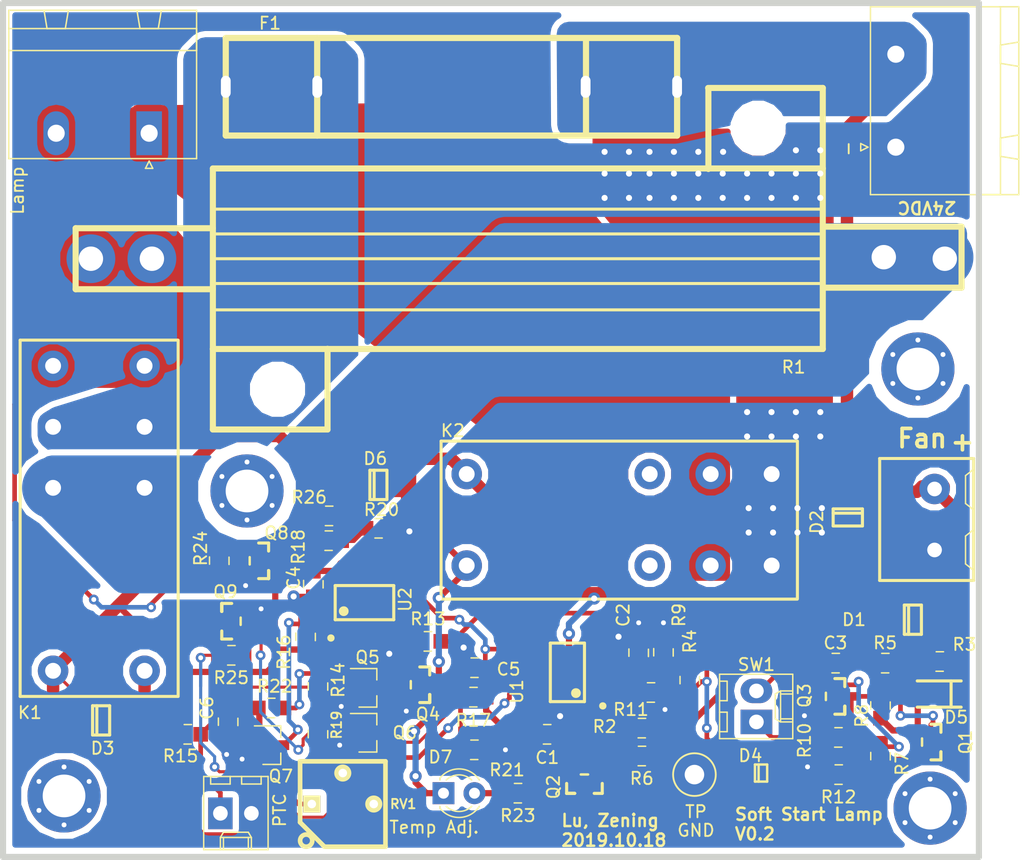
<source format=kicad_pcb>
(kicad_pcb (version 20171130) (host pcbnew "(5.1.4)-1")

  (general
    (thickness 1.6)
    (drawings 19)
    (tracks 461)
    (zones 0)
    (modules 64)
    (nets 36)
  )

  (page A4)
  (layers
    (0 F.Cu signal)
    (31 B.Cu signal)
    (32 B.Adhes user)
    (33 F.Adhes user)
    (34 B.Paste user)
    (35 F.Paste user)
    (36 B.SilkS user)
    (37 F.SilkS user)
    (38 B.Mask user)
    (39 F.Mask user)
    (40 Dwgs.User user)
    (41 Cmts.User user)
    (42 Eco1.User user)
    (43 Eco2.User user)
    (44 Edge.Cuts user)
    (45 Margin user)
    (46 B.CrtYd user)
    (47 F.CrtYd user)
    (48 B.Fab user)
    (49 F.Fab user hide)
  )

  (setup
    (last_trace_width 0.25)
    (user_trace_width 0.254)
    (user_trace_width 0.381)
    (user_trace_width 0.508)
    (user_trace_width 1.016)
    (user_trace_width 3.048)
    (user_trace_width 4.064)
    (user_trace_width 5.08)
    (user_trace_width 7.62)
    (user_trace_width 10.16)
    (trace_clearance 0.254)
    (zone_clearance 0.508)
    (zone_45_only no)
    (trace_min 0.2)
    (via_size 0.8)
    (via_drill 0.4)
    (via_min_size 0.4)
    (via_min_drill 0.3)
    (user_via 0.8 0.4)
    (user_via 1 0.5)
    (user_via 1.2 0.6)
    (user_via 1.6 0.8)
    (uvia_size 0.3)
    (uvia_drill 0.1)
    (uvias_allowed no)
    (uvia_min_size 0.2)
    (uvia_min_drill 0.1)
    (edge_width 0.05)
    (segment_width 0.2)
    (pcb_text_width 0.3)
    (pcb_text_size 1.5 1.5)
    (mod_edge_width 0.12)
    (mod_text_size 1 1)
    (mod_text_width 0.15)
    (pad_size 6 6)
    (pad_drill 3.5)
    (pad_to_mask_clearance 0.051)
    (solder_mask_min_width 0.25)
    (aux_axis_origin 50 110)
    (grid_origin 66.201 99.949)
    (visible_elements 7FFFFFFF)
    (pcbplotparams
      (layerselection 0x010fc_ffffffff)
      (usegerberextensions false)
      (usegerberattributes false)
      (usegerberadvancedattributes false)
      (creategerberjobfile false)
      (excludeedgelayer true)
      (linewidth 0.100000)
      (plotframeref false)
      (viasonmask false)
      (mode 1)
      (useauxorigin false)
      (hpglpennumber 1)
      (hpglpenspeed 20)
      (hpglpendiameter 15.000000)
      (psnegative false)
      (psa4output false)
      (plotreference true)
      (plotvalue true)
      (plotinvisibletext false)
      (padsonsilk false)
      (subtractmaskfromsilk false)
      (outputformat 1)
      (mirror false)
      (drillshape 1)
      (scaleselection 1)
      (outputdirectory ""))
  )

  (net 0 "")
  (net 1 +24V)
  (net 2 GND)
  (net 3 "Net-(C2-Pad1)")
  (net 4 "Net-(C3-Pad1)")
  (net 5 "Net-(C3-Pad2)")
  (net 6 /Vin)
  (net 7 "Net-(D3-Pad1)")
  (net 8 "Net-(D4-Pad2)")
  (net 9 "Net-(D5-Pad1)")
  (net 10 "Net-(D6-Pad1)")
  (net 11 "Net-(K1-Pad2)")
  (net 12 "Net-(K2-Pad2)")
  (net 13 "Net-(Q2-Pad1)")
  (net 14 "Net-(Q3-Pad3)")
  (net 15 "Net-(Q4-Pad1)")
  (net 16 "Net-(Q5-Pad1)")
  (net 17 "Net-(C5-Pad1)")
  (net 18 "Net-(C6-Pad1)")
  (net 19 "Net-(F1-Pad1)")
  (net 20 "Net-(J3-Pad1)")
  (net 21 "Net-(J3-Pad2)")
  (net 22 "Net-(Q6-Pad1)")
  (net 23 "Net-(Q7-Pad1)")
  (net 24 "Net-(Q7-Pad3)")
  (net 25 "Net-(R11-Pad1)")
  (net 26 "Net-(R6-Pad2)")
  (net 27 "Net-(R10-Pad1)")
  (net 28 "Net-(R14-Pad2)")
  (net 29 "Net-(R19-Pad2)")
  (net 30 "Net-(D7-Pad2)")
  (net 31 /ON_SIG)
  (net 32 "Net-(Q8-Pad3)")
  (net 33 "Net-(Q8-Pad1)")
  (net 34 "Net-(Q9-Pad3)")
  (net 35 "Net-(Q9-Pad1)")

  (net_class Default "This is the default net class."
    (clearance 0.254)
    (trace_width 0.25)
    (via_dia 0.8)
    (via_drill 0.4)
    (uvia_dia 0.3)
    (uvia_drill 0.1)
    (add_net /ON_SIG)
    (add_net GND)
    (add_net "Net-(C2-Pad1)")
    (add_net "Net-(C3-Pad1)")
    (add_net "Net-(C3-Pad2)")
    (add_net "Net-(C5-Pad1)")
    (add_net "Net-(C6-Pad1)")
    (add_net "Net-(D3-Pad1)")
    (add_net "Net-(D4-Pad2)")
    (add_net "Net-(D5-Pad1)")
    (add_net "Net-(D6-Pad1)")
    (add_net "Net-(D7-Pad2)")
    (add_net "Net-(K1-Pad2)")
    (add_net "Net-(K2-Pad2)")
    (add_net "Net-(Q2-Pad1)")
    (add_net "Net-(Q3-Pad3)")
    (add_net "Net-(Q4-Pad1)")
    (add_net "Net-(Q5-Pad1)")
    (add_net "Net-(Q6-Pad1)")
    (add_net "Net-(Q7-Pad1)")
    (add_net "Net-(Q7-Pad3)")
    (add_net "Net-(Q8-Pad1)")
    (add_net "Net-(Q8-Pad3)")
    (add_net "Net-(Q9-Pad1)")
    (add_net "Net-(Q9-Pad3)")
    (add_net "Net-(R10-Pad1)")
    (add_net "Net-(R11-Pad1)")
    (add_net "Net-(R14-Pad2)")
    (add_net "Net-(R19-Pad2)")
    (add_net "Net-(R6-Pad2)")
  )

  (net_class Power ""
    (clearance 0.508)
    (trace_width 0.508)
    (via_dia 0.8)
    (via_drill 0.4)
    (uvia_dia 0.3)
    (uvia_drill 0.1)
    (add_net +24V)
    (add_net /Vin)
    (add_net "Net-(F1-Pad1)")
    (add_net "Net-(J3-Pad1)")
    (add_net "Net-(J3-Pad2)")
  )

  (module digikey-footprints:0805 (layer F.Cu) (tedit 5995D0E3) (tstamp 5DA9969E)
    (at 76.742 82.042)
    (path /5DDEE1F8)
    (fp_text reference R26 (at -1.651 -1.524) (layer F.SilkS)
      (effects (font (size 1 1) (thickness 0.15)))
    )
    (fp_text value 470K (at 0 1.95) (layer F.Fab)
      (effects (font (size 1 1) (thickness 0.15)))
    )
    (fp_line (start -0.95 -0.675) (end -0.95 0.675) (layer F.Fab) (width 0.12))
    (fp_line (start 0.95 -0.675) (end 0.95 0.675) (layer F.Fab) (width 0.12))
    (fp_line (start -0.95 -0.68) (end 0.95 -0.68) (layer F.Fab) (width 0.12))
    (fp_line (start -0.95 0.68) (end 0.95 0.68) (layer F.Fab) (width 0.12))
    (fp_line (start -0.3 -0.8) (end 0.3 -0.8) (layer F.SilkS) (width 0.12))
    (fp_line (start -0.32 0.8) (end 0.28 0.8) (layer F.SilkS) (width 0.12))
    (fp_line (start -1.9 0.93) (end -1.9 -0.93) (layer F.CrtYd) (width 0.05))
    (fp_line (start 1.9 0.93) (end 1.9 -0.93) (layer F.CrtYd) (width 0.05))
    (fp_line (start -1.9 -0.93) (end 1.9 -0.93) (layer F.CrtYd) (width 0.05))
    (fp_line (start -1.9 0.93) (end 1.9 0.93) (layer F.CrtYd) (width 0.05))
    (pad 1 smd rect (at -1.05 0) (size 1.2 1.2) (layers F.Cu F.Paste F.Mask)
      (net 11 "Net-(K1-Pad2)"))
    (pad 2 smd rect (at 1.05 0) (size 1.2 1.2) (layers F.Cu F.Paste F.Mask)
      (net 32 "Net-(Q8-Pad3)"))
  )

  (module digikey-footprints:0805 (layer F.Cu) (tedit 5995D0E3) (tstamp 5DA954E5)
    (at 65.151 99.949)
    (path /5DB3DBA3)
    (fp_text reference R15 (at -0.601 1.778 180) (layer F.SilkS)
      (effects (font (size 1 1) (thickness 0.15)))
    )
    (fp_text value 47K (at 0 1.95) (layer F.Fab)
      (effects (font (size 1 1) (thickness 0.15)))
    )
    (fp_line (start -0.95 -0.675) (end -0.95 0.675) (layer F.Fab) (width 0.12))
    (fp_line (start 0.95 -0.675) (end 0.95 0.675) (layer F.Fab) (width 0.12))
    (fp_line (start -0.95 -0.68) (end 0.95 -0.68) (layer F.Fab) (width 0.12))
    (fp_line (start -0.95 0.68) (end 0.95 0.68) (layer F.Fab) (width 0.12))
    (fp_line (start -0.3 -0.8) (end 0.3 -0.8) (layer F.SilkS) (width 0.12))
    (fp_line (start -0.32 0.8) (end 0.28 0.8) (layer F.SilkS) (width 0.12))
    (fp_line (start -1.9 0.93) (end -1.9 -0.93) (layer F.CrtYd) (width 0.05))
    (fp_line (start 1.9 0.93) (end 1.9 -0.93) (layer F.CrtYd) (width 0.05))
    (fp_line (start -1.9 -0.93) (end 1.9 -0.93) (layer F.CrtYd) (width 0.05))
    (fp_line (start -1.9 0.93) (end 1.9 0.93) (layer F.CrtYd) (width 0.05))
    (pad 1 smd rect (at -1.05 0) (size 1.2 1.2) (layers F.Cu F.Paste F.Mask)
      (net 1 +24V))
    (pad 2 smd rect (at 1.05 0) (size 1.2 1.2) (layers F.Cu F.Paste F.Mask)
      (net 18 "Net-(C6-Pad1)"))
  )

  (module digikey-footprints:0805 (layer F.Cu) (tedit 5995D0E3) (tstamp 5DA94FA9)
    (at 68.707 93.472 180)
    (path /5DC16FDD)
    (fp_text reference R25 (at 0 -1.84 180) (layer F.SilkS)
      (effects (font (size 1 1) (thickness 0.15)))
    )
    (fp_text value 470K (at 0 1.95 180) (layer F.Fab)
      (effects (font (size 1 1) (thickness 0.15)))
    )
    (fp_line (start -0.95 -0.675) (end -0.95 0.675) (layer F.Fab) (width 0.12))
    (fp_line (start 0.95 -0.675) (end 0.95 0.675) (layer F.Fab) (width 0.12))
    (fp_line (start -0.95 -0.68) (end 0.95 -0.68) (layer F.Fab) (width 0.12))
    (fp_line (start -0.95 0.68) (end 0.95 0.68) (layer F.Fab) (width 0.12))
    (fp_line (start -0.3 -0.8) (end 0.3 -0.8) (layer F.SilkS) (width 0.12))
    (fp_line (start -0.32 0.8) (end 0.28 0.8) (layer F.SilkS) (width 0.12))
    (fp_line (start -1.9 0.93) (end -1.9 -0.93) (layer F.CrtYd) (width 0.05))
    (fp_line (start 1.9 0.93) (end 1.9 -0.93) (layer F.CrtYd) (width 0.05))
    (fp_line (start -1.9 -0.93) (end 1.9 -0.93) (layer F.CrtYd) (width 0.05))
    (fp_line (start -1.9 0.93) (end 1.9 0.93) (layer F.CrtYd) (width 0.05))
    (pad 1 smd rect (at -1.05 0 180) (size 1.2 1.2) (layers F.Cu F.Paste F.Mask)
      (net 35 "Net-(Q9-Pad1)"))
    (pad 2 smd rect (at 1.05 0 180) (size 1.2 1.2) (layers F.Cu F.Paste F.Mask)
      (net 29 "Net-(R19-Pad2)"))
  )

  (module digikey-footprints:0805 (layer F.Cu) (tedit 5995D0E3) (tstamp 5DA94756)
    (at 67.725 85.725 270)
    (path /5DCCBADD)
    (fp_text reference R24 (at -1.016 1.524 270) (layer F.SilkS)
      (effects (font (size 1 1) (thickness 0.15)))
    )
    (fp_text value 470K (at 0 1.95 270) (layer F.Fab)
      (effects (font (size 1 1) (thickness 0.15)))
    )
    (fp_line (start -0.95 -0.675) (end -0.95 0.675) (layer F.Fab) (width 0.12))
    (fp_line (start 0.95 -0.675) (end 0.95 0.675) (layer F.Fab) (width 0.12))
    (fp_line (start -0.95 -0.68) (end 0.95 -0.68) (layer F.Fab) (width 0.12))
    (fp_line (start -0.95 0.68) (end 0.95 0.68) (layer F.Fab) (width 0.12))
    (fp_line (start -0.3 -0.8) (end 0.3 -0.8) (layer F.SilkS) (width 0.12))
    (fp_line (start -0.32 0.8) (end 0.28 0.8) (layer F.SilkS) (width 0.12))
    (fp_line (start -1.9 0.93) (end -1.9 -0.93) (layer F.CrtYd) (width 0.05))
    (fp_line (start 1.9 0.93) (end 1.9 -0.93) (layer F.CrtYd) (width 0.05))
    (fp_line (start -1.9 -0.93) (end 1.9 -0.93) (layer F.CrtYd) (width 0.05))
    (fp_line (start -1.9 0.93) (end 1.9 0.93) (layer F.CrtYd) (width 0.05))
    (pad 1 smd rect (at -1.05 0 270) (size 1.2 1.2) (layers F.Cu F.Paste F.Mask)
      (net 21 "Net-(J3-Pad2)"))
    (pad 2 smd rect (at 1.05 0 270) (size 1.2 1.2) (layers F.Cu F.Paste F.Mask)
      (net 33 "Net-(Q8-Pad1)"))
  )

  (module "lc_lib:SOT-23(SOT-23-3)" (layer F.Cu) (tedit 58AA841A) (tstamp 5DA94F60)
    (at 68.58 90.678)
    (path /5DBDF9FA)
    (fp_text reference Q9 (at -0.347 -2.413) (layer F.SilkS)
      (effects (font (size 1 1) (thickness 0.15)))
    )
    (fp_text value 2N5551 (at 2.747819 4.085724) (layer F.Fab)
      (effects (font (size 1 1) (thickness 0.15)))
    )
    (fp_line (start -1.925 1.51) (end -1.925 -1.51) (layer F.CrtYd) (width 0.05))
    (fp_line (start 1.925 1.51) (end -1.925 1.51) (layer F.CrtYd) (width 0.05))
    (fp_line (start 1.925 -1.51) (end 1.925 1.51) (layer F.CrtYd) (width 0.05))
    (fp_line (start -1.925 -1.51) (end 1.925 -1.51) (layer F.CrtYd) (width 0.05))
    (fp_line (start 0.9 0.3) (end 0.9 -0.3) (layer F.SilkS) (width 0.2))
    (fp_line (start -0.65 1.46) (end -0.65 0.8) (layer F.SilkS) (width 0.254))
    (fp_line (start -0.65 1.46) (end 0.165 1.46) (layer F.SilkS) (width 0.254))
    (fp_line (start -0.65 -1.46) (end 0.165 -1.46) (layer F.SilkS) (width 0.254))
    (fp_line (start -0.65 -0.8) (end -0.65 -1.46) (layer F.SilkS) (width 0.254))
    (fp_line (start -0.65 -0.8) (end -0.65 -1.46) (layer F.SilkS) (width 0.254))
    (fp_line (start -0.65 -0.8) (end -0.65 -1.46) (layer F.SilkS) (width 0.254))
    (fp_line (start 0.65 1.46) (end 0.65 -1.46) (layer F.Fab) (width 0.1))
    (fp_line (start -0.65 1.46) (end -0.65 -1.46) (layer F.Fab) (width 0.1))
    (fp_line (start -0.65 1.46) (end 0.65 1.46) (layer F.Fab) (width 0.1))
    (fp_line (start -0.65 -1.46) (end 0.65 -1.46) (layer F.Fab) (width 0.1))
    (fp_line (start 0.65 1.46) (end 0.65 -1.46) (layer F.Fab) (width 0.1))
    (fp_line (start -0.65 1.46) (end -0.65 -1.46) (layer F.Fab) (width 0.1))
    (fp_line (start -0.65 1.46) (end 0.65 1.46) (layer F.Fab) (width 0.1))
    (fp_line (start -0.65 -1.46) (end 0.65 -1.46) (layer F.Fab) (width 0.1))
    (fp_line (start -0.65 -1.46) (end 0.65 -1.46) (layer F.Fab) (width 0.1))
    (fp_line (start -0.65 1.46) (end 0.65 1.46) (layer F.Fab) (width 0.1))
    (fp_line (start -0.65 1.46) (end -0.65 -1.46) (layer F.Fab) (width 0.1))
    (fp_line (start 0.65 1.46) (end 0.65 -1.46) (layer F.Fab) (width 0.1))
    (pad 3 smd rect (at -1.25 0 270) (size 0.7 1.25) (layers F.Cu F.Paste F.Mask)
      (net 34 "Net-(Q9-Pad3)"))
    (pad 2 smd rect (at 1.25 -0.95 270) (size 0.7 1.25) (layers F.Cu F.Paste F.Mask)
      (net 2 GND))
    (pad 1 smd rect (at 1.25 0.95 270) (size 0.7 1.25) (layers F.Cu F.Paste F.Mask)
      (net 35 "Net-(Q9-Pad1)"))
    (model ${KISYS3DMOD}/Package_TO_SOT_SMD.3dshapes/SOT-23.step
      (at (xyz 0 0 0))
      (scale (xyz 1 1 1))
      (rotate (xyz 0 0 180))
    )
  )

  (module "lc_lib:SOT-23(SOT-23-3)" (layer F.Cu) (tedit 58AA841A) (tstamp 5DA94456)
    (at 71.12 85.725 180)
    (path /5DAED6B8)
    (fp_text reference Q8 (at -1.304 2.286 180) (layer F.SilkS)
      (effects (font (size 1 1) (thickness 0.15)))
    )
    (fp_text value 2N5401 (at 2.747819 4.085724 180) (layer F.Fab)
      (effects (font (size 1 1) (thickness 0.15)))
    )
    (fp_line (start -1.925 1.51) (end -1.925 -1.51) (layer F.CrtYd) (width 0.05))
    (fp_line (start 1.925 1.51) (end -1.925 1.51) (layer F.CrtYd) (width 0.05))
    (fp_line (start 1.925 -1.51) (end 1.925 1.51) (layer F.CrtYd) (width 0.05))
    (fp_line (start -1.925 -1.51) (end 1.925 -1.51) (layer F.CrtYd) (width 0.05))
    (fp_line (start 0.9 0.3) (end 0.9 -0.3) (layer F.SilkS) (width 0.2))
    (fp_line (start -0.65 1.46) (end -0.65 0.8) (layer F.SilkS) (width 0.254))
    (fp_line (start -0.65 1.46) (end 0.165 1.46) (layer F.SilkS) (width 0.254))
    (fp_line (start -0.65 -1.46) (end 0.165 -1.46) (layer F.SilkS) (width 0.254))
    (fp_line (start -0.65 -0.8) (end -0.65 -1.46) (layer F.SilkS) (width 0.254))
    (fp_line (start -0.65 -0.8) (end -0.65 -1.46) (layer F.SilkS) (width 0.254))
    (fp_line (start -0.65 -0.8) (end -0.65 -1.46) (layer F.SilkS) (width 0.254))
    (fp_line (start 0.65 1.46) (end 0.65 -1.46) (layer F.Fab) (width 0.1))
    (fp_line (start -0.65 1.46) (end -0.65 -1.46) (layer F.Fab) (width 0.1))
    (fp_line (start -0.65 1.46) (end 0.65 1.46) (layer F.Fab) (width 0.1))
    (fp_line (start -0.65 -1.46) (end 0.65 -1.46) (layer F.Fab) (width 0.1))
    (fp_line (start 0.65 1.46) (end 0.65 -1.46) (layer F.Fab) (width 0.1))
    (fp_line (start -0.65 1.46) (end -0.65 -1.46) (layer F.Fab) (width 0.1))
    (fp_line (start -0.65 1.46) (end 0.65 1.46) (layer F.Fab) (width 0.1))
    (fp_line (start -0.65 -1.46) (end 0.65 -1.46) (layer F.Fab) (width 0.1))
    (fp_line (start -0.65 -1.46) (end 0.65 -1.46) (layer F.Fab) (width 0.1))
    (fp_line (start -0.65 1.46) (end 0.65 1.46) (layer F.Fab) (width 0.1))
    (fp_line (start -0.65 1.46) (end -0.65 -1.46) (layer F.Fab) (width 0.1))
    (fp_line (start 0.65 1.46) (end 0.65 -1.46) (layer F.Fab) (width 0.1))
    (pad 3 smd rect (at -1.25 0 90) (size 0.7 1.25) (layers F.Cu F.Paste F.Mask)
      (net 32 "Net-(Q8-Pad3)"))
    (pad 2 smd rect (at 1.25 -0.95 90) (size 0.7 1.25) (layers F.Cu F.Paste F.Mask)
      (net 11 "Net-(K1-Pad2)"))
    (pad 1 smd rect (at 1.25 0.95 90) (size 0.7 1.25) (layers F.Cu F.Paste F.Mask)
      (net 33 "Net-(Q8-Pad1)"))
    (model ${KISYS3DMOD}/Package_TO_SOT_SMD.3dshapes/SOT-23.step
      (at (xyz 0 0 0))
      (scale (xyz 1 1 1))
      (rotate (xyz 0 0 180))
    )
  )

  (module digikey-footprints:0805 (layer F.Cu) (tedit 5995D0E3) (tstamp 5DA99BCE)
    (at 92.202 104.775 180)
    (path /5E66D412)
    (fp_text reference R23 (at 0 -1.84 180) (layer F.SilkS)
      (effects (font (size 1 1) (thickness 0.15)))
    )
    (fp_text value 10K (at 0 1.95 180) (layer F.Fab)
      (effects (font (size 1 1) (thickness 0.15)))
    )
    (fp_line (start -0.95 -0.675) (end -0.95 0.675) (layer F.Fab) (width 0.12))
    (fp_line (start 0.95 -0.675) (end 0.95 0.675) (layer F.Fab) (width 0.12))
    (fp_line (start -0.95 -0.68) (end 0.95 -0.68) (layer F.Fab) (width 0.12))
    (fp_line (start -0.95 0.68) (end 0.95 0.68) (layer F.Fab) (width 0.12))
    (fp_line (start -0.3 -0.8) (end 0.3 -0.8) (layer F.SilkS) (width 0.12))
    (fp_line (start -0.32 0.8) (end 0.28 0.8) (layer F.SilkS) (width 0.12))
    (fp_line (start -1.9 0.93) (end -1.9 -0.93) (layer F.CrtYd) (width 0.05))
    (fp_line (start 1.9 0.93) (end 1.9 -0.93) (layer F.CrtYd) (width 0.05))
    (fp_line (start -1.9 -0.93) (end 1.9 -0.93) (layer F.CrtYd) (width 0.05))
    (fp_line (start -1.9 0.93) (end 1.9 0.93) (layer F.CrtYd) (width 0.05))
    (pad 1 smd rect (at -1.05 0 180) (size 1.2 1.2) (layers F.Cu F.Paste F.Mask)
      (net 1 +24V))
    (pad 2 smd rect (at 1.05 0 180) (size 1.2 1.2) (layers F.Cu F.Paste F.Mask)
      (net 30 "Net-(D7-Pad2)"))
  )

  (module LEDs:LED_D3.0mm (layer F.Cu) (tedit 587A3A7B) (tstamp 5DA996AA)
    (at 86.106 104.775)
    (descr "LED, diameter 3.0mm, 2 pins")
    (tags "LED diameter 3.0mm 2 pins")
    (path /5E62433A)
    (fp_text reference D7 (at -0.254 -2.96) (layer F.SilkS)
      (effects (font (size 1 1) (thickness 0.15)))
    )
    (fp_text value LED (at 1.27 2.96) (layer F.Fab)
      (effects (font (size 1 1) (thickness 0.15)))
    )
    (fp_arc (start 1.27 0) (end -0.23 -1.16619) (angle 284.3) (layer F.Fab) (width 0.1))
    (fp_arc (start 1.27 0) (end -0.29 -1.235516) (angle 108.8) (layer F.SilkS) (width 0.12))
    (fp_arc (start 1.27 0) (end -0.29 1.235516) (angle -108.8) (layer F.SilkS) (width 0.12))
    (fp_arc (start 1.27 0) (end 0.229039 -1.08) (angle 87.9) (layer F.SilkS) (width 0.12))
    (fp_arc (start 1.27 0) (end 0.229039 1.08) (angle -87.9) (layer F.SilkS) (width 0.12))
    (fp_circle (center 1.27 0) (end 2.77 0) (layer F.Fab) (width 0.1))
    (fp_line (start -0.23 -1.16619) (end -0.23 1.16619) (layer F.Fab) (width 0.1))
    (fp_line (start -0.29 -1.236) (end -0.29 -1.08) (layer F.SilkS) (width 0.12))
    (fp_line (start -0.29 1.08) (end -0.29 1.236) (layer F.SilkS) (width 0.12))
    (fp_line (start -1.15 -2.25) (end -1.15 2.25) (layer F.CrtYd) (width 0.05))
    (fp_line (start -1.15 2.25) (end 3.7 2.25) (layer F.CrtYd) (width 0.05))
    (fp_line (start 3.7 2.25) (end 3.7 -2.25) (layer F.CrtYd) (width 0.05))
    (fp_line (start 3.7 -2.25) (end -1.15 -2.25) (layer F.CrtYd) (width 0.05))
    (pad 1 thru_hole rect (at 0 0) (size 1.8 1.8) (drill 0.9) (layers *.Cu *.Mask)
      (net 10 "Net-(D6-Pad1)"))
    (pad 2 thru_hole circle (at 2.54 0) (size 1.8 1.8) (drill 0.9) (layers *.Cu *.Mask)
      (net 30 "Net-(D7-Pad2)"))
    (model ${KISYS3DMOD}/LEDs.3dshapes/LED_D3.0mm.wrl
      (at (xyz 0 0 0))
      (scale (xyz 0.393701 0.393701 0.393701))
      (rotate (xyz 0 0 0))
    )
  )

  (module MyPCBLib:M3_Screwhole (layer F.Cu) (tedit 5DA89988) (tstamp 5DA8F576)
    (at 70 80)
    (clearance 0.508)
    (fp_text reference REF** (at 0 0.5) (layer F.SilkS) hide
      (effects (font (size 1 1) (thickness 0.15)))
    )
    (fp_text value M3_Screwhole (at 0 -0.5) (layer F.Fab) hide
      (effects (font (size 1 1) (thickness 0.15)))
    )
    (pad 1 thru_hole circle (at 0 0) (size 6 6) (drill 3.5) (layers *.Cu *.Mask)
      (clearance 1))
    (pad 1 thru_hole circle (at 0 -2.375) (size 0.8 0.8) (drill 0.4) (layers *.Cu *.Mask))
    (pad 1 thru_hole circle (at -2.05681 -1.1875 60) (size 0.8 0.8) (drill 0.4) (layers *.Cu *.Mask))
    (pad 1 thru_hole circle (at -2.05681 1.1875 120) (size 0.8 0.8) (drill 0.4) (layers *.Cu *.Mask))
    (pad 1 thru_hole circle (at 0 2.375 180) (size 0.8 0.8) (drill 0.4) (layers *.Cu *.Mask))
    (pad 1 thru_hole circle (at 2.05681 1.1875 240) (size 0.8 0.8) (drill 0.4) (layers *.Cu *.Mask))
    (pad 1 thru_hole circle (at 2.05681 -1.1875 300) (size 0.8 0.8) (drill 0.4) (layers *.Cu *.Mask))
  )

  (module MyPCBLib:M3_Screwhole (layer F.Cu) (tedit 5CC92DA1) (tstamp 5DA8F576)
    (at 55 105)
    (fp_text reference REF** (at 0 0.5) (layer F.SilkS) hide
      (effects (font (size 1 1) (thickness 0.15)))
    )
    (fp_text value M3_Screwhole (at 0 -0.5) (layer F.Fab) hide
      (effects (font (size 1 1) (thickness 0.15)))
    )
    (pad 1 thru_hole circle (at 0 0) (size 6 6) (drill 3.5) (layers *.Cu *.Mask))
    (pad 1 thru_hole circle (at 0 -2.375) (size 0.8 0.8) (drill 0.4) (layers *.Cu *.Mask))
    (pad 1 thru_hole circle (at -2.05681 -1.1875 60) (size 0.8 0.8) (drill 0.4) (layers *.Cu *.Mask))
    (pad 1 thru_hole circle (at -2.05681 1.1875 120) (size 0.8 0.8) (drill 0.4) (layers *.Cu *.Mask))
    (pad 1 thru_hole circle (at 0 2.375 180) (size 0.8 0.8) (drill 0.4) (layers *.Cu *.Mask))
    (pad 1 thru_hole circle (at 2.05681 1.1875 240) (size 0.8 0.8) (drill 0.4) (layers *.Cu *.Mask))
    (pad 1 thru_hole circle (at 2.05681 -1.1875 300) (size 0.8 0.8) (drill 0.4) (layers *.Cu *.Mask))
  )

  (module MyPCBLib:M3_Screwhole (layer F.Cu) (tedit 5CC92DA1) (tstamp 5DA8F576)
    (at 125 70)
    (clearance 1)
    (fp_text reference 1 (at 0 0.5) (layer F.SilkS) hide
      (effects (font (size 1 1) (thickness 0.15)))
    )
    (fp_text value M3_Screwhole (at 0 -0.5) (layer F.Fab) hide
      (effects (font (size 1 1) (thickness 0.15)))
    )
    (pad 1 thru_hole circle (at 0 0) (size 6 6) (drill 3.5) (layers *.Cu *.Mask))
    (pad 1 thru_hole circle (at 0 -2.375) (size 0.8 0.8) (drill 0.4) (layers *.Cu *.Mask))
    (pad 1 thru_hole circle (at -2.05681 -1.1875 60) (size 0.8 0.8) (drill 0.4) (layers *.Cu *.Mask))
    (pad 1 thru_hole circle (at -2.05681 1.1875 120) (size 0.8 0.8) (drill 0.4) (layers *.Cu *.Mask))
    (pad 1 thru_hole circle (at 0 2.375 180) (size 0.8 0.8) (drill 0.4) (layers *.Cu *.Mask))
    (pad 1 thru_hole circle (at 2.05681 1.1875 240) (size 0.8 0.8) (drill 0.4) (layers *.Cu *.Mask))
    (pad 1 thru_hole circle (at 2.05681 -1.1875 300) (size 0.8 0.8) (drill 0.4) (layers *.Cu *.Mask))
  )

  (module MyPCBLib:M3_Screwhole (layer F.Cu) (tedit 5CC92DA1) (tstamp 5DA8F517)
    (at 126 106)
    (fp_text reference REF** (at 0 0.5) (layer F.SilkS) hide
      (effects (font (size 1 1) (thickness 0.15)))
    )
    (fp_text value M3_Screwhole (at 0 -0.5) (layer F.Fab) hide
      (effects (font (size 1 1) (thickness 0.15)))
    )
    (pad 1 thru_hole circle (at 2.05681 -1.1875 300) (size 0.8 0.8) (drill 0.4) (layers *.Cu *.Mask))
    (pad 1 thru_hole circle (at 2.05681 1.1875 240) (size 0.8 0.8) (drill 0.4) (layers *.Cu *.Mask))
    (pad 1 thru_hole circle (at 0 2.375 180) (size 0.8 0.8) (drill 0.4) (layers *.Cu *.Mask))
    (pad 1 thru_hole circle (at -2.05681 1.1875 120) (size 0.8 0.8) (drill 0.4) (layers *.Cu *.Mask))
    (pad 1 thru_hole circle (at -2.05681 -1.1875 60) (size 0.8 0.8) (drill 0.4) (layers *.Cu *.Mask))
    (pad 1 thru_hole circle (at 0 -2.375) (size 0.8 0.8) (drill 0.4) (layers *.Cu *.Mask))
    (pad 1 thru_hole circle (at 0 0) (size 6 6) (drill 3.5) (layers *.Cu *.Mask))
  )

  (module Connectors_Molex:Molex_KK-6410-02_02x2.54mm_Straight (layer F.Cu) (tedit 58EE6EE4) (tstamp 5DA8F43C)
    (at 111.76 98.933 90)
    (descr "Connector Headers with Friction Lock, 22-27-2021, http://www.molex.com/pdm_docs/sd/022272021_sd.pdf")
    (tags "connector molex kk_6410 22-27-2021")
    (path /5DF0D191)
    (fp_text reference SW1 (at 4.699 0 180) (layer F.SilkS)
      (effects (font (size 1 1) (thickness 0.15)))
    )
    (fp_text value SW_SPST (at 1.27 4.5 90) (layer F.Fab)
      (effects (font (size 1 1) (thickness 0.15)))
    )
    (fp_line (start -1.47 -3.12) (end -1.47 3.08) (layer F.Fab) (width 0.12))
    (fp_line (start -1.47 3.08) (end 4.01 3.08) (layer F.Fab) (width 0.12))
    (fp_line (start 4.01 3.08) (end 4.01 -3.12) (layer F.Fab) (width 0.12))
    (fp_line (start 4.01 -3.12) (end -1.47 -3.12) (layer F.Fab) (width 0.12))
    (fp_line (start -1.37 -3.02) (end -1.37 2.98) (layer F.SilkS) (width 0.12))
    (fp_line (start -1.37 2.98) (end 3.91 2.98) (layer F.SilkS) (width 0.12))
    (fp_line (start 3.91 2.98) (end 3.91 -3.02) (layer F.SilkS) (width 0.12))
    (fp_line (start 3.91 -3.02) (end -1.37 -3.02) (layer F.SilkS) (width 0.12))
    (fp_line (start 0 2.98) (end 0 1.98) (layer F.SilkS) (width 0.12))
    (fp_line (start 0 1.98) (end 2.54 1.98) (layer F.SilkS) (width 0.12))
    (fp_line (start 2.54 1.98) (end 2.54 2.98) (layer F.SilkS) (width 0.12))
    (fp_line (start 0 1.98) (end 0.25 1.55) (layer F.SilkS) (width 0.12))
    (fp_line (start 0.25 1.55) (end 2.29 1.55) (layer F.SilkS) (width 0.12))
    (fp_line (start 2.29 1.55) (end 2.54 1.98) (layer F.SilkS) (width 0.12))
    (fp_line (start 0.25 2.98) (end 0.25 1.98) (layer F.SilkS) (width 0.12))
    (fp_line (start 2.29 2.98) (end 2.29 1.98) (layer F.SilkS) (width 0.12))
    (fp_line (start -0.8 -3.02) (end -0.8 -2.4) (layer F.SilkS) (width 0.12))
    (fp_line (start -0.8 -2.4) (end 0.8 -2.4) (layer F.SilkS) (width 0.12))
    (fp_line (start 0.8 -2.4) (end 0.8 -3.02) (layer F.SilkS) (width 0.12))
    (fp_line (start 1.74 -3.02) (end 1.74 -2.4) (layer F.SilkS) (width 0.12))
    (fp_line (start 1.74 -2.4) (end 3.34 -2.4) (layer F.SilkS) (width 0.12))
    (fp_line (start 3.34 -2.4) (end 3.34 -3.02) (layer F.SilkS) (width 0.12))
    (fp_line (start -1.9 3.5) (end -1.9 -3.55) (layer F.CrtYd) (width 0.05))
    (fp_line (start -1.9 -3.55) (end 4.45 -3.55) (layer F.CrtYd) (width 0.05))
    (fp_line (start 4.45 -3.55) (end 4.45 3.5) (layer F.CrtYd) (width 0.05))
    (fp_line (start 4.45 3.5) (end -1.9 3.5) (layer F.CrtYd) (width 0.05))
    (fp_text user %R (at 1.27 0 90) (layer F.Fab)
      (effects (font (size 1 1) (thickness 0.15)))
    )
    (pad 1 thru_hole rect (at 0 0 90) (size 2 2.6) (drill 1.2) (layers *.Cu *.Mask)
      (net 27 "Net-(R10-Pad1)"))
    (pad 2 thru_hole oval (at 2.54 0 90) (size 2 2.6) (drill 1.2) (layers *.Cu *.Mask)
      (net 4 "Net-(C3-Pad1)"))
    (model ${KISYS3DMOD}/Connectors_Molex.3dshapes/Molex_KK-6410-02_02x2.54mm_Straight.wrl
      (at (xyz 0 0 0))
      (scale (xyz 1 1 1))
      (rotate (xyz 0 0 0))
    )
  )

  (module MyPCBLib:3362P (layer F.Cu) (tedit 0) (tstamp 5DA86F2C)
    (at 77.851 105.664)
    (path /5E12189F)
    (fp_text reference RV1 (at 4.953 0) (layer F.SilkS)
      (effects (font (size 0.762 0.762) (thickness 0.1524)))
    )
    (fp_text value 100K (at 0 0) (layer F.SilkS) hide
      (effects (font (size 0.762 0.762) (thickness 0.1524)))
    )
    (fp_line (start -3.5 1.5) (end -3.5 -3.5) (layer F.SilkS) (width 0.381))
    (fp_line (start -1.5 3.5) (end 3.5 3.5) (layer F.SilkS) (width 0.381))
    (fp_line (start -3.5 1.5) (end -1.5 3.5) (layer F.SilkS) (width 0.381))
    (fp_circle (center -3 3) (end -3 3.5) (layer F.SilkS) (width 0.381))
    (fp_line (start -3.5 -3.5) (end 3.5 -3.5) (layer F.SilkS) (width 0.381))
    (fp_line (start 3.5 -3.5) (end 3.5 3.5) (layer F.SilkS) (width 0.381))
    (pad 1 thru_hole rect (at -2.54 0) (size 1.4 1.4) (drill 0.7) (layers *.Cu *.Mask F.SilkS)
      (net 24 "Net-(Q7-Pad3)"))
    (pad 3 thru_hole circle (at 2.54 0) (size 1.4 1.4) (drill 0.7) (layers *.Cu *.Mask F.SilkS)
      (net 2 GND))
    (pad 2 thru_hole circle (at 0 -2.54) (size 1.4 1.4) (drill 0.7) (layers *.Cu *.Mask F.SilkS)
      (net 2 GND))
  )

  (module lc_lib:SOIC-8_150MIL (layer F.Cu) (tedit 58AA841A) (tstamp 5DA86E35)
    (at 79.629 89.154)
    (path /5DE5E98E)
    (fp_text reference U2 (at 3.336 -0.254 90) (layer F.SilkS)
      (effects (font (size 1 1) (thickness 0.15)))
    )
    (fp_text value LM358 (at 0.78859 6.100324) (layer F.Fab)
      (effects (font (size 1 1) (thickness 0.15)))
    )
    (fp_line (start -2.95 3.55) (end -2.95 -3.55) (layer F.CrtYd) (width 0.05))
    (fp_line (start 2.575 3.55) (end -2.95 3.55) (layer F.CrtYd) (width 0.05))
    (fp_line (start 2.575 -3.55) (end 2.575 3.55) (layer F.CrtYd) (width 0.05))
    (fp_line (start -2.95 -3.55) (end 2.575 -3.55) (layer F.CrtYd) (width 0.05))
    (fp_line (start -2.4 1.4) (end 2.4 1.4) (layer F.SilkS) (width 0.254))
    (fp_line (start -2.4 -1.4) (end 2.4 -1.4) (layer F.SilkS) (width 0.254))
    (fp_line (start -2.4 1.4) (end -2.4 -1.4) (layer F.SilkS) (width 0.254))
    (fp_line (start 2.4 1.4) (end 2.4 -1.4) (layer F.SilkS) (width 0.254))
    (fp_circle (center -2.75 2.9) (end -2.6 2.9) (layer F.SilkS) (width 0.3))
    (fp_circle (center -1.7 0.7) (end -1.5 0.7) (layer F.SilkS) (width 0.4))
    (fp_line (start -2.525 1.995) (end 2.525 1.995) (layer F.Fab) (width 0.1))
    (fp_line (start -2.525 -1.995) (end 2.525 -1.995) (layer F.Fab) (width 0.1))
    (fp_line (start -2.525 1.995) (end -2.525 -1.995) (layer F.Fab) (width 0.1))
    (fp_line (start 2.525 1.995) (end 2.525 -1.995) (layer F.Fab) (width 0.1))
    (fp_circle (center -1.625 1.095) (end -1.125 1.095) (layer F.Fab) (width 0.1))
    (pad 8 smd oval (at -1.905 -2.6 180) (size 0.7 1.8) (layers F.Cu F.Paste F.Mask)
      (net 1 +24V))
    (pad 7 smd oval (at -0.635 -2.6 180) (size 0.7 1.8) (layers F.Cu F.Paste F.Mask))
    (pad 6 smd oval (at 0.635 -2.6 180) (size 0.7 1.8) (layers F.Cu F.Paste F.Mask))
    (pad 5 smd oval (at 1.905 -2.6 180) (size 0.7 1.8) (layers F.Cu F.Paste F.Mask))
    (pad 4 smd oval (at 1.905 2.6 180) (size 0.7 1.8) (layers F.Cu F.Paste F.Mask)
      (net 2 GND))
    (pad 3 smd oval (at 0.635 2.6 180) (size 0.7 1.8) (layers F.Cu F.Paste F.Mask)
      (net 18 "Net-(C6-Pad1)"))
    (pad 2 smd oval (at -0.635 2.6 180) (size 0.7 1.8) (layers F.Cu F.Paste F.Mask)
      (net 24 "Net-(Q7-Pad3)"))
    (pad 1 smd oval (at -1.905 2.6 180) (size 0.7 1.8) (layers F.Cu F.Paste F.Mask)
      (net 28 "Net-(R14-Pad2)"))
    (model ${KISYS3DMOD}/Package_SO.3dshapes/SOIC-8-1EP_3.9x4.9mm_P1.27mm_EP2.35x2.35mm.step
      (at (xyz 0 0 0))
      (scale (xyz 1 1 1))
      (rotate (xyz 0 0 -90))
    )
  )

  (module Connectors_Molex:Molex_KK-6410-02_02x2.54mm_Straight (layer F.Cu) (tedit 58EE6EE4) (tstamp 5DA94C90)
    (at 67.818 106.426)
    (descr "Connector Headers with Friction Lock, 22-27-2021, http://www.molex.com/pdm_docs/sd/022272021_sd.pdf")
    (tags "connector molex kk_6410 22-27-2021")
    (path /5DAE5133)
    (fp_text reference TH1 (at 1 -4.5) (layer F.SilkS) hide
      (effects (font (size 1 1) (thickness 0.15)))
    )
    (fp_text value 470_85 (at 1.27 4.5) (layer F.Fab)
      (effects (font (size 1 1) (thickness 0.15)))
    )
    (fp_line (start -1.47 -3.12) (end -1.47 3.08) (layer F.Fab) (width 0.12))
    (fp_line (start -1.47 3.08) (end 4.01 3.08) (layer F.Fab) (width 0.12))
    (fp_line (start 4.01 3.08) (end 4.01 -3.12) (layer F.Fab) (width 0.12))
    (fp_line (start 4.01 -3.12) (end -1.47 -3.12) (layer F.Fab) (width 0.12))
    (fp_line (start -1.37 -3.02) (end -1.37 2.98) (layer F.SilkS) (width 0.12))
    (fp_line (start -1.37 2.98) (end 3.91 2.98) (layer F.SilkS) (width 0.12))
    (fp_line (start 3.91 2.98) (end 3.91 -3.02) (layer F.SilkS) (width 0.12))
    (fp_line (start 3.91 -3.02) (end -1.37 -3.02) (layer F.SilkS) (width 0.12))
    (fp_line (start 0 2.98) (end 0 1.98) (layer F.SilkS) (width 0.12))
    (fp_line (start 0 1.98) (end 2.54 1.98) (layer F.SilkS) (width 0.12))
    (fp_line (start 2.54 1.98) (end 2.54 2.98) (layer F.SilkS) (width 0.12))
    (fp_line (start 0 1.98) (end 0.25 1.55) (layer F.SilkS) (width 0.12))
    (fp_line (start 0.25 1.55) (end 2.29 1.55) (layer F.SilkS) (width 0.12))
    (fp_line (start 2.29 1.55) (end 2.54 1.98) (layer F.SilkS) (width 0.12))
    (fp_line (start 0.25 2.98) (end 0.25 1.98) (layer F.SilkS) (width 0.12))
    (fp_line (start 2.29 2.98) (end 2.29 1.98) (layer F.SilkS) (width 0.12))
    (fp_line (start -0.8 -3.02) (end -0.8 -2.4) (layer F.SilkS) (width 0.12))
    (fp_line (start -0.8 -2.4) (end 0.8 -2.4) (layer F.SilkS) (width 0.12))
    (fp_line (start 0.8 -2.4) (end 0.8 -3.02) (layer F.SilkS) (width 0.12))
    (fp_line (start 1.74 -3.02) (end 1.74 -2.4) (layer F.SilkS) (width 0.12))
    (fp_line (start 1.74 -2.4) (end 3.34 -2.4) (layer F.SilkS) (width 0.12))
    (fp_line (start 3.34 -2.4) (end 3.34 -3.02) (layer F.SilkS) (width 0.12))
    (fp_line (start -1.9 3.5) (end -1.9 -3.55) (layer F.CrtYd) (width 0.05))
    (fp_line (start -1.9 -3.55) (end 4.45 -3.55) (layer F.CrtYd) (width 0.05))
    (fp_line (start 4.45 -3.55) (end 4.45 3.5) (layer F.CrtYd) (width 0.05))
    (fp_line (start 4.45 3.5) (end -1.9 3.5) (layer F.CrtYd) (width 0.05))
    (fp_text user %R (at 1.27 0) (layer F.Fab)
      (effects (font (size 1 1) (thickness 0.15)))
    )
    (pad 1 thru_hole rect (at 0 0) (size 2 2.6) (drill 1.2) (layers *.Cu *.Mask)
      (net 18 "Net-(C6-Pad1)"))
    (pad 2 thru_hole oval (at 2.54 0) (size 2 2.6) (drill 1.2) (layers *.Cu *.Mask)
      (net 2 GND))
    (model ${KISYS3DMOD}/Connectors_Molex.3dshapes/Molex_KK-6410-02_02x2.54mm_Straight.wrl
      (at (xyz 0 0 0))
      (scale (xyz 1 1 1))
      (rotate (xyz 0 0 0))
    )
  )

  (module digikey-footprints:0805 (layer F.Cu) (tedit 5995D0E3) (tstamp 5DA86EFF)
    (at 71.975 97.79 180)
    (path /5DB02497)
    (fp_text reference R22 (at -0.288 1.778 180) (layer F.SilkS)
      (effects (font (size 1 1) (thickness 0.15)))
    )
    (fp_text value 220K (at 0 1.95 180) (layer F.Fab)
      (effects (font (size 1 1) (thickness 0.15)))
    )
    (fp_line (start -0.95 -0.675) (end -0.95 0.675) (layer F.Fab) (width 0.12))
    (fp_line (start 0.95 -0.675) (end 0.95 0.675) (layer F.Fab) (width 0.12))
    (fp_line (start -0.95 -0.68) (end 0.95 -0.68) (layer F.Fab) (width 0.12))
    (fp_line (start -0.95 0.68) (end 0.95 0.68) (layer F.Fab) (width 0.12))
    (fp_line (start -0.3 -0.8) (end 0.3 -0.8) (layer F.SilkS) (width 0.12))
    (fp_line (start -0.32 0.8) (end 0.28 0.8) (layer F.SilkS) (width 0.12))
    (fp_line (start -1.9 0.93) (end -1.9 -0.93) (layer F.CrtYd) (width 0.05))
    (fp_line (start 1.9 0.93) (end 1.9 -0.93) (layer F.CrtYd) (width 0.05))
    (fp_line (start -1.9 -0.93) (end 1.9 -0.93) (layer F.CrtYd) (width 0.05))
    (fp_line (start -1.9 0.93) (end 1.9 0.93) (layer F.CrtYd) (width 0.05))
    (pad 1 smd rect (at -1.05 0 180) (size 1.2 1.2) (layers F.Cu F.Paste F.Mask)
      (net 28 "Net-(R14-Pad2)"))
    (pad 2 smd rect (at 1.05 0 180) (size 1.2 1.2) (layers F.Cu F.Paste F.Mask)
      (net 23 "Net-(Q7-Pad1)"))
  )

  (module digikey-footprints:0805 (layer F.Cu) (tedit 5995D0E3) (tstamp 5DA86E78)
    (at 88.646 101.219)
    (path /5E26004B)
    (fp_text reference R21 (at 2.667 1.651) (layer F.SilkS)
      (effects (font (size 1 1) (thickness 0.15)))
    )
    (fp_text value 220K (at 0 1.95) (layer F.Fab)
      (effects (font (size 1 1) (thickness 0.15)))
    )
    (fp_line (start -0.95 -0.675) (end -0.95 0.675) (layer F.Fab) (width 0.12))
    (fp_line (start 0.95 -0.675) (end 0.95 0.675) (layer F.Fab) (width 0.12))
    (fp_line (start -0.95 -0.68) (end 0.95 -0.68) (layer F.Fab) (width 0.12))
    (fp_line (start -0.95 0.68) (end 0.95 0.68) (layer F.Fab) (width 0.12))
    (fp_line (start -0.3 -0.8) (end 0.3 -0.8) (layer F.SilkS) (width 0.12))
    (fp_line (start -0.32 0.8) (end 0.28 0.8) (layer F.SilkS) (width 0.12))
    (fp_line (start -1.9 0.93) (end -1.9 -0.93) (layer F.CrtYd) (width 0.05))
    (fp_line (start 1.9 0.93) (end 1.9 -0.93) (layer F.CrtYd) (width 0.05))
    (fp_line (start -1.9 -0.93) (end 1.9 -0.93) (layer F.CrtYd) (width 0.05))
    (fp_line (start -1.9 0.93) (end 1.9 0.93) (layer F.CrtYd) (width 0.05))
    (pad 1 smd rect (at -1.05 0) (size 1.2 1.2) (layers F.Cu F.Paste F.Mask)
      (net 34 "Net-(Q9-Pad3)"))
    (pad 2 smd rect (at 1.05 0) (size 1.2 1.2) (layers F.Cu F.Paste F.Mask)
      (net 2 GND))
  )

  (module digikey-footprints:0805 (layer F.Cu) (tedit 5995D0E3) (tstamp 5DA92C00)
    (at 80.806 83.058)
    (path /5E2F3CF0)
    (fp_text reference R20 (at 0.22 -1.524) (layer F.SilkS)
      (effects (font (size 1 1) (thickness 0.15)))
    )
    (fp_text value 220K (at 0 1.95) (layer F.Fab)
      (effects (font (size 1 1) (thickness 0.15)))
    )
    (fp_line (start -0.95 -0.675) (end -0.95 0.675) (layer F.Fab) (width 0.12))
    (fp_line (start 0.95 -0.675) (end 0.95 0.675) (layer F.Fab) (width 0.12))
    (fp_line (start -0.95 -0.68) (end 0.95 -0.68) (layer F.Fab) (width 0.12))
    (fp_line (start -0.95 0.68) (end 0.95 0.68) (layer F.Fab) (width 0.12))
    (fp_line (start -0.3 -0.8) (end 0.3 -0.8) (layer F.SilkS) (width 0.12))
    (fp_line (start -0.32 0.8) (end 0.28 0.8) (layer F.SilkS) (width 0.12))
    (fp_line (start -1.9 0.93) (end -1.9 -0.93) (layer F.CrtYd) (width 0.05))
    (fp_line (start 1.9 0.93) (end 1.9 -0.93) (layer F.CrtYd) (width 0.05))
    (fp_line (start -1.9 -0.93) (end 1.9 -0.93) (layer F.CrtYd) (width 0.05))
    (fp_line (start -1.9 0.93) (end 1.9 0.93) (layer F.CrtYd) (width 0.05))
    (pad 1 smd rect (at -1.05 0) (size 1.2 1.2) (layers F.Cu F.Paste F.Mask)
      (net 17 "Net-(C5-Pad1)"))
    (pad 2 smd rect (at 1.05 0) (size 1.2 1.2) (layers F.Cu F.Paste F.Mask)
      (net 2 GND))
  )

  (module digikey-footprints:0805 (layer F.Cu) (tedit 5995D0E3) (tstamp 5DA86ED2)
    (at 75.819 99.949 270)
    (path /5E1F0D9F)
    (fp_text reference R19 (at -0.762 -1.524 270) (layer F.SilkS)
      (effects (font (size 0.8 0.8) (thickness 0.15)))
    )
    (fp_text value 47K (at 0 1.95 270) (layer F.Fab)
      (effects (font (size 1 1) (thickness 0.15)))
    )
    (fp_line (start -0.95 -0.675) (end -0.95 0.675) (layer F.Fab) (width 0.12))
    (fp_line (start 0.95 -0.675) (end 0.95 0.675) (layer F.Fab) (width 0.12))
    (fp_line (start -0.95 -0.68) (end 0.95 -0.68) (layer F.Fab) (width 0.12))
    (fp_line (start -0.95 0.68) (end 0.95 0.68) (layer F.Fab) (width 0.12))
    (fp_line (start -0.3 -0.8) (end 0.3 -0.8) (layer F.SilkS) (width 0.12))
    (fp_line (start -0.32 0.8) (end 0.28 0.8) (layer F.SilkS) (width 0.12))
    (fp_line (start -1.9 0.93) (end -1.9 -0.93) (layer F.CrtYd) (width 0.05))
    (fp_line (start 1.9 0.93) (end 1.9 -0.93) (layer F.CrtYd) (width 0.05))
    (fp_line (start -1.9 -0.93) (end 1.9 -0.93) (layer F.CrtYd) (width 0.05))
    (fp_line (start -1.9 0.93) (end 1.9 0.93) (layer F.CrtYd) (width 0.05))
    (pad 1 smd rect (at -1.05 0 270) (size 1.2 1.2) (layers F.Cu F.Paste F.Mask)
      (net 22 "Net-(Q6-Pad1)"))
    (pad 2 smd rect (at 1.05 0 270) (size 1.2 1.2) (layers F.Cu F.Paste F.Mask)
      (net 29 "Net-(R19-Pad2)"))
  )

  (module digikey-footprints:0805 (layer F.Cu) (tedit 5995D0E3) (tstamp 5DA86F59)
    (at 76.708 84.074)
    (path /5E2C4396)
    (fp_text reference R18 (at -2.506 0.508 90) (layer F.SilkS)
      (effects (font (size 1 1) (thickness 0.15)))
    )
    (fp_text value 470K (at 0 1.95) (layer F.Fab)
      (effects (font (size 1 1) (thickness 0.15)))
    )
    (fp_line (start -0.95 -0.675) (end -0.95 0.675) (layer F.Fab) (width 0.12))
    (fp_line (start 0.95 -0.675) (end 0.95 0.675) (layer F.Fab) (width 0.12))
    (fp_line (start -0.95 -0.68) (end 0.95 -0.68) (layer F.Fab) (width 0.12))
    (fp_line (start -0.95 0.68) (end 0.95 0.68) (layer F.Fab) (width 0.12))
    (fp_line (start -0.3 -0.8) (end 0.3 -0.8) (layer F.SilkS) (width 0.12))
    (fp_line (start -0.32 0.8) (end 0.28 0.8) (layer F.SilkS) (width 0.12))
    (fp_line (start -1.9 0.93) (end -1.9 -0.93) (layer F.CrtYd) (width 0.05))
    (fp_line (start 1.9 0.93) (end 1.9 -0.93) (layer F.CrtYd) (width 0.05))
    (fp_line (start -1.9 -0.93) (end 1.9 -0.93) (layer F.CrtYd) (width 0.05))
    (fp_line (start -1.9 0.93) (end 1.9 0.93) (layer F.CrtYd) (width 0.05))
    (pad 1 smd rect (at -1.05 0) (size 1.2 1.2) (layers F.Cu F.Paste F.Mask)
      (net 32 "Net-(Q8-Pad3)"))
    (pad 2 smd rect (at 1.05 0) (size 1.2 1.2) (layers F.Cu F.Paste F.Mask)
      (net 17 "Net-(C5-Pad1)"))
  )

  (module digikey-footprints:0805 (layer F.Cu) (tedit 5995D0E3) (tstamp 5DA8378F)
    (at 118.491 103.251 180)
    (path /5DEC385A)
    (fp_text reference R12 (at 0 -1.84 180) (layer F.SilkS)
      (effects (font (size 1 1) (thickness 0.15)))
    )
    (fp_text value 22K (at 0 1.95 180) (layer F.Fab)
      (effects (font (size 1 1) (thickness 0.15)))
    )
    (fp_line (start -0.95 -0.675) (end -0.95 0.675) (layer F.Fab) (width 0.12))
    (fp_line (start 0.95 -0.675) (end 0.95 0.675) (layer F.Fab) (width 0.12))
    (fp_line (start -0.95 -0.68) (end 0.95 -0.68) (layer F.Fab) (width 0.12))
    (fp_line (start -0.95 0.68) (end 0.95 0.68) (layer F.Fab) (width 0.12))
    (fp_line (start -0.3 -0.8) (end 0.3 -0.8) (layer F.SilkS) (width 0.12))
    (fp_line (start -0.32 0.8) (end 0.28 0.8) (layer F.SilkS) (width 0.12))
    (fp_line (start -1.9 0.93) (end -1.9 -0.93) (layer F.CrtYd) (width 0.05))
    (fp_line (start 1.9 0.93) (end 1.9 -0.93) (layer F.CrtYd) (width 0.05))
    (fp_line (start -1.9 -0.93) (end 1.9 -0.93) (layer F.CrtYd) (width 0.05))
    (fp_line (start -1.9 0.93) (end 1.9 0.93) (layer F.CrtYd) (width 0.05))
    (pad 1 smd rect (at -1.05 0 180) (size 1.2 1.2) (layers F.Cu F.Paste F.Mask)
      (net 5 "Net-(C3-Pad2)"))
    (pad 2 smd rect (at 1.05 0 180) (size 1.2 1.2) (layers F.Cu F.Paste F.Mask)
      (net 2 GND))
  )

  (module MyPCBLib:RES50W locked (layer F.Cu) (tedit 5DA81DCE) (tstamp 5DA8F83C)
    (at 92.202 60.96 180)
    (path /5DA928BA)
    (fp_text reference R1 (at -22.606 -8.89 180) (layer F.SilkS)
      (effects (font (size 1 1) (thickness 0.15)))
    )
    (fp_text value "2.2 50W" (at -16.129 -8.89 180) (layer F.Fab)
      (effects (font (size 1 1) (thickness 0.15)))
    )
    (fp_line (start -24.892 -2.032) (end 25.019 -2.032) (layer F.SilkS) (width 0.25))
    (fp_line (start -25.019 2.032) (end 24.892 2.032) (layer F.SilkS) (width 0.25))
    (fp_line (start -25.019 4.064) (end 24.892 4.064) (layer F.SilkS) (width 0.25))
    (fp_line (start -24.892 -4.191) (end 25.019 -4.191) (layer F.SilkS) (width 0.25))
    (fp_line (start -25.019 0) (end 24.892 0) (layer F.SilkS) (width 0.25))
    (fp_line (start -25.127 -2.373) (end -36.377 -2.373) (layer F.SilkS) (width 0.5))
    (fp_line (start -25.127 2.627) (end -36.377 2.627) (layer F.SilkS) (width 0.5))
    (fp_line (start -36.377 2.627) (end -36.377 -2.373) (layer F.SilkS) (width 0.5))
    (fp_line (start 36.25 -2.5) (end 36.25 2.5) (layer F.SilkS) (width 0.5))
    (fp_line (start 36.195 -2.413) (end 36.25 -2.5) (layer F.SilkS) (width 0.12))
    (fp_line (start 25 2.5) (end 36.25 2.5) (layer F.SilkS) (width 0.5))
    (fp_line (start 25 -2.5) (end 36.25 -2.5) (layer F.SilkS) (width 0.5))
    (fp_line (start 15.6 -14) (end 15.6 -7.385) (layer F.SilkS) (width 0.5))
    (fp_line (start 25 -14) (end 15.6 -14) (layer F.SilkS) (width 0.5))
    (fp_line (start 25 -7.4) (end 25 -14) (layer F.SilkS) (width 0.5))
    (fp_line (start -15.621 13.97) (end -15.621 7.355) (layer F.SilkS) (width 0.5))
    (fp_line (start -25 14) (end -15.6 14) (layer F.SilkS) (width 0.5))
    (fp_line (start -25 7.4) (end -25 14) (layer F.SilkS) (width 0.5))
    (fp_line (start 25 7.4) (end -25 7.4) (layer F.SilkS) (width 0.5))
    (fp_line (start -25 -7.4) (end 25 -7.4) (layer F.SilkS) (width 0.5))
    (fp_line (start 25 7.4) (end 25 -7.4) (layer F.SilkS) (width 0.5))
    (fp_line (start -25 -7.4) (end -25 7.4) (layer F.SilkS) (width 0.5))
    (pad 2 thru_hole circle (at 35 0 180) (size 4 4) (drill 2) (layers *.Cu *.Mask)
      (net 21 "Net-(J3-Pad2)"))
    (pad 2 thru_hole circle (at 30 0 180) (size 4 4) (drill 2) (layers *.Cu *.Mask)
      (net 21 "Net-(J3-Pad2)"))
    (pad 1 thru_hole circle (at -30 0.127 180) (size 4 4) (drill 2) (layers *.Cu *.Mask)
      (net 11 "Net-(K1-Pad2)"))
    (pad 1 thru_hole circle (at -35 0 180) (size 4 4) (drill 2) (layers *.Cu *.Mask)
      (net 11 "Net-(K1-Pad2)"))
    (pad "" np_thru_hole circle (at 19.7 -10.7) (size 3.5 3.5) (drill 3.5) (layers *.Cu *.Mask))
    (pad "" np_thru_hole circle (at -19.7 10.7 180) (size 3.5 3.5) (drill 3.5) (layers *.Cu *.Mask))
  )

  (module TO_SOT_Packages_SMD:SOT-23 (layer F.Cu) (tedit 58CE4E7E) (tstamp 5DA8E969)
    (at 72.009 100.838)
    (descr "SOT-23, Standard")
    (tags SOT-23)
    (path /5E0E9FA4)
    (attr smd)
    (fp_text reference Q7 (at 0.762 2.54) (layer F.SilkS)
      (effects (font (size 1 1) (thickness 0.15)))
    )
    (fp_text value 2N5551 (at 0 2.5) (layer F.Fab)
      (effects (font (size 1 1) (thickness 0.15)))
    )
    (fp_text user %R (at 0 0 90) (layer F.Fab)
      (effects (font (size 0.5 0.5) (thickness 0.075)))
    )
    (fp_line (start -0.7 -0.95) (end -0.7 1.5) (layer F.Fab) (width 0.1))
    (fp_line (start -0.15 -1.52) (end 0.7 -1.52) (layer F.Fab) (width 0.1))
    (fp_line (start -0.7 -0.95) (end -0.15 -1.52) (layer F.Fab) (width 0.1))
    (fp_line (start 0.7 -1.52) (end 0.7 1.52) (layer F.Fab) (width 0.1))
    (fp_line (start -0.7 1.52) (end 0.7 1.52) (layer F.Fab) (width 0.1))
    (fp_line (start 0.76 1.58) (end 0.76 0.65) (layer F.SilkS) (width 0.12))
    (fp_line (start 0.76 -1.58) (end 0.76 -0.65) (layer F.SilkS) (width 0.12))
    (fp_line (start -1.7 -1.75) (end 1.7 -1.75) (layer F.CrtYd) (width 0.05))
    (fp_line (start 1.7 -1.75) (end 1.7 1.75) (layer F.CrtYd) (width 0.05))
    (fp_line (start 1.7 1.75) (end -1.7 1.75) (layer F.CrtYd) (width 0.05))
    (fp_line (start -1.7 1.75) (end -1.7 -1.75) (layer F.CrtYd) (width 0.05))
    (fp_line (start 0.76 -1.58) (end -1.4 -1.58) (layer F.SilkS) (width 0.12))
    (fp_line (start 0.76 1.58) (end -0.7 1.58) (layer F.SilkS) (width 0.12))
    (pad 1 smd rect (at -1 -0.95) (size 0.9 0.8) (layers F.Cu F.Paste F.Mask)
      (net 23 "Net-(Q7-Pad1)"))
    (pad 2 smd rect (at -1 0.95) (size 0.9 0.8) (layers F.Cu F.Paste F.Mask)
      (net 2 GND))
    (pad 3 smd rect (at 1 0) (size 0.9 0.8) (layers F.Cu F.Paste F.Mask)
      (net 24 "Net-(Q7-Pad3)"))
    (model ${KISYS3DMOD}/TO_SOT_Packages_SMD.3dshapes/SOT-23.wrl
      (at (xyz 0 0 0))
      (scale (xyz 1 1 1))
      (rotate (xyz 0 0 0))
    )
  )

  (module TO_SOT_Packages_SMD:SOT-23 (layer F.Cu) (tedit 58CE4E7E) (tstamp 5DA8F247)
    (at 79.883 99.822)
    (descr "SOT-23, Standard")
    (tags SOT-23)
    (path /5E1CE796)
    (attr smd)
    (fp_text reference Q6 (at 3.048 0) (layer F.SilkS)
      (effects (font (size 1 1) (thickness 0.15)))
    )
    (fp_text value 2N5551 (at 0 2.5) (layer F.Fab)
      (effects (font (size 1 1) (thickness 0.15)))
    )
    (fp_text user %R (at 0 0 90) (layer F.Fab)
      (effects (font (size 0.5 0.5) (thickness 0.075)))
    )
    (fp_line (start -0.7 -0.95) (end -0.7 1.5) (layer F.Fab) (width 0.1))
    (fp_line (start -0.15 -1.52) (end 0.7 -1.52) (layer F.Fab) (width 0.1))
    (fp_line (start -0.7 -0.95) (end -0.15 -1.52) (layer F.Fab) (width 0.1))
    (fp_line (start 0.7 -1.52) (end 0.7 1.52) (layer F.Fab) (width 0.1))
    (fp_line (start -0.7 1.52) (end 0.7 1.52) (layer F.Fab) (width 0.1))
    (fp_line (start 0.76 1.58) (end 0.76 0.65) (layer F.SilkS) (width 0.12))
    (fp_line (start 0.76 -1.58) (end 0.76 -0.65) (layer F.SilkS) (width 0.12))
    (fp_line (start -1.7 -1.75) (end 1.7 -1.75) (layer F.CrtYd) (width 0.05))
    (fp_line (start 1.7 -1.75) (end 1.7 1.75) (layer F.CrtYd) (width 0.05))
    (fp_line (start 1.7 1.75) (end -1.7 1.75) (layer F.CrtYd) (width 0.05))
    (fp_line (start -1.7 1.75) (end -1.7 -1.75) (layer F.CrtYd) (width 0.05))
    (fp_line (start 0.76 -1.58) (end -1.4 -1.58) (layer F.SilkS) (width 0.12))
    (fp_line (start 0.76 1.58) (end -0.7 1.58) (layer F.SilkS) (width 0.12))
    (pad 1 smd rect (at -1 -0.95) (size 0.9 0.8) (layers F.Cu F.Paste F.Mask)
      (net 22 "Net-(Q6-Pad1)"))
    (pad 2 smd rect (at -1 0.95) (size 0.9 0.8) (layers F.Cu F.Paste F.Mask)
      (net 2 GND))
    (pad 3 smd rect (at 1 0) (size 0.9 0.8) (layers F.Cu F.Paste F.Mask)
      (net 15 "Net-(Q4-Pad1)"))
    (model ${KISYS3DMOD}/TO_SOT_Packages_SMD.3dshapes/SOT-23.wrl
      (at (xyz 0 0 0))
      (scale (xyz 1 1 1))
      (rotate (xyz 0 0 0))
    )
  )

  (module TO_SOT_Packages_SMD:SOT-23 (layer F.Cu) (tedit 58CE4E7E) (tstamp 5DA836BF)
    (at 79.883 96.139)
    (descr "SOT-23, Standard")
    (tags SOT-23)
    (path /5E18C878)
    (attr smd)
    (fp_text reference Q5 (at 0 -2.5) (layer F.SilkS)
      (effects (font (size 1 1) (thickness 0.15)))
    )
    (fp_text value 2N5551 (at 0 2.5) (layer F.Fab)
      (effects (font (size 1 1) (thickness 0.15)))
    )
    (fp_text user %R (at 0 0 90) (layer F.Fab)
      (effects (font (size 0.5 0.5) (thickness 0.075)))
    )
    (fp_line (start -0.7 -0.95) (end -0.7 1.5) (layer F.Fab) (width 0.1))
    (fp_line (start -0.15 -1.52) (end 0.7 -1.52) (layer F.Fab) (width 0.1))
    (fp_line (start -0.7 -0.95) (end -0.15 -1.52) (layer F.Fab) (width 0.1))
    (fp_line (start 0.7 -1.52) (end 0.7 1.52) (layer F.Fab) (width 0.1))
    (fp_line (start -0.7 1.52) (end 0.7 1.52) (layer F.Fab) (width 0.1))
    (fp_line (start 0.76 1.58) (end 0.76 0.65) (layer F.SilkS) (width 0.12))
    (fp_line (start 0.76 -1.58) (end 0.76 -0.65) (layer F.SilkS) (width 0.12))
    (fp_line (start -1.7 -1.75) (end 1.7 -1.75) (layer F.CrtYd) (width 0.05))
    (fp_line (start 1.7 -1.75) (end 1.7 1.75) (layer F.CrtYd) (width 0.05))
    (fp_line (start 1.7 1.75) (end -1.7 1.75) (layer F.CrtYd) (width 0.05))
    (fp_line (start -1.7 1.75) (end -1.7 -1.75) (layer F.CrtYd) (width 0.05))
    (fp_line (start 0.76 -1.58) (end -1.4 -1.58) (layer F.SilkS) (width 0.12))
    (fp_line (start 0.76 1.58) (end -0.7 1.58) (layer F.SilkS) (width 0.12))
    (pad 1 smd rect (at -1 -0.95) (size 0.9 0.8) (layers F.Cu F.Paste F.Mask)
      (net 16 "Net-(Q5-Pad1)"))
    (pad 2 smd rect (at -1 0.95) (size 0.9 0.8) (layers F.Cu F.Paste F.Mask)
      (net 2 GND))
    (pad 3 smd rect (at 1 0) (size 0.9 0.8) (layers F.Cu F.Paste F.Mask)
      (net 15 "Net-(Q4-Pad1)"))
    (model ${KISYS3DMOD}/TO_SOT_Packages_SMD.3dshapes/SOT-23.wrl
      (at (xyz 0 0 0))
      (scale (xyz 1 1 1))
      (rotate (xyz 0 0 0))
    )
  )

  (module Connectors_Phoenix:PhoenixContact_GMSTBA-G_02x7.62mm_Angled (layer F.Cu) (tedit 59566E5D) (tstamp 5DA83609)
    (at 61.976 50.673 180)
    (descr "Generic Phoenix Contact connector footprint for series: GMSTBA-G; number of pins: 02; pin pitch: 7.62mm; Angled || order number: 1766233 12A 630V")
    (tags "phoenix_contact connector GMSTBA_01x02_G_7.62mm")
    (path /5DA8115C)
    (fp_text reference J3 (at 4.81 -3 180) (layer F.SilkS) hide
      (effects (font (size 1 1) (thickness 0.15)))
    )
    (fp_text value Lamp (at 3.81 11 180) (layer F.Fab)
      (effects (font (size 1 1) (thickness 0.15)))
    )
    (fp_line (start -3.89 -2.08) (end -3.89 10.08) (layer F.SilkS) (width 0.12))
    (fp_line (start -3.89 10.08) (end 11.51 10.08) (layer F.SilkS) (width 0.12))
    (fp_line (start 11.51 10.08) (end 11.51 -2.08) (layer F.SilkS) (width 0.12))
    (fp_line (start 11.51 -2.08) (end -3.89 -2.08) (layer F.SilkS) (width 0.12))
    (fp_line (start -3.81 -2) (end -3.81 10) (layer F.Fab) (width 0.1))
    (fp_line (start -3.81 10) (end 11.43 10) (layer F.Fab) (width 0.1))
    (fp_line (start 11.43 10) (end 11.43 -2) (layer F.Fab) (width 0.1))
    (fp_line (start 11.43 -2) (end -3.81 -2) (layer F.Fab) (width 0.1))
    (fp_line (start -3.89 8.58) (end -3.89 6.78) (layer F.SilkS) (width 0.12))
    (fp_line (start -3.89 6.78) (end 11.51 6.78) (layer F.SilkS) (width 0.12))
    (fp_line (start 11.51 6.78) (end 11.51 8.58) (layer F.SilkS) (width 0.12))
    (fp_line (start 11.51 8.58) (end -3.89 8.58) (layer F.SilkS) (width 0.12))
    (fp_line (start -1 10.08) (end 1 10.08) (layer F.SilkS) (width 0.12))
    (fp_line (start 1 10.08) (end 0.75 8.58) (layer F.SilkS) (width 0.12))
    (fp_line (start 0.75 8.58) (end -0.75 8.58) (layer F.SilkS) (width 0.12))
    (fp_line (start -0.75 8.58) (end -1 10.08) (layer F.SilkS) (width 0.12))
    (fp_line (start 6.62 10.08) (end 8.62 10.08) (layer F.SilkS) (width 0.12))
    (fp_line (start 8.62 10.08) (end 8.37 8.58) (layer F.SilkS) (width 0.12))
    (fp_line (start 8.37 8.58) (end 6.87 8.58) (layer F.SilkS) (width 0.12))
    (fp_line (start 6.87 8.58) (end 6.62 10.08) (layer F.SilkS) (width 0.12))
    (fp_line (start -4.31 -2.5) (end -4.31 10.5) (layer F.CrtYd) (width 0.05))
    (fp_line (start -4.31 10.5) (end 11.93 10.5) (layer F.CrtYd) (width 0.05))
    (fp_line (start 11.93 10.5) (end 11.93 -2.5) (layer F.CrtYd) (width 0.05))
    (fp_line (start 11.93 -2.5) (end -4.31 -2.5) (layer F.CrtYd) (width 0.05))
    (fp_line (start 0.3 -2.88) (end 0 -2.28) (layer F.SilkS) (width 0.12))
    (fp_line (start 0 -2.28) (end -0.3 -2.88) (layer F.SilkS) (width 0.12))
    (fp_line (start -0.3 -2.88) (end 0.3 -2.88) (layer F.SilkS) (width 0.12))
    (fp_line (start 0.95 -2) (end 0 -0.5) (layer F.Fab) (width 0.1))
    (fp_line (start 0 -0.5) (end -0.95 -2) (layer F.Fab) (width 0.1))
    (fp_text user %R (at 4.81 3 180) (layer F.Fab)
      (effects (font (size 1 1) (thickness 0.15)))
    )
    (pad 1 thru_hole rect (at 0 0 180) (size 2.1 3.6) (drill 1.4) (layers *.Cu *.Mask)
      (net 20 "Net-(J3-Pad1)"))
    (pad 2 thru_hole oval (at 7.62 0 180) (size 2.1 3.6) (drill 1.4) (layers *.Cu *.Mask)
      (net 21 "Net-(J3-Pad2)"))
    (model ${KISYS3DMOD}/Connectors_Phoenix.3dshapes/PhoenixContact_GMSTBA-G_02x7.62mm_Angled.wrl
      (at (xyz 0 0 0))
      (scale (xyz 1 1 1))
      (rotate (xyz 0 0 0))
    )
  )

  (module MyPCBLib:508CON-2P (layer F.Cu) (tedit 5BF23FB1) (tstamp 5DA83606)
    (at 126.365 84.836 90)
    (path /5DF893EC)
    (fp_text reference J2 (at -3.556 2.54 180) (layer F.SilkS) hide
      (effects (font (size 1 1) (thickness 0.15)))
    )
    (fp_text value Fan (at 1.905 -5.334 90) (layer F.Fab)
      (effects (font (size 1 1) (thickness 0.15)))
    )
    (fp_line (start 6.096 2.54) (end 6.604 3.175) (layer F.SilkS) (width 0.12))
    (fp_line (start 3.302 3.175) (end 3.81 2.54) (layer F.SilkS) (width 0.12))
    (fp_line (start 3.81 2.54) (end 6.096 2.54) (layer F.SilkS) (width 0.12))
    (fp_line (start 1.143 2.54) (end 1.651 3.175) (layer F.SilkS) (width 0.12))
    (fp_line (start -1.143 2.54) (end 1.143 2.54) (layer F.SilkS) (width 0.12))
    (fp_line (start -1.651 3.175) (end -1.143 2.54) (layer F.SilkS) (width 0.12))
    (fp_line (start -2.5 3.2) (end 7.5 3.2) (layer F.SilkS) (width 0.25))
    (fp_line (start 7.5 -4.5) (end 7.5 3.2) (layer F.SilkS) (width 0.25))
    (fp_line (start -2.5 -4.5) (end 7.5 -4.5) (layer F.SilkS) (width 0.25))
    (fp_line (start -2.5 -4.5) (end -2.5 3.2) (layer F.SilkS) (width 0.25))
    (pad 2 thru_hole circle (at 5 0 90) (size 2.5 2.5) (drill 1.2) (layers *.Cu *.Mask)
      (net 6 /Vin))
    (pad 1 thru_hole circle (at 0 0 90) (size 2.5 2.5) (drill 1.2) (layers *.Cu *.Mask)
      (net 2 GND))
  )

  (module digikey-footprints:0805 (layer F.Cu) (tedit 5995D0E3) (tstamp 5DA94E25)
    (at 68.453 98.933 270)
    (path /5DB54E79)
    (fp_text reference C6 (at -1.143 1.744 270) (layer F.SilkS)
      (effects (font (size 1 1) (thickness 0.15)))
    )
    (fp_text value 104 (at 0 1.95 270) (layer F.Fab)
      (effects (font (size 1 1) (thickness 0.15)))
    )
    (fp_line (start -0.95 -0.675) (end -0.95 0.675) (layer F.Fab) (width 0.12))
    (fp_line (start 0.95 -0.675) (end 0.95 0.675) (layer F.Fab) (width 0.12))
    (fp_line (start -0.95 -0.68) (end 0.95 -0.68) (layer F.Fab) (width 0.12))
    (fp_line (start -0.95 0.68) (end 0.95 0.68) (layer F.Fab) (width 0.12))
    (fp_line (start -0.3 -0.8) (end 0.3 -0.8) (layer F.SilkS) (width 0.12))
    (fp_line (start -0.32 0.8) (end 0.28 0.8) (layer F.SilkS) (width 0.12))
    (fp_line (start -1.9 0.93) (end -1.9 -0.93) (layer F.CrtYd) (width 0.05))
    (fp_line (start 1.9 0.93) (end 1.9 -0.93) (layer F.CrtYd) (width 0.05))
    (fp_line (start -1.9 -0.93) (end 1.9 -0.93) (layer F.CrtYd) (width 0.05))
    (fp_line (start -1.9 0.93) (end 1.9 0.93) (layer F.CrtYd) (width 0.05))
    (pad 1 smd rect (at -1.05 0 270) (size 1.2 1.2) (layers F.Cu F.Paste F.Mask)
      (net 18 "Net-(C6-Pad1)"))
    (pad 2 smd rect (at 1.05 0 270) (size 1.2 1.2) (layers F.Cu F.Paste F.Mask)
      (net 2 GND))
  )

  (module digikey-footprints:0805 (layer F.Cu) (tedit 5995D0E3) (tstamp 5DA92AA0)
    (at 88.646 94.488 180)
    (path /5E29D684)
    (fp_text reference C5 (at -2.794 -0.127 180) (layer F.SilkS)
      (effects (font (size 1 1) (thickness 0.15)))
    )
    (fp_text value 4.7uF (at 0 1.95 180) (layer F.Fab)
      (effects (font (size 1 1) (thickness 0.15)))
    )
    (fp_line (start -0.95 -0.675) (end -0.95 0.675) (layer F.Fab) (width 0.12))
    (fp_line (start 0.95 -0.675) (end 0.95 0.675) (layer F.Fab) (width 0.12))
    (fp_line (start -0.95 -0.68) (end 0.95 -0.68) (layer F.Fab) (width 0.12))
    (fp_line (start -0.95 0.68) (end 0.95 0.68) (layer F.Fab) (width 0.12))
    (fp_line (start -0.3 -0.8) (end 0.3 -0.8) (layer F.SilkS) (width 0.12))
    (fp_line (start -0.32 0.8) (end 0.28 0.8) (layer F.SilkS) (width 0.12))
    (fp_line (start -1.9 0.93) (end -1.9 -0.93) (layer F.CrtYd) (width 0.05))
    (fp_line (start 1.9 0.93) (end 1.9 -0.93) (layer F.CrtYd) (width 0.05))
    (fp_line (start -1.9 -0.93) (end 1.9 -0.93) (layer F.CrtYd) (width 0.05))
    (fp_line (start -1.9 0.93) (end 1.9 0.93) (layer F.CrtYd) (width 0.05))
    (pad 1 smd rect (at -1.05 0 180) (size 1.2 1.2) (layers F.Cu F.Paste F.Mask)
      (net 17 "Net-(C5-Pad1)"))
    (pad 2 smd rect (at 1.05 0 180) (size 1.2 1.2) (layers F.Cu F.Paste F.Mask)
      (net 2 GND))
  )

  (module lc_lib:SOIC-8_150MIL (layer F.Cu) (tedit 58AA841A) (tstamp 5DA8381A)
    (at 96.266 94.869 90)
    (path /5DAA1D1B)
    (fp_text reference U1 (at -1.573619 -4.150876 90) (layer F.SilkS)
      (effects (font (size 1 1) (thickness 0.15)))
    )
    (fp_text value LM358 (at 0.78859 6.100324 90) (layer F.Fab)
      (effects (font (size 1 1) (thickness 0.15)))
    )
    (fp_line (start -2.95 3.55) (end -2.95 -3.55) (layer F.CrtYd) (width 0.05))
    (fp_line (start 2.575 3.55) (end -2.95 3.55) (layer F.CrtYd) (width 0.05))
    (fp_line (start 2.575 -3.55) (end 2.575 3.55) (layer F.CrtYd) (width 0.05))
    (fp_line (start -2.95 -3.55) (end 2.575 -3.55) (layer F.CrtYd) (width 0.05))
    (fp_line (start -2.4 1.4) (end 2.4 1.4) (layer F.SilkS) (width 0.254))
    (fp_line (start -2.4 -1.4) (end 2.4 -1.4) (layer F.SilkS) (width 0.254))
    (fp_line (start -2.4 1.4) (end -2.4 -1.4) (layer F.SilkS) (width 0.254))
    (fp_line (start 2.4 1.4) (end 2.4 -1.4) (layer F.SilkS) (width 0.254))
    (fp_circle (center -2.75 2.9) (end -2.6 2.9) (layer F.SilkS) (width 0.3))
    (fp_circle (center -1.7 0.7) (end -1.5 0.7) (layer F.SilkS) (width 0.4))
    (fp_line (start -2.525 1.995) (end 2.525 1.995) (layer F.Fab) (width 0.1))
    (fp_line (start -2.525 -1.995) (end 2.525 -1.995) (layer F.Fab) (width 0.1))
    (fp_line (start -2.525 1.995) (end -2.525 -1.995) (layer F.Fab) (width 0.1))
    (fp_line (start 2.525 1.995) (end 2.525 -1.995) (layer F.Fab) (width 0.1))
    (fp_circle (center -1.625 1.095) (end -1.125 1.095) (layer F.Fab) (width 0.1))
    (pad 8 smd oval (at -1.905 -2.6 270) (size 0.7 1.8) (layers F.Cu F.Paste F.Mask)
      (net 1 +24V))
    (pad 7 smd oval (at -0.635 -2.6 270) (size 0.7 1.8) (layers F.Cu F.Paste F.Mask)
      (net 29 "Net-(R19-Pad2)"))
    (pad 6 smd oval (at 0.635 -2.6 270) (size 0.7 1.8) (layers F.Cu F.Paste F.Mask)
      (net 34 "Net-(Q9-Pad3)"))
    (pad 5 smd oval (at 1.905 -2.6 270) (size 0.7 1.8) (layers F.Cu F.Paste F.Mask)
      (net 17 "Net-(C5-Pad1)"))
    (pad 4 smd oval (at 1.905 2.6 270) (size 0.7 1.8) (layers F.Cu F.Paste F.Mask)
      (net 2 GND))
    (pad 3 smd oval (at 0.635 2.6 270) (size 0.7 1.8) (layers F.Cu F.Paste F.Mask)
      (net 3 "Net-(C2-Pad1)"))
    (pad 2 smd oval (at -0.635 2.6 270) (size 0.7 1.8) (layers F.Cu F.Paste F.Mask)
      (net 25 "Net-(R11-Pad1)"))
    (pad 1 smd oval (at -1.905 2.6 270) (size 0.7 1.8) (layers F.Cu F.Paste F.Mask)
      (net 26 "Net-(R6-Pad2)"))
    (model ${KISYS3DMOD}/Package_SO.3dshapes/SOIC-8-1EP_3.9x4.9mm_P1.27mm_EP2.35x2.35mm.step
      (at (xyz 0 0 0))
      (scale (xyz 1 1 1))
      (rotate (xyz 0 0 -90))
    )
  )

  (module digikey-footprints:0805 (layer F.Cu) (tedit 5995D0E3) (tstamp 5DA967A0)
    (at 88.553 96.901 180)
    (path /5E26420E)
    (fp_text reference R17 (at 0 -1.905 180) (layer F.SilkS)
      (effects (font (size 1 1) (thickness 0.15)))
    )
    (fp_text value 580K (at 0 1.95 180) (layer F.Fab)
      (effects (font (size 1 1) (thickness 0.15)))
    )
    (fp_line (start -0.95 -0.675) (end -0.95 0.675) (layer F.Fab) (width 0.12))
    (fp_line (start 0.95 -0.675) (end 0.95 0.675) (layer F.Fab) (width 0.12))
    (fp_line (start -0.95 -0.68) (end 0.95 -0.68) (layer F.Fab) (width 0.12))
    (fp_line (start -0.95 0.68) (end 0.95 0.68) (layer F.Fab) (width 0.12))
    (fp_line (start -0.3 -0.8) (end 0.3 -0.8) (layer F.SilkS) (width 0.12))
    (fp_line (start -0.32 0.8) (end 0.28 0.8) (layer F.SilkS) (width 0.12))
    (fp_line (start -1.9 0.93) (end -1.9 -0.93) (layer F.CrtYd) (width 0.05))
    (fp_line (start 1.9 0.93) (end 1.9 -0.93) (layer F.CrtYd) (width 0.05))
    (fp_line (start -1.9 -0.93) (end 1.9 -0.93) (layer F.CrtYd) (width 0.05))
    (fp_line (start -1.9 0.93) (end 1.9 0.93) (layer F.CrtYd) (width 0.05))
    (pad 1 smd rect (at -1.05 0 180) (size 1.2 1.2) (layers F.Cu F.Paste F.Mask)
      (net 1 +24V))
    (pad 2 smd rect (at 1.05 0 180) (size 1.2 1.2) (layers F.Cu F.Paste F.Mask)
      (net 34 "Net-(Q9-Pad3)"))
  )

  (module digikey-footprints:0805 (layer F.Cu) (tedit 5995D0E3) (tstamp 5DA837CF)
    (at 74.803 91.948 90)
    (path /5DB4275A)
    (fp_text reference R16 (at -1.27 -1.778 90) (layer F.SilkS)
      (effects (font (size 1 1) (thickness 0.15)))
    )
    (fp_text value 470K (at 0 1.95 90) (layer F.Fab)
      (effects (font (size 1 1) (thickness 0.15)))
    )
    (fp_line (start -0.95 -0.675) (end -0.95 0.675) (layer F.Fab) (width 0.12))
    (fp_line (start 0.95 -0.675) (end 0.95 0.675) (layer F.Fab) (width 0.12))
    (fp_line (start -0.95 -0.68) (end 0.95 -0.68) (layer F.Fab) (width 0.12))
    (fp_line (start -0.95 0.68) (end 0.95 0.68) (layer F.Fab) (width 0.12))
    (fp_line (start -0.3 -0.8) (end 0.3 -0.8) (layer F.SilkS) (width 0.12))
    (fp_line (start -0.32 0.8) (end 0.28 0.8) (layer F.SilkS) (width 0.12))
    (fp_line (start -1.9 0.93) (end -1.9 -0.93) (layer F.CrtYd) (width 0.05))
    (fp_line (start 1.9 0.93) (end 1.9 -0.93) (layer F.CrtYd) (width 0.05))
    (fp_line (start -1.9 -0.93) (end 1.9 -0.93) (layer F.CrtYd) (width 0.05))
    (fp_line (start -1.9 0.93) (end 1.9 0.93) (layer F.CrtYd) (width 0.05))
    (pad 1 smd rect (at -1.05 0 90) (size 1.2 1.2) (layers F.Cu F.Paste F.Mask)
      (net 1 +24V))
    (pad 2 smd rect (at 1.05 0 90) (size 1.2 1.2) (layers F.Cu F.Paste F.Mask)
      (net 24 "Net-(Q7-Pad3)"))
  )

  (module digikey-footprints:0805 (layer F.Cu) (tedit 5995D0E3) (tstamp 5DA837AF)
    (at 75.819 96.012 90)
    (path /5E197A55)
    (fp_text reference R14 (at 0.508 1.651 270) (layer F.SilkS)
      (effects (font (size 1 1) (thickness 0.15)))
    )
    (fp_text value 47K (at 0 1.95 90) (layer F.Fab)
      (effects (font (size 1 1) (thickness 0.15)))
    )
    (fp_line (start -0.95 -0.675) (end -0.95 0.675) (layer F.Fab) (width 0.12))
    (fp_line (start 0.95 -0.675) (end 0.95 0.675) (layer F.Fab) (width 0.12))
    (fp_line (start -0.95 -0.68) (end 0.95 -0.68) (layer F.Fab) (width 0.12))
    (fp_line (start -0.95 0.68) (end 0.95 0.68) (layer F.Fab) (width 0.12))
    (fp_line (start -0.3 -0.8) (end 0.3 -0.8) (layer F.SilkS) (width 0.12))
    (fp_line (start -0.32 0.8) (end 0.28 0.8) (layer F.SilkS) (width 0.12))
    (fp_line (start -1.9 0.93) (end -1.9 -0.93) (layer F.CrtYd) (width 0.05))
    (fp_line (start 1.9 0.93) (end 1.9 -0.93) (layer F.CrtYd) (width 0.05))
    (fp_line (start -1.9 -0.93) (end 1.9 -0.93) (layer F.CrtYd) (width 0.05))
    (fp_line (start -1.9 0.93) (end 1.9 0.93) (layer F.CrtYd) (width 0.05))
    (pad 1 smd rect (at -1.05 0 90) (size 1.2 1.2) (layers F.Cu F.Paste F.Mask)
      (net 16 "Net-(Q5-Pad1)"))
    (pad 2 smd rect (at 1.05 0 90) (size 1.2 1.2) (layers F.Cu F.Paste F.Mask)
      (net 28 "Net-(R14-Pad2)"))
  )

  (module digikey-footprints:0805 (layer F.Cu) (tedit 5995D0E3) (tstamp 5DA8379F)
    (at 84.836 92.329)
    (path /5DC79859)
    (fp_text reference R13 (at 0 -1.84) (layer F.SilkS)
      (effects (font (size 1 1) (thickness 0.15)))
    )
    (fp_text value 4.7K (at 0 1.95) (layer F.Fab)
      (effects (font (size 1 1) (thickness 0.15)))
    )
    (fp_line (start -0.95 -0.675) (end -0.95 0.675) (layer F.Fab) (width 0.12))
    (fp_line (start 0.95 -0.675) (end 0.95 0.675) (layer F.Fab) (width 0.12))
    (fp_line (start -0.95 -0.68) (end 0.95 -0.68) (layer F.Fab) (width 0.12))
    (fp_line (start -0.95 0.68) (end 0.95 0.68) (layer F.Fab) (width 0.12))
    (fp_line (start -0.3 -0.8) (end 0.3 -0.8) (layer F.SilkS) (width 0.12))
    (fp_line (start -0.32 0.8) (end 0.28 0.8) (layer F.SilkS) (width 0.12))
    (fp_line (start -1.9 0.93) (end -1.9 -0.93) (layer F.CrtYd) (width 0.05))
    (fp_line (start 1.9 0.93) (end 1.9 -0.93) (layer F.CrtYd) (width 0.05))
    (fp_line (start -1.9 -0.93) (end 1.9 -0.93) (layer F.CrtYd) (width 0.05))
    (fp_line (start -1.9 0.93) (end 1.9 0.93) (layer F.CrtYd) (width 0.05))
    (pad 1 smd rect (at -1.05 0) (size 1.2 1.2) (layers F.Cu F.Paste F.Mask)
      (net 15 "Net-(Q4-Pad1)"))
    (pad 2 smd rect (at 1.05 0) (size 1.2 1.2) (layers F.Cu F.Paste F.Mask)
      (net 8 "Net-(D4-Pad2)"))
  )

  (module digikey-footprints:0805 (layer F.Cu) (tedit 5995D0E3) (tstamp 5DA8376F)
    (at 103.124 96.52)
    (path /5DD4C4C7)
    (fp_text reference R11 (at -1.651 1.397) (layer F.SilkS)
      (effects (font (size 1 1) (thickness 0.15)))
    )
    (fp_text value 180K (at 0 1.95) (layer F.Fab)
      (effects (font (size 1 1) (thickness 0.15)))
    )
    (fp_line (start -0.95 -0.675) (end -0.95 0.675) (layer F.Fab) (width 0.12))
    (fp_line (start 0.95 -0.675) (end 0.95 0.675) (layer F.Fab) (width 0.12))
    (fp_line (start -0.95 -0.68) (end 0.95 -0.68) (layer F.Fab) (width 0.12))
    (fp_line (start -0.95 0.68) (end 0.95 0.68) (layer F.Fab) (width 0.12))
    (fp_line (start -0.3 -0.8) (end 0.3 -0.8) (layer F.SilkS) (width 0.12))
    (fp_line (start -0.32 0.8) (end 0.28 0.8) (layer F.SilkS) (width 0.12))
    (fp_line (start -1.9 0.93) (end -1.9 -0.93) (layer F.CrtYd) (width 0.05))
    (fp_line (start 1.9 0.93) (end 1.9 -0.93) (layer F.CrtYd) (width 0.05))
    (fp_line (start -1.9 -0.93) (end 1.9 -0.93) (layer F.CrtYd) (width 0.05))
    (fp_line (start -1.9 0.93) (end 1.9 0.93) (layer F.CrtYd) (width 0.05))
    (pad 1 smd rect (at -1.05 0) (size 1.2 1.2) (layers F.Cu F.Paste F.Mask)
      (net 25 "Net-(R11-Pad1)"))
    (pad 2 smd rect (at 1.05 0) (size 1.2 1.2) (layers F.Cu F.Paste F.Mask)
      (net 2 GND))
  )

  (module digikey-footprints:0805 (layer F.Cu) (tedit 5995D0E3) (tstamp 5DA8375F)
    (at 118.491 100.203)
    (path /5DF0819E)
    (fp_text reference R10 (at -2.794 0.254 90) (layer F.SilkS)
      (effects (font (size 1 1) (thickness 0.15)))
    )
    (fp_text value 1K (at 0 1.95) (layer F.Fab)
      (effects (font (size 1 1) (thickness 0.15)))
    )
    (fp_line (start -0.95 -0.675) (end -0.95 0.675) (layer F.Fab) (width 0.12))
    (fp_line (start 0.95 -0.675) (end 0.95 0.675) (layer F.Fab) (width 0.12))
    (fp_line (start -0.95 -0.68) (end 0.95 -0.68) (layer F.Fab) (width 0.12))
    (fp_line (start -0.95 0.68) (end 0.95 0.68) (layer F.Fab) (width 0.12))
    (fp_line (start -0.3 -0.8) (end 0.3 -0.8) (layer F.SilkS) (width 0.12))
    (fp_line (start -0.32 0.8) (end 0.28 0.8) (layer F.SilkS) (width 0.12))
    (fp_line (start -1.9 0.93) (end -1.9 -0.93) (layer F.CrtYd) (width 0.05))
    (fp_line (start 1.9 0.93) (end 1.9 -0.93) (layer F.CrtYd) (width 0.05))
    (fp_line (start -1.9 -0.93) (end 1.9 -0.93) (layer F.CrtYd) (width 0.05))
    (fp_line (start -1.9 0.93) (end 1.9 0.93) (layer F.CrtYd) (width 0.05))
    (pad 1 smd rect (at -1.05 0) (size 1.2 1.2) (layers F.Cu F.Paste F.Mask)
      (net 27 "Net-(R10-Pad1)"))
    (pad 2 smd rect (at 1.05 0) (size 1.2 1.2) (layers F.Cu F.Paste F.Mask)
      (net 14 "Net-(Q3-Pad3)"))
  )

  (module digikey-footprints:0805 (layer F.Cu) (tedit 5995D0E3) (tstamp 5DA8374F)
    (at 104.14 93.218 90)
    (path /5DFFD298)
    (fp_text reference R9 (at 3.048 1.27 90) (layer F.SilkS)
      (effects (font (size 1 1) (thickness 0.15)))
    )
    (fp_text value 220K (at 0 1.95 90) (layer F.Fab)
      (effects (font (size 1 1) (thickness 0.15)))
    )
    (fp_line (start -0.95 -0.675) (end -0.95 0.675) (layer F.Fab) (width 0.12))
    (fp_line (start 0.95 -0.675) (end 0.95 0.675) (layer F.Fab) (width 0.12))
    (fp_line (start -0.95 -0.68) (end 0.95 -0.68) (layer F.Fab) (width 0.12))
    (fp_line (start -0.95 0.68) (end 0.95 0.68) (layer F.Fab) (width 0.12))
    (fp_line (start -0.3 -0.8) (end 0.3 -0.8) (layer F.SilkS) (width 0.12))
    (fp_line (start -0.32 0.8) (end 0.28 0.8) (layer F.SilkS) (width 0.12))
    (fp_line (start -1.9 0.93) (end -1.9 -0.93) (layer F.CrtYd) (width 0.05))
    (fp_line (start 1.9 0.93) (end 1.9 -0.93) (layer F.CrtYd) (width 0.05))
    (fp_line (start -1.9 -0.93) (end 1.9 -0.93) (layer F.CrtYd) (width 0.05))
    (fp_line (start -1.9 0.93) (end 1.9 0.93) (layer F.CrtYd) (width 0.05))
    (pad 1 smd rect (at -1.05 0 90) (size 1.2 1.2) (layers F.Cu F.Paste F.Mask)
      (net 3 "Net-(C2-Pad1)"))
    (pad 2 smd rect (at 1.05 0 90) (size 1.2 1.2) (layers F.Cu F.Paste F.Mask)
      (net 2 GND))
  )

  (module digikey-footprints:0805 (layer F.Cu) (tedit 5995D0E3) (tstamp 5DA8373F)
    (at 121.932294 97.575657 90)
    (path /5DE7EAA0)
    (fp_text reference R8 (at -0.849343 -1.536294 90) (layer F.SilkS)
      (effects (font (size 1 1) (thickness 0.15)))
    )
    (fp_text value 100K (at 0 1.95 90) (layer F.Fab)
      (effects (font (size 1 1) (thickness 0.15)))
    )
    (fp_line (start -0.95 -0.675) (end -0.95 0.675) (layer F.Fab) (width 0.12))
    (fp_line (start 0.95 -0.675) (end 0.95 0.675) (layer F.Fab) (width 0.12))
    (fp_line (start -0.95 -0.68) (end 0.95 -0.68) (layer F.Fab) (width 0.12))
    (fp_line (start -0.95 0.68) (end 0.95 0.68) (layer F.Fab) (width 0.12))
    (fp_line (start -0.3 -0.8) (end 0.3 -0.8) (layer F.SilkS) (width 0.12))
    (fp_line (start -0.32 0.8) (end 0.28 0.8) (layer F.SilkS) (width 0.12))
    (fp_line (start -1.9 0.93) (end -1.9 -0.93) (layer F.CrtYd) (width 0.05))
    (fp_line (start 1.9 0.93) (end 1.9 -0.93) (layer F.CrtYd) (width 0.05))
    (fp_line (start -1.9 -0.93) (end 1.9 -0.93) (layer F.CrtYd) (width 0.05))
    (fp_line (start -1.9 0.93) (end 1.9 0.93) (layer F.CrtYd) (width 0.05))
    (pad 1 smd rect (at -1.05 0 90) (size 1.2 1.2) (layers F.Cu F.Paste F.Mask)
      (net 9 "Net-(D5-Pad1)"))
    (pad 2 smd rect (at 1.05 0 90) (size 1.2 1.2) (layers F.Cu F.Paste F.Mask)
      (net 14 "Net-(Q3-Pad3)"))
  )

  (module digikey-footprints:0805 (layer F.Cu) (tedit 5995D0E3) (tstamp 5DA8372F)
    (at 121.932294 101.732657 90)
    (path /5DEB9891)
    (fp_text reference R7 (at -0.629343 1.765706 90) (layer F.SilkS)
      (effects (font (size 1 1) (thickness 0.15)))
    )
    (fp_text value 330K (at 0 1.95 90) (layer F.Fab)
      (effects (font (size 1 1) (thickness 0.15)))
    )
    (fp_line (start -0.95 -0.675) (end -0.95 0.675) (layer F.Fab) (width 0.12))
    (fp_line (start 0.95 -0.675) (end 0.95 0.675) (layer F.Fab) (width 0.12))
    (fp_line (start -0.95 -0.68) (end 0.95 -0.68) (layer F.Fab) (width 0.12))
    (fp_line (start -0.95 0.68) (end 0.95 0.68) (layer F.Fab) (width 0.12))
    (fp_line (start -0.3 -0.8) (end 0.3 -0.8) (layer F.SilkS) (width 0.12))
    (fp_line (start -0.32 0.8) (end 0.28 0.8) (layer F.SilkS) (width 0.12))
    (fp_line (start -1.9 0.93) (end -1.9 -0.93) (layer F.CrtYd) (width 0.05))
    (fp_line (start 1.9 0.93) (end 1.9 -0.93) (layer F.CrtYd) (width 0.05))
    (fp_line (start -1.9 -0.93) (end 1.9 -0.93) (layer F.CrtYd) (width 0.05))
    (fp_line (start -1.9 0.93) (end 1.9 0.93) (layer F.CrtYd) (width 0.05))
    (pad 1 smd rect (at -1.05 0 90) (size 1.2 1.2) (layers F.Cu F.Paste F.Mask)
      (net 31 /ON_SIG))
    (pad 2 smd rect (at 1.05 0 90) (size 1.2 1.2) (layers F.Cu F.Paste F.Mask)
      (net 5 "Net-(C3-Pad2)"))
  )

  (module digikey-footprints:0805 (layer F.Cu) (tedit 5995D0E3) (tstamp 5DA8371F)
    (at 102.362 101.727 180)
    (path /5DB88D70)
    (fp_text reference R6 (at 0 -1.84 180) (layer F.SilkS)
      (effects (font (size 1 1) (thickness 0.15)))
    )
    (fp_text value 4.7k (at 0 1.95 180) (layer F.Fab)
      (effects (font (size 1 1) (thickness 0.15)))
    )
    (fp_line (start -0.95 -0.675) (end -0.95 0.675) (layer F.Fab) (width 0.12))
    (fp_line (start 0.95 -0.675) (end 0.95 0.675) (layer F.Fab) (width 0.12))
    (fp_line (start -0.95 -0.68) (end 0.95 -0.68) (layer F.Fab) (width 0.12))
    (fp_line (start -0.95 0.68) (end 0.95 0.68) (layer F.Fab) (width 0.12))
    (fp_line (start -0.3 -0.8) (end 0.3 -0.8) (layer F.SilkS) (width 0.12))
    (fp_line (start -0.32 0.8) (end 0.28 0.8) (layer F.SilkS) (width 0.12))
    (fp_line (start -1.9 0.93) (end -1.9 -0.93) (layer F.CrtYd) (width 0.05))
    (fp_line (start 1.9 0.93) (end 1.9 -0.93) (layer F.CrtYd) (width 0.05))
    (fp_line (start -1.9 -0.93) (end 1.9 -0.93) (layer F.CrtYd) (width 0.05))
    (fp_line (start -1.9 0.93) (end 1.9 0.93) (layer F.CrtYd) (width 0.05))
    (pad 1 smd rect (at -1.05 0 180) (size 1.2 1.2) (layers F.Cu F.Paste F.Mask)
      (net 13 "Net-(Q2-Pad1)"))
    (pad 2 smd rect (at 1.05 0 180) (size 1.2 1.2) (layers F.Cu F.Paste F.Mask)
      (net 26 "Net-(R6-Pad2)"))
  )

  (module digikey-footprints:0805 (layer F.Cu) (tedit 5995D0E3) (tstamp 5DA8370F)
    (at 122.313294 94.112657 180)
    (path /5DEEAAC4)
    (fp_text reference R5 (at 0 1.656657 180) (layer F.SilkS)
      (effects (font (size 1 1) (thickness 0.15)))
    )
    (fp_text value 470K (at 0 1.95 180) (layer F.Fab)
      (effects (font (size 1 1) (thickness 0.15)))
    )
    (fp_line (start -0.95 -0.675) (end -0.95 0.675) (layer F.Fab) (width 0.12))
    (fp_line (start 0.95 -0.675) (end 0.95 0.675) (layer F.Fab) (width 0.12))
    (fp_line (start -0.95 -0.68) (end 0.95 -0.68) (layer F.Fab) (width 0.12))
    (fp_line (start -0.95 0.68) (end 0.95 0.68) (layer F.Fab) (width 0.12))
    (fp_line (start -0.3 -0.8) (end 0.3 -0.8) (layer F.SilkS) (width 0.12))
    (fp_line (start -0.32 0.8) (end 0.28 0.8) (layer F.SilkS) (width 0.12))
    (fp_line (start -1.9 0.93) (end -1.9 -0.93) (layer F.CrtYd) (width 0.05))
    (fp_line (start 1.9 0.93) (end 1.9 -0.93) (layer F.CrtYd) (width 0.05))
    (fp_line (start -1.9 -0.93) (end 1.9 -0.93) (layer F.CrtYd) (width 0.05))
    (fp_line (start -1.9 0.93) (end 1.9 0.93) (layer F.CrtYd) (width 0.05))
    (pad 1 smd rect (at -1.05 0 180) (size 1.2 1.2) (layers F.Cu F.Paste F.Mask)
      (net 31 /ON_SIG))
    (pad 2 smd rect (at 1.05 0 180) (size 1.2 1.2) (layers F.Cu F.Paste F.Mask)
      (net 4 "Net-(C3-Pad1)"))
  )

  (module digikey-footprints:0805 (layer F.Cu) (tedit 5995D0E3) (tstamp 5DA836FF)
    (at 106.299 95.504 90)
    (path /5DD97899)
    (fp_text reference R4 (at 3.175 0 90) (layer F.SilkS)
      (effects (font (size 1 1) (thickness 0.15)))
    )
    (fp_text value 470K (at 0 1.95 90) (layer F.Fab)
      (effects (font (size 1 1) (thickness 0.15)))
    )
    (fp_line (start -0.95 -0.675) (end -0.95 0.675) (layer F.Fab) (width 0.12))
    (fp_line (start 0.95 -0.675) (end 0.95 0.675) (layer F.Fab) (width 0.12))
    (fp_line (start -0.95 -0.68) (end 0.95 -0.68) (layer F.Fab) (width 0.12))
    (fp_line (start -0.95 0.68) (end 0.95 0.68) (layer F.Fab) (width 0.12))
    (fp_line (start -0.3 -0.8) (end 0.3 -0.8) (layer F.SilkS) (width 0.12))
    (fp_line (start -0.32 0.8) (end 0.28 0.8) (layer F.SilkS) (width 0.12))
    (fp_line (start -1.9 0.93) (end -1.9 -0.93) (layer F.CrtYd) (width 0.05))
    (fp_line (start 1.9 0.93) (end 1.9 -0.93) (layer F.CrtYd) (width 0.05))
    (fp_line (start -1.9 -0.93) (end 1.9 -0.93) (layer F.CrtYd) (width 0.05))
    (fp_line (start -1.9 0.93) (end 1.9 0.93) (layer F.CrtYd) (width 0.05))
    (pad 1 smd rect (at -1.05 0 90) (size 1.2 1.2) (layers F.Cu F.Paste F.Mask)
      (net 8 "Net-(D4-Pad2)"))
    (pad 2 smd rect (at 1.05 0 90) (size 1.2 1.2) (layers F.Cu F.Paste F.Mask)
      (net 3 "Net-(C2-Pad1)"))
  )

  (module digikey-footprints:0805 (layer F.Cu) (tedit 5995D0E3) (tstamp 5DA8EED6)
    (at 126.78 93.98 180)
    (path /5DF20820)
    (fp_text reference R3 (at -2.032 1.397 180) (layer F.SilkS)
      (effects (font (size 1 1) (thickness 0.15)))
    )
    (fp_text value 47K (at 0 1.95 180) (layer F.Fab)
      (effects (font (size 1 1) (thickness 0.15)))
    )
    (fp_line (start -0.95 -0.675) (end -0.95 0.675) (layer F.Fab) (width 0.12))
    (fp_line (start 0.95 -0.675) (end 0.95 0.675) (layer F.Fab) (width 0.12))
    (fp_line (start -0.95 -0.68) (end 0.95 -0.68) (layer F.Fab) (width 0.12))
    (fp_line (start -0.95 0.68) (end 0.95 0.68) (layer F.Fab) (width 0.12))
    (fp_line (start -0.3 -0.8) (end 0.3 -0.8) (layer F.SilkS) (width 0.12))
    (fp_line (start -0.32 0.8) (end 0.28 0.8) (layer F.SilkS) (width 0.12))
    (fp_line (start -1.9 0.93) (end -1.9 -0.93) (layer F.CrtYd) (width 0.05))
    (fp_line (start 1.9 0.93) (end 1.9 -0.93) (layer F.CrtYd) (width 0.05))
    (fp_line (start -1.9 -0.93) (end 1.9 -0.93) (layer F.CrtYd) (width 0.05))
    (fp_line (start -1.9 0.93) (end 1.9 0.93) (layer F.CrtYd) (width 0.05))
    (pad 1 smd rect (at -1.05 0 180) (size 1.2 1.2) (layers F.Cu F.Paste F.Mask)
      (net 1 +24V))
    (pad 2 smd rect (at 1.05 0 180) (size 1.2 1.2) (layers F.Cu F.Paste F.Mask)
      (net 9 "Net-(D5-Pad1)"))
  )

  (module digikey-footprints:0805 (layer F.Cu) (tedit 5995D0E3) (tstamp 5DA836DF)
    (at 102.362 99.441 180)
    (path /5DD40698)
    (fp_text reference R2 (at 3.048 0.127 180) (layer F.SilkS)
      (effects (font (size 1 1) (thickness 0.15)))
    )
    (fp_text value 580K (at 0 1.95 180) (layer F.Fab)
      (effects (font (size 1 1) (thickness 0.15)))
    )
    (fp_line (start -0.95 -0.675) (end -0.95 0.675) (layer F.Fab) (width 0.12))
    (fp_line (start 0.95 -0.675) (end 0.95 0.675) (layer F.Fab) (width 0.12))
    (fp_line (start -0.95 -0.68) (end 0.95 -0.68) (layer F.Fab) (width 0.12))
    (fp_line (start -0.95 0.68) (end 0.95 0.68) (layer F.Fab) (width 0.12))
    (fp_line (start -0.3 -0.8) (end 0.3 -0.8) (layer F.SilkS) (width 0.12))
    (fp_line (start -0.32 0.8) (end 0.28 0.8) (layer F.SilkS) (width 0.12))
    (fp_line (start -1.9 0.93) (end -1.9 -0.93) (layer F.CrtYd) (width 0.05))
    (fp_line (start 1.9 0.93) (end 1.9 -0.93) (layer F.CrtYd) (width 0.05))
    (fp_line (start -1.9 -0.93) (end 1.9 -0.93) (layer F.CrtYd) (width 0.05))
    (fp_line (start -1.9 0.93) (end 1.9 0.93) (layer F.CrtYd) (width 0.05))
    (pad 1 smd rect (at -1.05 0 180) (size 1.2 1.2) (layers F.Cu F.Paste F.Mask)
      (net 1 +24V))
    (pad 2 smd rect (at 1.05 0 180) (size 1.2 1.2) (layers F.Cu F.Paste F.Mask)
      (net 25 "Net-(R11-Pad1)"))
  )

  (module "lc_lib:SOT-23(SOT-23-3)" (layer F.Cu) (tedit 58AA841A) (tstamp 5DA836A1)
    (at 84.328 95.885 180)
    (path /5DC8CBCB)
    (fp_text reference Q4 (at -0.508 -2.413 180) (layer F.SilkS)
      (effects (font (size 1 1) (thickness 0.15)))
    )
    (fp_text value 2N5551 (at 2.747819 4.085724 180) (layer F.Fab)
      (effects (font (size 1 1) (thickness 0.15)))
    )
    (fp_line (start -1.925 1.51) (end -1.925 -1.51) (layer F.CrtYd) (width 0.05))
    (fp_line (start 1.925 1.51) (end -1.925 1.51) (layer F.CrtYd) (width 0.05))
    (fp_line (start 1.925 -1.51) (end 1.925 1.51) (layer F.CrtYd) (width 0.05))
    (fp_line (start -1.925 -1.51) (end 1.925 -1.51) (layer F.CrtYd) (width 0.05))
    (fp_line (start 0.9 0.3) (end 0.9 -0.3) (layer F.SilkS) (width 0.2))
    (fp_line (start -0.65 1.46) (end -0.65 0.8) (layer F.SilkS) (width 0.254))
    (fp_line (start -0.65 1.46) (end 0.165 1.46) (layer F.SilkS) (width 0.254))
    (fp_line (start -0.65 -1.46) (end 0.165 -1.46) (layer F.SilkS) (width 0.254))
    (fp_line (start -0.65 -0.8) (end -0.65 -1.46) (layer F.SilkS) (width 0.254))
    (fp_line (start -0.65 -0.8) (end -0.65 -1.46) (layer F.SilkS) (width 0.254))
    (fp_line (start -0.65 -0.8) (end -0.65 -1.46) (layer F.SilkS) (width 0.254))
    (fp_line (start 0.65 1.46) (end 0.65 -1.46) (layer F.Fab) (width 0.1))
    (fp_line (start -0.65 1.46) (end -0.65 -1.46) (layer F.Fab) (width 0.1))
    (fp_line (start -0.65 1.46) (end 0.65 1.46) (layer F.Fab) (width 0.1))
    (fp_line (start -0.65 -1.46) (end 0.65 -1.46) (layer F.Fab) (width 0.1))
    (fp_line (start 0.65 1.46) (end 0.65 -1.46) (layer F.Fab) (width 0.1))
    (fp_line (start -0.65 1.46) (end -0.65 -1.46) (layer F.Fab) (width 0.1))
    (fp_line (start -0.65 1.46) (end 0.65 1.46) (layer F.Fab) (width 0.1))
    (fp_line (start -0.65 -1.46) (end 0.65 -1.46) (layer F.Fab) (width 0.1))
    (fp_line (start -0.65 -1.46) (end 0.65 -1.46) (layer F.Fab) (width 0.1))
    (fp_line (start -0.65 1.46) (end 0.65 1.46) (layer F.Fab) (width 0.1))
    (fp_line (start -0.65 1.46) (end -0.65 -1.46) (layer F.Fab) (width 0.1))
    (fp_line (start 0.65 1.46) (end 0.65 -1.46) (layer F.Fab) (width 0.1))
    (pad 3 smd rect (at -1.25 0 90) (size 0.7 1.25) (layers F.Cu F.Paste F.Mask)
      (net 10 "Net-(D6-Pad1)"))
    (pad 2 smd rect (at 1.25 -0.95 90) (size 0.7 1.25) (layers F.Cu F.Paste F.Mask)
      (net 2 GND))
    (pad 1 smd rect (at 1.25 0.95 90) (size 0.7 1.25) (layers F.Cu F.Paste F.Mask)
      (net 15 "Net-(Q4-Pad1)"))
    (model ${KISYS3DMOD}/Package_TO_SOT_SMD.3dshapes/SOT-23.step
      (at (xyz 0 0 0))
      (scale (xyz 1 1 1))
      (rotate (xyz 0 0 180))
    )
  )

  (module "lc_lib:SOT-23(SOT-23-3)" (layer F.Cu) (tedit 58AA841A) (tstamp 5DA83683)
    (at 118.356294 96.840657 180)
    (path /5DE8151A)
    (fp_text reference Q3 (at 2.659294 0.066657 270) (layer F.SilkS)
      (effects (font (size 1 1) (thickness 0.15)))
    )
    (fp_text value 2N5551 (at 2.747819 4.085724 180) (layer F.Fab)
      (effects (font (size 1 1) (thickness 0.15)))
    )
    (fp_line (start -1.925 1.51) (end -1.925 -1.51) (layer F.CrtYd) (width 0.05))
    (fp_line (start 1.925 1.51) (end -1.925 1.51) (layer F.CrtYd) (width 0.05))
    (fp_line (start 1.925 -1.51) (end 1.925 1.51) (layer F.CrtYd) (width 0.05))
    (fp_line (start -1.925 -1.51) (end 1.925 -1.51) (layer F.CrtYd) (width 0.05))
    (fp_line (start 0.9 0.3) (end 0.9 -0.3) (layer F.SilkS) (width 0.2))
    (fp_line (start -0.65 1.46) (end -0.65 0.8) (layer F.SilkS) (width 0.254))
    (fp_line (start -0.65 1.46) (end 0.165 1.46) (layer F.SilkS) (width 0.254))
    (fp_line (start -0.65 -1.46) (end 0.165 -1.46) (layer F.SilkS) (width 0.254))
    (fp_line (start -0.65 -0.8) (end -0.65 -1.46) (layer F.SilkS) (width 0.254))
    (fp_line (start -0.65 -0.8) (end -0.65 -1.46) (layer F.SilkS) (width 0.254))
    (fp_line (start -0.65 -0.8) (end -0.65 -1.46) (layer F.SilkS) (width 0.254))
    (fp_line (start 0.65 1.46) (end 0.65 -1.46) (layer F.Fab) (width 0.1))
    (fp_line (start -0.65 1.46) (end -0.65 -1.46) (layer F.Fab) (width 0.1))
    (fp_line (start -0.65 1.46) (end 0.65 1.46) (layer F.Fab) (width 0.1))
    (fp_line (start -0.65 -1.46) (end 0.65 -1.46) (layer F.Fab) (width 0.1))
    (fp_line (start 0.65 1.46) (end 0.65 -1.46) (layer F.Fab) (width 0.1))
    (fp_line (start -0.65 1.46) (end -0.65 -1.46) (layer F.Fab) (width 0.1))
    (fp_line (start -0.65 1.46) (end 0.65 1.46) (layer F.Fab) (width 0.1))
    (fp_line (start -0.65 -1.46) (end 0.65 -1.46) (layer F.Fab) (width 0.1))
    (fp_line (start -0.65 -1.46) (end 0.65 -1.46) (layer F.Fab) (width 0.1))
    (fp_line (start -0.65 1.46) (end 0.65 1.46) (layer F.Fab) (width 0.1))
    (fp_line (start -0.65 1.46) (end -0.65 -1.46) (layer F.Fab) (width 0.1))
    (fp_line (start 0.65 1.46) (end 0.65 -1.46) (layer F.Fab) (width 0.1))
    (pad 3 smd rect (at -1.25 0 90) (size 0.7 1.25) (layers F.Cu F.Paste F.Mask)
      (net 14 "Net-(Q3-Pad3)"))
    (pad 2 smd rect (at 1.25 -0.95 90) (size 0.7 1.25) (layers F.Cu F.Paste F.Mask)
      (net 2 GND))
    (pad 1 smd rect (at 1.25 0.95 90) (size 0.7 1.25) (layers F.Cu F.Paste F.Mask)
      (net 5 "Net-(C3-Pad2)"))
    (model ${KISYS3DMOD}/Package_TO_SOT_SMD.3dshapes/SOT-23.step
      (at (xyz 0 0 0))
      (scale (xyz 1 1 1))
      (rotate (xyz 0 0 180))
    )
  )

  (module "lc_lib:SOT-23(SOT-23-3)" (layer F.Cu) (tedit 58AA841A) (tstamp 5DA83665)
    (at 97.663 104.14 90)
    (path /5DB7A65D)
    (fp_text reference Q2 (at -0.127 -2.54 90) (layer F.SilkS)
      (effects (font (size 1 1) (thickness 0.15)))
    )
    (fp_text value 2N5551 (at 2.747819 4.085724 90) (layer F.Fab)
      (effects (font (size 1 1) (thickness 0.15)))
    )
    (fp_line (start -1.925 1.51) (end -1.925 -1.51) (layer F.CrtYd) (width 0.05))
    (fp_line (start 1.925 1.51) (end -1.925 1.51) (layer F.CrtYd) (width 0.05))
    (fp_line (start 1.925 -1.51) (end 1.925 1.51) (layer F.CrtYd) (width 0.05))
    (fp_line (start -1.925 -1.51) (end 1.925 -1.51) (layer F.CrtYd) (width 0.05))
    (fp_line (start 0.9 0.3) (end 0.9 -0.3) (layer F.SilkS) (width 0.2))
    (fp_line (start -0.65 1.46) (end -0.65 0.8) (layer F.SilkS) (width 0.254))
    (fp_line (start -0.65 1.46) (end 0.165 1.46) (layer F.SilkS) (width 0.254))
    (fp_line (start -0.65 -1.46) (end 0.165 -1.46) (layer F.SilkS) (width 0.254))
    (fp_line (start -0.65 -0.8) (end -0.65 -1.46) (layer F.SilkS) (width 0.254))
    (fp_line (start -0.65 -0.8) (end -0.65 -1.46) (layer F.SilkS) (width 0.254))
    (fp_line (start -0.65 -0.8) (end -0.65 -1.46) (layer F.SilkS) (width 0.254))
    (fp_line (start 0.65 1.46) (end 0.65 -1.46) (layer F.Fab) (width 0.1))
    (fp_line (start -0.65 1.46) (end -0.65 -1.46) (layer F.Fab) (width 0.1))
    (fp_line (start -0.65 1.46) (end 0.65 1.46) (layer F.Fab) (width 0.1))
    (fp_line (start -0.65 -1.46) (end 0.65 -1.46) (layer F.Fab) (width 0.1))
    (fp_line (start 0.65 1.46) (end 0.65 -1.46) (layer F.Fab) (width 0.1))
    (fp_line (start -0.65 1.46) (end -0.65 -1.46) (layer F.Fab) (width 0.1))
    (fp_line (start -0.65 1.46) (end 0.65 1.46) (layer F.Fab) (width 0.1))
    (fp_line (start -0.65 -1.46) (end 0.65 -1.46) (layer F.Fab) (width 0.1))
    (fp_line (start -0.65 -1.46) (end 0.65 -1.46) (layer F.Fab) (width 0.1))
    (fp_line (start -0.65 1.46) (end 0.65 1.46) (layer F.Fab) (width 0.1))
    (fp_line (start -0.65 1.46) (end -0.65 -1.46) (layer F.Fab) (width 0.1))
    (fp_line (start 0.65 1.46) (end 0.65 -1.46) (layer F.Fab) (width 0.1))
    (pad 3 smd rect (at -1.25 0) (size 0.7 1.25) (layers F.Cu F.Paste F.Mask)
      (net 7 "Net-(D3-Pad1)"))
    (pad 2 smd rect (at 1.25 -0.95) (size 0.7 1.25) (layers F.Cu F.Paste F.Mask)
      (net 2 GND))
    (pad 1 smd rect (at 1.25 0.95) (size 0.7 1.25) (layers F.Cu F.Paste F.Mask)
      (net 13 "Net-(Q2-Pad1)"))
    (model ${KISYS3DMOD}/Package_TO_SOT_SMD.3dshapes/SOT-23.step
      (at (xyz 0 0 0))
      (scale (xyz 1 1 1))
      (rotate (xyz 0 0 180))
    )
  )

  (module "lc_lib:SOT-23(SOT-23-3)" (layer F.Cu) (tedit 58AA841A) (tstamp 5DA83647)
    (at 126.238 100.584 180)
    (path /5DE7A66E)
    (fp_text reference Q1 (at -2.667 0 270) (layer F.SilkS)
      (effects (font (size 1 1) (thickness 0.15)))
    )
    (fp_text value AO3401 (at 2.747819 4.085724 180) (layer F.Fab)
      (effects (font (size 1 1) (thickness 0.15)))
    )
    (fp_line (start -1.925 1.51) (end -1.925 -1.51) (layer F.CrtYd) (width 0.05))
    (fp_line (start 1.925 1.51) (end -1.925 1.51) (layer F.CrtYd) (width 0.05))
    (fp_line (start 1.925 -1.51) (end 1.925 1.51) (layer F.CrtYd) (width 0.05))
    (fp_line (start -1.925 -1.51) (end 1.925 -1.51) (layer F.CrtYd) (width 0.05))
    (fp_line (start 0.9 0.3) (end 0.9 -0.3) (layer F.SilkS) (width 0.2))
    (fp_line (start -0.65 1.46) (end -0.65 0.8) (layer F.SilkS) (width 0.254))
    (fp_line (start -0.65 1.46) (end 0.165 1.46) (layer F.SilkS) (width 0.254))
    (fp_line (start -0.65 -1.46) (end 0.165 -1.46) (layer F.SilkS) (width 0.254))
    (fp_line (start -0.65 -0.8) (end -0.65 -1.46) (layer F.SilkS) (width 0.254))
    (fp_line (start -0.65 -0.8) (end -0.65 -1.46) (layer F.SilkS) (width 0.254))
    (fp_line (start -0.65 -0.8) (end -0.65 -1.46) (layer F.SilkS) (width 0.254))
    (fp_line (start 0.65 1.46) (end 0.65 -1.46) (layer F.Fab) (width 0.1))
    (fp_line (start -0.65 1.46) (end -0.65 -1.46) (layer F.Fab) (width 0.1))
    (fp_line (start -0.65 1.46) (end 0.65 1.46) (layer F.Fab) (width 0.1))
    (fp_line (start -0.65 -1.46) (end 0.65 -1.46) (layer F.Fab) (width 0.1))
    (fp_line (start 0.65 1.46) (end 0.65 -1.46) (layer F.Fab) (width 0.1))
    (fp_line (start -0.65 1.46) (end -0.65 -1.46) (layer F.Fab) (width 0.1))
    (fp_line (start -0.65 1.46) (end 0.65 1.46) (layer F.Fab) (width 0.1))
    (fp_line (start -0.65 -1.46) (end 0.65 -1.46) (layer F.Fab) (width 0.1))
    (fp_line (start -0.65 -1.46) (end 0.65 -1.46) (layer F.Fab) (width 0.1))
    (fp_line (start -0.65 1.46) (end 0.65 1.46) (layer F.Fab) (width 0.1))
    (fp_line (start -0.65 1.46) (end -0.65 -1.46) (layer F.Fab) (width 0.1))
    (fp_line (start 0.65 1.46) (end 0.65 -1.46) (layer F.Fab) (width 0.1))
    (pad 3 smd rect (at -1.25 0 90) (size 0.7 1.25) (layers F.Cu F.Paste F.Mask)
      (net 1 +24V))
    (pad 2 smd rect (at 1.25 -0.95 90) (size 0.7 1.25) (layers F.Cu F.Paste F.Mask)
      (net 31 /ON_SIG))
    (pad 1 smd rect (at 1.25 0.95 90) (size 0.7 1.25) (layers F.Cu F.Paste F.Mask)
      (net 9 "Net-(D5-Pad1)"))
    (model ${KISYS3DMOD}/Package_TO_SOT_SMD.3dshapes/SOT-23.step
      (at (xyz 0 0 0))
      (scale (xyz 1 1 1))
      (rotate (xyz 0 0 180))
    )
  )

  (module "MyPCBLib:OMRON G2R-1-E" (layer F.Cu) (tedit 5BF23F98) (tstamp 5DA8B6BC)
    (at 88.011 78.613)
    (path /5DA8E08D)
    (fp_text reference K2 (at -1.143 -3.556) (layer F.SilkS)
      (effects (font (size 1 1) (thickness 0.15)))
    )
    (fp_text value G2R-1-E (at 20.574 -3.556) (layer F.Fab)
      (effects (font (size 1 1) (thickness 0.15)))
    )
    (fp_line (start 27.11 -2.7) (end 27.11 10.2) (layer F.SilkS) (width 0.25))
    (fp_line (start -2.1 10.254) (end 27.1 10.254) (layer F.SilkS) (width 0.25))
    (fp_line (start -2.1 -2.7) (end 27.1 -2.7) (layer F.SilkS) (width 0.25))
    (fp_line (start -2.1 -2.7) (end -2.1 10.2) (layer F.SilkS) (width 0.25))
    (pad 5 thru_hole circle (at 25 7.5) (size 2.5 2.5) (drill 1.3) (layers *.Cu *.Mask)
      (net 2 GND))
    (pad 6 thru_hole circle (at 20 7.5) (size 2.5 2.5) (drill 1.3) (layers *.Cu *.Mask)
      (net 20 "Net-(J3-Pad1)"))
    (pad 7 thru_hole circle (at 15 7.5) (size 2.5 2.5) (drill 1.3) (layers *.Cu *.Mask)
      (net 12 "Net-(K2-Pad2)"))
    (pad 4 thru_hole circle (at 25 0) (size 2.5 2.5) (drill 1.3) (layers *.Cu *.Mask)
      (net 2 GND))
    (pad 3 thru_hole circle (at 20 0) (size 2.5 2.5) (drill 1.3) (layers *.Cu *.Mask)
      (net 20 "Net-(J3-Pad1)"))
    (pad 2 thru_hole circle (at 15 0) (size 2.5 2.5) (drill 1.3) (layers *.Cu *.Mask)
      (net 12 "Net-(K2-Pad2)"))
    (pad 8 thru_hole circle (at 0 7.5) (size 2.5 2.5) (drill 1.3) (layers *.Cu *.Mask)
      (net 10 "Net-(D6-Pad1)"))
    (pad 1 thru_hole circle (at 0 0) (size 2.5 2.5) (drill 1.3) (layers *.Cu *.Mask)
      (net 1 +24V))
  )

  (module "MyPCBLib:OMRON G2R-1-E" (layer F.Cu) (tedit 5BF23F98) (tstamp 5DA8B413)
    (at 54.102 94.742 90)
    (path /5DA804B0)
    (fp_text reference K1 (at -3.429 -1.905 180) (layer F.SilkS)
      (effects (font (size 1 1) (thickness 0.15)))
    )
    (fp_text value G2R-1-E (at 20.574 -3.556 90) (layer F.Fab)
      (effects (font (size 1 1) (thickness 0.15)))
    )
    (fp_line (start 27.11 -2.7) (end 27.11 10.2) (layer F.SilkS) (width 0.25))
    (fp_line (start -2.1 10.254) (end 27.1 10.254) (layer F.SilkS) (width 0.25))
    (fp_line (start -2.1 -2.7) (end 27.1 -2.7) (layer F.SilkS) (width 0.25))
    (fp_line (start -2.1 -2.7) (end -2.1 10.2) (layer F.SilkS) (width 0.25))
    (pad 5 thru_hole circle (at 25 7.5 90) (size 2.5 2.5) (drill 1.3) (layers *.Cu *.Mask)
      (net 21 "Net-(J3-Pad2)"))
    (pad 6 thru_hole circle (at 20 7.5 90) (size 2.5 2.5) (drill 1.3) (layers *.Cu *.Mask)
      (net 19 "Net-(F1-Pad1)"))
    (pad 7 thru_hole circle (at 15 7.5 90) (size 2.5 2.5) (drill 1.3) (layers *.Cu *.Mask)
      (net 11 "Net-(K1-Pad2)"))
    (pad 4 thru_hole circle (at 25 0 90) (size 2.5 2.5) (drill 1.3) (layers *.Cu *.Mask)
      (net 21 "Net-(J3-Pad2)"))
    (pad 3 thru_hole circle (at 20 0 90) (size 2.5 2.5) (drill 1.3) (layers *.Cu *.Mask)
      (net 19 "Net-(F1-Pad1)"))
    (pad 2 thru_hole circle (at 15 0 90) (size 2.5 2.5) (drill 1.3) (layers *.Cu *.Mask)
      (net 11 "Net-(K1-Pad2)"))
    (pad 8 thru_hole circle (at 0 7.5 90) (size 2.5 2.5) (drill 1.3) (layers *.Cu *.Mask)
      (net 7 "Net-(D3-Pad1)"))
    (pad 1 thru_hole circle (at 0 0 90) (size 2.5 2.5) (drill 1.3) (layers *.Cu *.Mask)
      (net 1 +24V))
  )

  (module Connectors_Phoenix:PhoenixContact_GMSTBA-G_02x7.62mm_Angled (layer F.Cu) (tedit 59566E5D) (tstamp 5DA8F6ED)
    (at 123.19 51.816 90)
    (descr "Generic Phoenix Contact connector footprint for series: GMSTBA-G; number of pins: 02; pin pitch: 7.62mm; Angled || order number: 1766233 12A 630V")
    (tags "phoenix_contact connector GMSTBA_01x02_G_7.62mm")
    (path /5DA83A56)
    (fp_text reference J1 (at 4.81 -3 90) (layer F.SilkS) hide
      (effects (font (size 1 1) (thickness 0.15)))
    )
    (fp_text value 24V (at 3.81 11 90) (layer F.Fab)
      (effects (font (size 1 1) (thickness 0.15)))
    )
    (fp_line (start -3.89 -2.08) (end -3.89 10.08) (layer F.SilkS) (width 0.12))
    (fp_line (start -3.89 10.08) (end 11.51 10.08) (layer F.SilkS) (width 0.12))
    (fp_line (start 11.51 10.08) (end 11.51 -2.08) (layer F.SilkS) (width 0.12))
    (fp_line (start 11.51 -2.08) (end -3.89 -2.08) (layer F.SilkS) (width 0.12))
    (fp_line (start -3.81 -2) (end -3.81 10) (layer F.Fab) (width 0.1))
    (fp_line (start -3.81 10) (end 11.43 10) (layer F.Fab) (width 0.1))
    (fp_line (start 11.43 10) (end 11.43 -2) (layer F.Fab) (width 0.1))
    (fp_line (start 11.43 -2) (end -3.81 -2) (layer F.Fab) (width 0.1))
    (fp_line (start -3.89 8.58) (end -3.89 6.78) (layer F.SilkS) (width 0.12))
    (fp_line (start -3.89 6.78) (end 11.51 6.78) (layer F.SilkS) (width 0.12))
    (fp_line (start 11.51 6.78) (end 11.51 8.58) (layer F.SilkS) (width 0.12))
    (fp_line (start 11.51 8.58) (end -3.89 8.58) (layer F.SilkS) (width 0.12))
    (fp_line (start -1 10.08) (end 1 10.08) (layer F.SilkS) (width 0.12))
    (fp_line (start 1 10.08) (end 0.75 8.58) (layer F.SilkS) (width 0.12))
    (fp_line (start 0.75 8.58) (end -0.75 8.58) (layer F.SilkS) (width 0.12))
    (fp_line (start -0.75 8.58) (end -1 10.08) (layer F.SilkS) (width 0.12))
    (fp_line (start 6.62 10.08) (end 8.62 10.08) (layer F.SilkS) (width 0.12))
    (fp_line (start 8.62 10.08) (end 8.37 8.58) (layer F.SilkS) (width 0.12))
    (fp_line (start 8.37 8.58) (end 6.87 8.58) (layer F.SilkS) (width 0.12))
    (fp_line (start 6.87 8.58) (end 6.62 10.08) (layer F.SilkS) (width 0.12))
    (fp_line (start -4.31 -2.5) (end -4.31 10.5) (layer F.CrtYd) (width 0.05))
    (fp_line (start -4.31 10.5) (end 11.93 10.5) (layer F.CrtYd) (width 0.05))
    (fp_line (start 11.93 10.5) (end 11.93 -2.5) (layer F.CrtYd) (width 0.05))
    (fp_line (start 11.93 -2.5) (end -4.31 -2.5) (layer F.CrtYd) (width 0.05))
    (fp_line (start 0.3 -2.88) (end 0 -2.28) (layer F.SilkS) (width 0.12))
    (fp_line (start 0 -2.28) (end -0.3 -2.88) (layer F.SilkS) (width 0.12))
    (fp_line (start -0.3 -2.88) (end 0.3 -2.88) (layer F.SilkS) (width 0.12))
    (fp_line (start 0.95 -2) (end 0 -0.5) (layer F.Fab) (width 0.1))
    (fp_line (start 0 -0.5) (end -0.95 -2) (layer F.Fab) (width 0.1))
    (fp_text user %R (at 4.81 3 90) (layer F.Fab)
      (effects (font (size 1 1) (thickness 0.15)))
    )
    (pad 1 thru_hole rect (at 0 0 90) (size 2.1 3.6) (drill 1.4) (layers *.Cu *.Mask)
      (net 2 GND))
    (pad 2 thru_hole oval (at 7.62 0 90) (size 2.1 3.6) (drill 1.4) (layers *.Cu *.Mask)
      (net 6 /Vin))
    (model ${KISYS3DMOD}/Connectors_Phoenix.3dshapes/PhoenixContact_GMSTBA-G_02x7.62mm_Angled.wrl
      (at (xyz 0 0 0))
      (scale (xyz 1 1 1))
      (rotate (xyz 0 0 0))
    )
  )

  (module MyPCBLib:FUSE6x32 (layer F.Cu) (tedit 5DA814BE) (tstamp 5DA83600)
    (at 72.009 46.863)
    (path /5DA86C0F)
    (fp_text reference F1 (at -0.127 -5.207) (layer F.SilkS)
      (effects (font (size 1 1) (thickness 0.15)))
    )
    (fp_text value Fuse (at 0 -0.5) (layer F.Fab)
      (effects (font (size 1 1) (thickness 0.15)))
    )
    (fp_line (start 25.781 -3.937) (end 25.781 3.937) (layer F.SilkS) (width 0.508))
    (fp_line (start 3.743 -4) (end 3.743 4) (layer F.SilkS) (width 0.508))
    (fp_line (start -3.75 4) (end 33.25 4) (layer F.SilkS) (width 0.508))
    (fp_line (start -3.75 -4) (end 33.25 -4) (layer F.SilkS) (width 0.508))
    (fp_line (start 33.25 -4) (end 33.25 4) (layer F.SilkS) (width 0.508))
    (fp_line (start -3.75 -4) (end -3.75 4) (layer F.SilkS) (width 0.508))
    (pad 2 thru_hole oval (at 25.75 0) (size 2 3) (drill oval 0.8 1.8) (layers *.Cu *.Mask)
      (net 6 /Vin))
    (pad 2 thru_hole oval (at 33.25 0) (size 2 3) (drill oval 0.8 1.8) (layers *.Cu *.Mask)
      (net 6 /Vin))
    (pad 1 thru_hole oval (at 3.75 0) (size 2 3) (drill oval 0.8 1.8) (layers *.Cu *.Mask)
      (net 19 "Net-(F1-Pad1)"))
    (pad 1 thru_hole oval (at -3.75 0) (size 2 3) (drill oval 0.8 1.8) (layers *.Cu *.Mask)
      (net 19 "Net-(F1-Pad1)"))
  )

  (module "lc_lib:SMA(DO-214AC)_S3" (layer F.Cu) (tedit 58AA841A) (tstamp 5DA835F2)
    (at 80.772 79.502)
    (path /5DBE89AE)
    (fp_text reference D6 (at -0.254 -2.159) (layer F.SilkS)
      (effects (font (size 1 1) (thickness 0.15)))
    )
    (fp_text value 1N4007 (at 1.122819 3.848724) (layer F.Fab)
      (effects (font (size 1 1) (thickness 0.15)))
    )
    (fp_line (start -3.55 1.35) (end -3.55 -1.35) (layer F.CrtYd) (width 0.05))
    (fp_line (start 4.45 1.35) (end -3.55 1.35) (layer F.CrtYd) (width 0.05))
    (fp_line (start 4.45 -1.35) (end 4.45 1.35) (layer F.CrtYd) (width 0.05))
    (fp_line (start -3.55 -1.35) (end 4.45 -1.35) (layer F.CrtYd) (width 0.05))
    (fp_line (start -0.7 -1.2) (end 0.7 -1.2) (layer F.SilkS) (width 0.254))
    (fp_line (start -0.7 1.2) (end 0.7 1.2) (layer F.SilkS) (width 0.254))
    (fp_line (start -0.35 1.2) (end -0.35 -1.2) (layer F.SilkS) (width 0.254))
    (fp_line (start -0.7 1.2) (end -0.7 -1.2) (layer F.SilkS) (width 0.254))
    (fp_line (start 0.7 1.2) (end 0.7 -1.2) (layer F.SilkS) (width 0.254))
    (fp_line (start 3.4 0) (end 4.4 0) (layer F.Fab) (width 0.2032))
    (fp_line (start 3.9 0.5) (end 3.9 -0.5) (layer F.Fab) (width 0.2032))
    (fp_line (start -3.5 0.5) (end -3.5 -0.5) (layer F.Fab) (width 0.2032))
    (fp_line (start -2.16 -1.3) (end 2.16 -1.3) (layer F.Fab) (width 0.1))
    (fp_line (start -2.16 1.3) (end 2.16 1.3) (layer F.Fab) (width 0.1))
    (fp_line (start 2.16 1.3) (end 2.16 -1.3) (layer F.Fab) (width 0.1))
    (fp_line (start -2.16 1.3) (end -2.16 -1.3) (layer F.Fab) (width 0.1))
    (pad 2 smd rect (at -2.1 0 270) (size 2 2) (layers F.Cu F.Paste F.Mask)
      (net 1 +24V))
    (pad 1 smd rect (at 2.1 0 270) (size 2 2) (layers F.Cu F.Paste F.Mask)
      (net 10 "Net-(D6-Pad1)"))
    (model ${KISYS3DMOD}/SMD_Packages.3dshapes/DO-214-AC_SMA.wrl
      (at (xyz 0 0 0))
      (scale (xyz 1 1 1))
      (rotate (xyz 0 0 180))
    )
  )

  (module lc_lib:LL-34 (layer F.Cu) (tedit 58AA841A) (tstamp 5DA927B8)
    (at 126.746 96.647 180)
    (path /5E01DABB)
    (fp_text reference D5 (at -1.397 -1.905 180) (layer F.SilkS)
      (effects (font (size 1 1) (thickness 0.15)))
    )
    (fp_text value 8V (at -1.125219 3.700724 180) (layer F.Fab)
      (effects (font (size 1 1) (thickness 0.15)))
    )
    (fp_line (start -2.55 1.125) (end -2.55 -1.125) (layer F.CrtYd) (width 0.05))
    (fp_line (start 3.5 1.125) (end -2.55 1.125) (layer F.CrtYd) (width 0.05))
    (fp_line (start 3.5 -1.125) (end 3.5 1.125) (layer F.CrtYd) (width 0.05))
    (fp_line (start -2.55 -1.125) (end 3.5 -1.125) (layer F.CrtYd) (width 0.05))
    (fp_line (start -1.8 -1.075) (end 1.8 -1.075) (layer F.SilkS) (width 0.254))
    (fp_line (start -1.8 1.075) (end 1.8 1.075) (layer F.SilkS) (width 0.254))
    (fp_line (start -0.975 1.075) (end -0.975 -1.075) (layer F.SilkS) (width 0.254))
    (fp_line (start -2.5 0.5) (end -2.5 -0.5) (layer F.Fab) (width 0.2032))
    (fp_line (start 2.45 0) (end 3.45 0) (layer F.Fab) (width 0.2032))
    (fp_line (start 2.95 0.5) (end 2.95 -0.5) (layer F.Fab) (width 0.2032))
    (fp_line (start -1.8 -0.75) (end 1.8 -0.75) (layer F.Fab) (width 0.1))
    (fp_line (start -1.8 0.75) (end 1.8 0.75) (layer F.Fab) (width 0.1))
    (fp_line (start -1.8 0.75) (end -1.8 -0.75) (layer F.Fab) (width 0.1))
    (fp_line (start 1.8 0.75) (end 1.8 -0.75) (layer F.Fab) (width 0.1))
    (pad 2 smd rect (at -1.75 0) (size 0.9 1.5) (layers F.Cu F.Paste F.Mask)
      (net 1 +24V))
    (pad 1 smd rect (at 1.75 0) (size 0.9 1.5) (layers F.Cu F.Paste F.Mask)
      (net 9 "Net-(D5-Pad1)"))
  )

  (module lc_lib:SOD-123 (layer F.Cu) (tedit 58AA841A) (tstamp 5DA8E029)
    (at 112.141 103.124)
    (path /5DFDC65F)
    (fp_text reference D4 (at -0.873619 -1.424276) (layer F.SilkS)
      (effects (font (size 1 1) (thickness 0.15)))
    )
    (fp_text value SD103 (at -0.283067 3.373724) (layer F.Fab)
      (effects (font (size 1 1) (thickness 0.15)))
    )
    (fp_line (start -2.35 0.875) (end -2.35 -0.875) (layer F.CrtYd) (width 0.05))
    (fp_line (start 2.95 0.875) (end -2.35 0.875) (layer F.CrtYd) (width 0.05))
    (fp_line (start 2.95 -0.875) (end 2.95 0.875) (layer F.CrtYd) (width 0.05))
    (fp_line (start -2.35 -0.875) (end 2.95 -0.875) (layer F.CrtYd) (width 0.05))
    (fp_line (start -0.5 -0.7) (end 0.5 -0.7) (layer F.SilkS) (width 0.2))
    (fp_line (start -0.5 0.7) (end 0.5 0.7) (layer F.SilkS) (width 0.2))
    (fp_line (start 0.5 0.7) (end 0.5 -0.7) (layer F.SilkS) (width 0.2))
    (fp_line (start -0.5 0.7) (end -0.5 -0.7) (layer F.SilkS) (width 0.2))
    (fp_line (start -0.2 0.7) (end -0.2 -0.7) (layer F.SilkS) (width 0.2))
    (fp_line (start 2.6 0.3) (end 2.6 -0.3) (layer F.Fab) (width 0.1))
    (fp_line (start 2.3 0) (end 2.9 0) (layer F.Fab) (width 0.1))
    (fp_line (start -2.3 0.3) (end -2.3 -0.3) (layer F.Fab) (width 0.1))
    (fp_line (start -1.35 0.825) (end -1.35 -0.825) (layer F.Fab) (width 0.1))
    (fp_line (start -1.35 -0.825) (end 1.35 -0.825) (layer F.Fab) (width 0.1))
    (fp_line (start 1.35 0.825) (end 1.35 -0.825) (layer F.Fab) (width 0.1))
    (fp_line (start -1.35 0.825) (end 1.35 0.825) (layer F.Fab) (width 0.1))
    (pad 2 smd rect (at -1.475 0 180) (size 1.25 1) (layers F.Cu F.Paste F.Mask)
      (net 8 "Net-(D4-Pad2)"))
    (pad 1 smd rect (at 1.475 0 180) (size 1.25 1) (layers F.Cu F.Paste F.Mask)
      (net 31 /ON_SIG))
    (model ${KISYS3DMOD}/Diodes_SMD.3dshapes/D_SOD-123.step
      (at (xyz 0 0 0))
      (scale (xyz 1 1 1))
      (rotate (xyz 0 0 180))
    )
  )

  (module "lc_lib:SMA(DO-214AC)_S3" (layer F.Cu) (tedit 58AA841A) (tstamp 5DA835B2)
    (at 58.039 98.806)
    (path /5DBC0655)
    (fp_text reference D3 (at 0.127 2.286) (layer F.SilkS)
      (effects (font (size 1 1) (thickness 0.15)))
    )
    (fp_text value 1N4007 (at 1.122819 3.848724) (layer F.Fab)
      (effects (font (size 1 1) (thickness 0.15)))
    )
    (fp_line (start -3.55 1.35) (end -3.55 -1.35) (layer F.CrtYd) (width 0.05))
    (fp_line (start 4.45 1.35) (end -3.55 1.35) (layer F.CrtYd) (width 0.05))
    (fp_line (start 4.45 -1.35) (end 4.45 1.35) (layer F.CrtYd) (width 0.05))
    (fp_line (start -3.55 -1.35) (end 4.45 -1.35) (layer F.CrtYd) (width 0.05))
    (fp_line (start -0.7 -1.2) (end 0.7 -1.2) (layer F.SilkS) (width 0.254))
    (fp_line (start -0.7 1.2) (end 0.7 1.2) (layer F.SilkS) (width 0.254))
    (fp_line (start -0.35 1.2) (end -0.35 -1.2) (layer F.SilkS) (width 0.254))
    (fp_line (start -0.7 1.2) (end -0.7 -1.2) (layer F.SilkS) (width 0.254))
    (fp_line (start 0.7 1.2) (end 0.7 -1.2) (layer F.SilkS) (width 0.254))
    (fp_line (start 3.4 0) (end 4.4 0) (layer F.Fab) (width 0.2032))
    (fp_line (start 3.9 0.5) (end 3.9 -0.5) (layer F.Fab) (width 0.2032))
    (fp_line (start -3.5 0.5) (end -3.5 -0.5) (layer F.Fab) (width 0.2032))
    (fp_line (start -2.16 -1.3) (end 2.16 -1.3) (layer F.Fab) (width 0.1))
    (fp_line (start -2.16 1.3) (end 2.16 1.3) (layer F.Fab) (width 0.1))
    (fp_line (start 2.16 1.3) (end 2.16 -1.3) (layer F.Fab) (width 0.1))
    (fp_line (start -2.16 1.3) (end -2.16 -1.3) (layer F.Fab) (width 0.1))
    (pad 2 smd rect (at -2.1 0 270) (size 2 2) (layers F.Cu F.Paste F.Mask)
      (net 1 +24V))
    (pad 1 smd rect (at 2.1 0 270) (size 2 2) (layers F.Cu F.Paste F.Mask)
      (net 7 "Net-(D3-Pad1)"))
    (model ${KISYS3DMOD}/SMD_Packages.3dshapes/DO-214-AC_SMA.wrl
      (at (xyz 0 0 0))
      (scale (xyz 1 1 1))
      (rotate (xyz 0 0 180))
    )
  )

  (module "lc_lib:SMA(DO-214AC)_S3" (layer F.Cu) (tedit 58AA841A) (tstamp 5DA8359C)
    (at 119.253 82.169 270)
    (path /5E043A1D)
    (fp_text reference D2 (at 0.381 2.54 270) (layer F.SilkS)
      (effects (font (size 1 1) (thickness 0.15)))
    )
    (fp_text value 1N4007 (at 0.635 5.334 270) (layer F.Fab)
      (effects (font (size 1 1) (thickness 0.15)))
    )
    (fp_line (start -3.55 1.35) (end -3.55 -1.35) (layer F.CrtYd) (width 0.05))
    (fp_line (start 4.45 1.35) (end -3.55 1.35) (layer F.CrtYd) (width 0.05))
    (fp_line (start 4.45 -1.35) (end 4.45 1.35) (layer F.CrtYd) (width 0.05))
    (fp_line (start -3.55 -1.35) (end 4.45 -1.35) (layer F.CrtYd) (width 0.05))
    (fp_line (start -0.7 -1.2) (end 0.7 -1.2) (layer F.SilkS) (width 0.254))
    (fp_line (start -0.7 1.2) (end 0.7 1.2) (layer F.SilkS) (width 0.254))
    (fp_line (start -0.35 1.2) (end -0.35 -1.2) (layer F.SilkS) (width 0.254))
    (fp_line (start -0.7 1.2) (end -0.7 -1.2) (layer F.SilkS) (width 0.254))
    (fp_line (start 0.7 1.2) (end 0.7 -1.2) (layer F.SilkS) (width 0.254))
    (fp_line (start 3.4 0) (end 4.4 0) (layer F.Fab) (width 0.2032))
    (fp_line (start 3.9 0.5) (end 3.9 -0.5) (layer F.Fab) (width 0.2032))
    (fp_line (start -3.5 0.5) (end -3.5 -0.5) (layer F.Fab) (width 0.2032))
    (fp_line (start -2.16 -1.3) (end 2.16 -1.3) (layer F.Fab) (width 0.1))
    (fp_line (start -2.16 1.3) (end 2.16 1.3) (layer F.Fab) (width 0.1))
    (fp_line (start 2.16 1.3) (end 2.16 -1.3) (layer F.Fab) (width 0.1))
    (fp_line (start -2.16 1.3) (end -2.16 -1.3) (layer F.Fab) (width 0.1))
    (pad 2 smd rect (at -2.1 0 180) (size 2 2) (layers F.Cu F.Paste F.Mask)
      (net 6 /Vin))
    (pad 1 smd rect (at 2.1 0 180) (size 2 2) (layers F.Cu F.Paste F.Mask)
      (net 2 GND))
    (model ${KISYS3DMOD}/SMD_Packages.3dshapes/DO-214-AC_SMA.wrl
      (at (xyz 0 0 0))
      (scale (xyz 1 1 1))
      (rotate (xyz 0 0 180))
    )
  )

  (module "lc_lib:SMA(DO-214AC)_S3" (layer F.Cu) (tedit 58AA841A) (tstamp 5DA83586)
    (at 124.587 90.551)
    (path /5DF73A1E)
    (fp_text reference D1 (at -4.826 0) (layer F.SilkS)
      (effects (font (size 1 1) (thickness 0.15)))
    )
    (fp_text value 1N4007 (at 1.122819 3.848724) (layer F.Fab)
      (effects (font (size 1 1) (thickness 0.15)))
    )
    (fp_line (start -3.55 1.35) (end -3.55 -1.35) (layer F.CrtYd) (width 0.05))
    (fp_line (start 4.45 1.35) (end -3.55 1.35) (layer F.CrtYd) (width 0.05))
    (fp_line (start 4.45 -1.35) (end 4.45 1.35) (layer F.CrtYd) (width 0.05))
    (fp_line (start -3.55 -1.35) (end 4.45 -1.35) (layer F.CrtYd) (width 0.05))
    (fp_line (start -0.7 -1.2) (end 0.7 -1.2) (layer F.SilkS) (width 0.254))
    (fp_line (start -0.7 1.2) (end 0.7 1.2) (layer F.SilkS) (width 0.254))
    (fp_line (start -0.35 1.2) (end -0.35 -1.2) (layer F.SilkS) (width 0.254))
    (fp_line (start -0.7 1.2) (end -0.7 -1.2) (layer F.SilkS) (width 0.254))
    (fp_line (start 0.7 1.2) (end 0.7 -1.2) (layer F.SilkS) (width 0.254))
    (fp_line (start 3.4 0) (end 4.4 0) (layer F.Fab) (width 0.2032))
    (fp_line (start 3.9 0.5) (end 3.9 -0.5) (layer F.Fab) (width 0.2032))
    (fp_line (start -3.5 0.5) (end -3.5 -0.5) (layer F.Fab) (width 0.2032))
    (fp_line (start -2.16 -1.3) (end 2.16 -1.3) (layer F.Fab) (width 0.1))
    (fp_line (start -2.16 1.3) (end 2.16 1.3) (layer F.Fab) (width 0.1))
    (fp_line (start 2.16 1.3) (end 2.16 -1.3) (layer F.Fab) (width 0.1))
    (fp_line (start -2.16 1.3) (end -2.16 -1.3) (layer F.Fab) (width 0.1))
    (pad 2 smd rect (at -2.1 0 270) (size 2 2) (layers F.Cu F.Paste F.Mask)
      (net 1 +24V))
    (pad 1 smd rect (at 2.1 0 270) (size 2 2) (layers F.Cu F.Paste F.Mask)
      (net 6 /Vin))
    (model ${KISYS3DMOD}/SMD_Packages.3dshapes/DO-214-AC_SMA.wrl
      (at (xyz 0 0 0))
      (scale (xyz 1 1 1))
      (rotate (xyz 0 0 180))
    )
  )

  (module digikey-footprints:0805 (layer F.Cu) (tedit 5995D0E3) (tstamp 5DA83570)
    (at 75.438 87.63 90)
    (path /5E4E3E11)
    (fp_text reference C4 (at 0.508 -1.617 90) (layer F.SilkS)
      (effects (font (size 1 1) (thickness 0.15)))
    )
    (fp_text value 104 (at 0 1.95 90) (layer F.Fab)
      (effects (font (size 1 1) (thickness 0.15)))
    )
    (fp_line (start -0.95 -0.675) (end -0.95 0.675) (layer F.Fab) (width 0.12))
    (fp_line (start 0.95 -0.675) (end 0.95 0.675) (layer F.Fab) (width 0.12))
    (fp_line (start -0.95 -0.68) (end 0.95 -0.68) (layer F.Fab) (width 0.12))
    (fp_line (start -0.95 0.68) (end 0.95 0.68) (layer F.Fab) (width 0.12))
    (fp_line (start -0.3 -0.8) (end 0.3 -0.8) (layer F.SilkS) (width 0.12))
    (fp_line (start -0.32 0.8) (end 0.28 0.8) (layer F.SilkS) (width 0.12))
    (fp_line (start -1.9 0.93) (end -1.9 -0.93) (layer F.CrtYd) (width 0.05))
    (fp_line (start 1.9 0.93) (end 1.9 -0.93) (layer F.CrtYd) (width 0.05))
    (fp_line (start -1.9 -0.93) (end 1.9 -0.93) (layer F.CrtYd) (width 0.05))
    (fp_line (start -1.9 0.93) (end 1.9 0.93) (layer F.CrtYd) (width 0.05))
    (pad 1 smd rect (at -1.05 0 90) (size 1.2 1.2) (layers F.Cu F.Paste F.Mask)
      (net 2 GND))
    (pad 2 smd rect (at 1.05 0 90) (size 1.2 1.2) (layers F.Cu F.Paste F.Mask)
      (net 1 +24V))
  )

  (module digikey-footprints:0805 (layer F.Cu) (tedit 5995D0E3) (tstamp 5DA8DEC7)
    (at 118.249294 94.112657 180)
    (path /5DEDFB21)
    (fp_text reference C3 (at 0.012294 1.656657 180) (layer F.SilkS)
      (effects (font (size 1 1) (thickness 0.15)))
    )
    (fp_text value 104 (at 0 1.95 180) (layer F.Fab)
      (effects (font (size 1 1) (thickness 0.15)))
    )
    (fp_line (start -0.95 -0.675) (end -0.95 0.675) (layer F.Fab) (width 0.12))
    (fp_line (start 0.95 -0.675) (end 0.95 0.675) (layer F.Fab) (width 0.12))
    (fp_line (start -0.95 -0.68) (end 0.95 -0.68) (layer F.Fab) (width 0.12))
    (fp_line (start -0.95 0.68) (end 0.95 0.68) (layer F.Fab) (width 0.12))
    (fp_line (start -0.3 -0.8) (end 0.3 -0.8) (layer F.SilkS) (width 0.12))
    (fp_line (start -0.32 0.8) (end 0.28 0.8) (layer F.SilkS) (width 0.12))
    (fp_line (start -1.9 0.93) (end -1.9 -0.93) (layer F.CrtYd) (width 0.05))
    (fp_line (start 1.9 0.93) (end 1.9 -0.93) (layer F.CrtYd) (width 0.05))
    (fp_line (start -1.9 -0.93) (end 1.9 -0.93) (layer F.CrtYd) (width 0.05))
    (fp_line (start -1.9 0.93) (end 1.9 0.93) (layer F.CrtYd) (width 0.05))
    (pad 1 smd rect (at -1.05 0 180) (size 1.2 1.2) (layers F.Cu F.Paste F.Mask)
      (net 4 "Net-(C3-Pad1)"))
    (pad 2 smd rect (at 1.05 0 180) (size 1.2 1.2) (layers F.Cu F.Paste F.Mask)
      (net 5 "Net-(C3-Pad2)"))
  )

  (module digikey-footprints:0805 (layer F.Cu) (tedit 5995D0E3) (tstamp 5DA968A5)
    (at 102.108 93.252 90)
    (path /5DD7BC8D)
    (fp_text reference C2 (at 3.082 -1.27 90) (layer F.SilkS)
      (effects (font (size 1 1) (thickness 0.15)))
    )
    (fp_text value 4.7uF (at 0 1.95 90) (layer F.Fab)
      (effects (font (size 1 1) (thickness 0.15)))
    )
    (fp_line (start -0.95 -0.675) (end -0.95 0.675) (layer F.Fab) (width 0.12))
    (fp_line (start 0.95 -0.675) (end 0.95 0.675) (layer F.Fab) (width 0.12))
    (fp_line (start -0.95 -0.68) (end 0.95 -0.68) (layer F.Fab) (width 0.12))
    (fp_line (start -0.95 0.68) (end 0.95 0.68) (layer F.Fab) (width 0.12))
    (fp_line (start -0.3 -0.8) (end 0.3 -0.8) (layer F.SilkS) (width 0.12))
    (fp_line (start -0.32 0.8) (end 0.28 0.8) (layer F.SilkS) (width 0.12))
    (fp_line (start -1.9 0.93) (end -1.9 -0.93) (layer F.CrtYd) (width 0.05))
    (fp_line (start 1.9 0.93) (end 1.9 -0.93) (layer F.CrtYd) (width 0.05))
    (fp_line (start -1.9 -0.93) (end 1.9 -0.93) (layer F.CrtYd) (width 0.05))
    (fp_line (start -1.9 0.93) (end 1.9 0.93) (layer F.CrtYd) (width 0.05))
    (pad 1 smd rect (at -1.05 0 90) (size 1.2 1.2) (layers F.Cu F.Paste F.Mask)
      (net 3 "Net-(C2-Pad1)"))
    (pad 2 smd rect (at 1.05 0 90) (size 1.2 1.2) (layers F.Cu F.Paste F.Mask)
      (net 2 GND))
  )

  (module digikey-footprints:0805 (layer F.Cu) (tedit 5995D0E3) (tstamp 5DA83540)
    (at 94.615 99.949)
    (path /5DC6108C)
    (fp_text reference C1 (at 0 1.905) (layer F.SilkS)
      (effects (font (size 1 1) (thickness 0.15)))
    )
    (fp_text value 104 (at 0 1.95) (layer F.Fab)
      (effects (font (size 1 1) (thickness 0.15)))
    )
    (fp_line (start -0.95 -0.675) (end -0.95 0.675) (layer F.Fab) (width 0.12))
    (fp_line (start 0.95 -0.675) (end 0.95 0.675) (layer F.Fab) (width 0.12))
    (fp_line (start -0.95 -0.68) (end 0.95 -0.68) (layer F.Fab) (width 0.12))
    (fp_line (start -0.95 0.68) (end 0.95 0.68) (layer F.Fab) (width 0.12))
    (fp_line (start -0.3 -0.8) (end 0.3 -0.8) (layer F.SilkS) (width 0.12))
    (fp_line (start -0.32 0.8) (end 0.28 0.8) (layer F.SilkS) (width 0.12))
    (fp_line (start -1.9 0.93) (end -1.9 -0.93) (layer F.CrtYd) (width 0.05))
    (fp_line (start 1.9 0.93) (end 1.9 -0.93) (layer F.CrtYd) (width 0.05))
    (fp_line (start -1.9 -0.93) (end 1.9 -0.93) (layer F.CrtYd) (width 0.05))
    (fp_line (start -1.9 0.93) (end 1.9 0.93) (layer F.CrtYd) (width 0.05))
    (pad 1 smd rect (at -1.05 0) (size 1.2 1.2) (layers F.Cu F.Paste F.Mask)
      (net 1 +24V))
    (pad 2 smd rect (at 1.05 0) (size 1.2 1.2) (layers F.Cu F.Paste F.Mask)
      (net 2 GND))
  )

  (module Measurement_Points:Test_Point_Keystone_5005-5009_Compact (layer F.Cu) (tedit 5DA8973E) (tstamp 5DA963E5)
    (at 106.68 103.251)
    (descr "Keystone Miniature THM Test Point 5005-5009, http://www.keyelco.com/product-pdf.cfm?p=1314")
    (tags "Through Hole Mount Test Points")
    (attr virtual)
    (fp_text reference REF** (at 0 -2.75) (layer F.SilkS) hide
      (effects (font (size 1 1) (thickness 0.15)))
    )
    (fp_text value Test_Point_Keystone_5005-5009_Compact (at 0 2.75) (layer F.Fab)
      (effects (font (size 1 1) (thickness 0.15)))
    )
    (fp_circle (center 0 0) (end 2 0) (layer F.CrtYd) (width 0.05))
    (fp_line (start -1.25 -0.4) (end 1.25 -0.4) (layer F.Fab) (width 0.15))
    (fp_line (start 1.25 -0.4) (end 1.25 0.4) (layer F.Fab) (width 0.15))
    (fp_line (start 1.25 0.4) (end -1.25 0.4) (layer F.Fab) (width 0.15))
    (fp_line (start -1.25 0.4) (end -1.25 -0.4) (layer F.Fab) (width 0.15))
    (fp_circle (center 0 0) (end 1.6 0) (layer F.Fab) (width 0.15))
    (fp_circle (center 0 0) (end 1.75 0) (layer F.SilkS) (width 0.15))
    (pad 1 thru_hole circle (at 0 0) (size 2.8 2.8) (drill 1.6) (layers *.Cu *.Mask)
      (net 2 GND))
  )

  (gr_poly (pts (xy 53.848 77.47) (xy 72.009 77.47) (xy 91.44 58.039) (xy 128.778 58.039) (xy 128.778 59.436) (xy 129.413 60.325) (xy 129.159 62.23) (xy 119.253 72.263) (xy 90.297 72.263) (xy 74.168 88.265) (xy 59.309 88.392) (xy 53.213 82.169) (xy 52.324 81.153) (xy 52.324 78.105)) (layer B.Mask) (width 0.1))
  (gr_text "Soft Start Lamp\nV0.2" (at 109.889 107.315) (layer F.SilkS)
    (effects (font (size 1 1) (thickness 0.2)) (justify left))
  )
  (gr_text "Lu, Zening\n2019.10.18" (at 95.665 107.823) (layer F.SilkS)
    (effects (font (size 1 1) (thickness 0.2)) (justify left))
  )
  (gr_text - (at 119.253 51.943 90) (layer F.SilkS)
    (effects (font (size 1 1) (thickness 0.15)))
  )
  (gr_text PTC (at 72.678 106.172 90) (layer F.SilkS)
    (effects (font (size 1 1) (thickness 0.15)))
  )
  (gr_text "Temp Adj." (at 85.344 107.569) (layer F.SilkS)
    (effects (font (size 1 1) (thickness 0.15)))
  )
  (gr_text Lamp (at 51.181 55.372 90) (layer F.SilkS)
    (effects (font (size 1 1) (thickness 0.15)))
  )
  (gr_text 24VDC (at 125.73 56.769 180) (layer F.SilkS)
    (effects (font (size 1 1) (thickness 0.2)))
  )
  (gr_text + (at 128.651 75.946) (layer F.SilkS)
    (effects (font (size 1.5 1.5) (thickness 0.3)))
  )
  (gr_text Fan (at 125.349 75.692) (layer F.SilkS)
    (effects (font (size 1.5 1.5) (thickness 0.3)))
  )
  (gr_text GND (at 106.807 107.823) (layer F.SilkS)
    (effects (font (size 1 1) (thickness 0.15)))
  )
  (gr_text TP (at 106.807 106.299) (layer F.SilkS)
    (effects (font (size 1 1) (thickness 0.15)))
  )
  (gr_poly (pts (xy 66.167 42.926) (xy 64.77 44.45) (xy 64.77 69.469) (xy 64.262 70.104) (xy 63.246 70.358) (xy 62.611 71.247) (xy 61.849 71.501) (xy 60.96 71.501) (xy 60.452 71.12) (xy 53.975 73.152) (xy 52.832 74.041) (xy 52.832 75.946) (xy 53.721 76.327) (xy 71.247 76.327) (xy 78.867 68.834) (xy 79.121 44.196) (xy 77.851 42.926)) (layer B.Mask) (width 0.1))
  (gr_poly (pts (xy 52.705 48.895) (xy 55.88 48.895) (xy 65.151 59.817) (xy 65.151 71.501) (xy 52.197 71.501) (xy 52.197 52.705) (xy 52.578 49.022)) (layer F.Mask) (width 0.1))
  (gr_poly (pts (xy 95.377 41.529) (xy 124.333 41.529) (xy 125.73 42.926) (xy 125.73 46.101) (xy 122.428 49.276) (xy 113.919 49.276) (xy 105.537 50.927) (xy 96.012 50.927) (xy 95.377 50.292)) (layer B.Mask) (width 0.1))
  (gr_line (start 50 40) (end 130 40) (layer Edge.Cuts) (width 0.5))
  (gr_line (start 130 110) (end 130 40) (layer Edge.Cuts) (width 0.5))
  (gr_line (start 50 110) (end 130 110) (layer Edge.Cuts) (width 0.5))
  (gr_line (start 50 40) (end 50 110) (layer Edge.Cuts) (width 0.5))

  (segment (start 128.496 99.576) (end 127.488 100.584) (width 0.508) (layer F.Cu) (net 1))
  (segment (start 128.496 96.647) (end 128.496 99.576) (width 0.508) (layer F.Cu) (net 1))
  (segment (start 93.666 99.848) (end 93.565 99.949) (width 0.508) (layer F.Cu) (net 1))
  (segment (start 93.666 96.774) (end 93.666 99.848) (width 0.508) (layer F.Cu) (net 1))
  (segment (start 92.457 99.949) (end 93.565 99.949) (width 0.508) (layer F.Cu) (net 1))
  (segment (start 91.543 99.949) (end 92.457 99.949) (width 0.508) (layer F.Cu) (net 1))
  (segment (start 89.603 98.009) (end 91.543 99.949) (width 0.508) (layer F.Cu) (net 1))
  (segment (start 89.603 96.901) (end 89.603 98.009) (width 0.508) (layer F.Cu) (net 1))
  (segment (start 75.464 86.554) (end 75.438 86.58) (width 0.508) (layer F.Cu) (net 1))
  (segment (start 77.724 86.554) (end 75.464 86.554) (width 0.508) (layer F.Cu) (net 1))
  (segment (start 55.351999 95.991999) (end 54.102 94.742) (width 0.254) (layer F.Cu) (net 1))
  (segment (start 95.074 96.774) (end 96.393 95.455) (width 0.508) (layer F.Cu) (net 1))
  (segment (start 93.666 96.774) (end 95.074 96.774) (width 0.508) (layer F.Cu) (net 1))
  (via (at 96.393 91.694) (size 1) (drill 0.5) (layers F.Cu B.Cu) (net 1))
  (segment (start 96.393 95.455) (end 96.393 91.694) (width 0.508) (layer F.Cu) (net 1))
  (via (at 98.459989 88.815999) (size 1) (drill 0.5) (layers F.Cu B.Cu) (net 1))
  (segment (start 96.393 90.882988) (end 98.459989 88.815999) (width 0.508) (layer B.Cu) (net 1))
  (segment (start 96.393 91.694) (end 96.393 90.882988) (width 0.508) (layer B.Cu) (net 1))
  (segment (start 88.011 78.613) (end 98.459989 88.815999) (width 0.508) (layer F.Cu) (net 1))
  (segment (start 89.260999 79.862999) (end 88.011 78.613) (width 1.016) (layer F.Cu) (net 1))
  (segment (start 97.777001 88.379001) (end 89.260999 79.862999) (width 1.016) (layer F.Cu) (net 1))
  (segment (start 109.728 95.696602) (end 109.728 88.379001) (width 0.508) (layer F.Cu) (net 1))
  (segment (start 105.983602 99.441) (end 109.728 95.696602) (width 0.508) (layer F.Cu) (net 1))
  (segment (start 103.412 99.441) (end 105.983602 99.441) (width 0.508) (layer F.Cu) (net 1))
  (segment (start 109.728 88.379001) (end 97.777001 88.379001) (width 1.016) (layer F.Cu) (net 1))
  (segment (start 78.672 77.486) (end 78.672 79.502) (width 1.016) (layer F.Cu) (net 1))
  (segment (start 78.794999 77.363001) (end 78.672 77.486) (width 1.016) (layer F.Cu) (net 1))
  (segment (start 86.761001 77.363001) (end 78.794999 77.363001) (width 1.016) (layer F.Cu) (net 1))
  (segment (start 88.011 78.613) (end 86.761001 77.363001) (width 1.016) (layer F.Cu) (net 1))
  (segment (start 54.102 96.969) (end 55.939 98.806) (width 1.016) (layer F.Cu) (net 1))
  (segment (start 54.102 94.742) (end 54.102 96.969) (width 1.016) (layer F.Cu) (net 1))
  (segment (start 63.868001 84.975999) (end 63.787001 85.056999) (width 1.016) (layer F.Cu) (net 1))
  (segment (start 63.868001 79.460157) (end 63.868001 84.975999) (width 1.016) (layer F.Cu) (net 1))
  (segment (start 67.836159 75.491999) (end 63.868001 79.460157) (width 1.016) (layer F.Cu) (net 1))
  (segment (start 72.645999 75.491999) (end 67.836159 75.491999) (width 1.016) (layer F.Cu) (net 1))
  (segment (start 76.656 79.502) (end 72.645999 75.491999) (width 1.016) (layer F.Cu) (net 1))
  (segment (start 78.672 79.502) (end 76.656 79.502) (width 1.016) (layer F.Cu) (net 1))
  (segment (start 93.252 100.262) (end 93.565 99.949) (width 0.508) (layer F.Cu) (net 1))
  (segment (start 93.252 104.775) (end 93.252 100.262) (width 0.508) (layer F.Cu) (net 1))
  (segment (start 120.256001 88.379001) (end 122.301 90.424) (width 1.016) (layer F.Cu) (net 1))
  (segment (start 109.728 88.379001) (end 120.256001 88.379001) (width 1.016) (layer F.Cu) (net 1))
  (segment (start 127.83 92.872) (end 127.83 93.98) (width 0.508) (layer F.Cu) (net 1))
  (segment (start 127.575999 92.617999) (end 127.83 92.872) (width 0.508) (layer F.Cu) (net 1))
  (segment (start 123.045999 92.617999) (end 127.575999 92.617999) (width 0.508) (layer F.Cu) (net 1))
  (segment (start 122.487 92.059) (end 123.045999 92.617999) (width 0.508) (layer F.Cu) (net 1))
  (segment (start 122.487 90.551) (end 122.487 92.059) (width 0.508) (layer F.Cu) (net 1))
  (segment (start 128.496 94.646) (end 127.83 93.98) (width 0.508) (layer F.Cu) (net 1))
  (segment (start 128.496 96.647) (end 128.496 94.646) (width 0.508) (layer F.Cu) (net 1))
  (segment (start 63.787001 85.056999) (end 59.436 89.408) (width 1.016) (layer F.Cu) (net 1))
  (segment (start 59.436 89.408) (end 54.102 94.742) (width 1.016) (layer F.Cu) (net 1))
  (segment (start 72.316001 90.202236) (end 72.270998 90.247239) (width 0.508) (layer F.Cu) (net 1))
  (segment (start 72.316001 88.283237) (end 72.316001 90.202236) (width 0.508) (layer F.Cu) (net 1))
  (segment (start 75.438 86.58) (end 74.019238 86.58) (width 0.508) (layer F.Cu) (net 1))
  (segment (start 74.019238 86.58) (end 72.316001 88.283237) (width 0.508) (layer F.Cu) (net 1))
  (segment (start 73.474 92.998) (end 74.803 92.998) (width 0.508) (layer F.Cu) (net 1))
  (segment (start 72.270998 90.247239) (end 72.270998 91.794998) (width 0.508) (layer F.Cu) (net 1))
  (segment (start 72.270998 94.148998) (end 72.297 94.175) (width 0.508) (layer F.Cu) (net 1))
  (segment (start 72.297 94.175) (end 71.637999 94.834001) (width 0.508) (layer F.Cu) (net 1))
  (segment (start 72.304998 92.998) (end 72.270998 92.964) (width 0.508) (layer F.Cu) (net 1))
  (segment (start 74.803 92.998) (end 72.304998 92.998) (width 0.508) (layer F.Cu) (net 1))
  (segment (start 72.270998 91.794998) (end 72.270998 92.964) (width 0.508) (layer F.Cu) (net 1))
  (segment (start 72.270998 92.964) (end 72.270998 94.148998) (width 0.508) (layer F.Cu) (net 1))
  (segment (start 64.862001 94.834001) (end 59.436 89.408) (width 0.508) (layer F.Cu) (net 1))
  (segment (start 71.637999 94.834001) (end 64.862001 94.834001) (width 0.508) (layer F.Cu) (net 1))
  (segment (start 64.101 95.595002) (end 64.862001 94.834001) (width 0.508) (layer F.Cu) (net 1))
  (segment (start 64.101 99.949) (end 64.101 95.595002) (width 0.508) (layer F.Cu) (net 1))
  (via (at 114.998 52.07) (size 1) (drill 0.5) (layers F.Cu B.Cu) (net 2) (tstamp 5DA95D43))
  (via (at 116.998 52.07) (size 1) (drill 0.5) (layers F.Cu B.Cu) (net 2) (tstamp 5DA95D44))
  (via (at 109.029 52.197) (size 1) (drill 0.5) (layers F.Cu B.Cu) (net 2) (tstamp 5DA95D67))
  (via (at 106.997 52.197) (size 1) (drill 0.5) (layers F.Cu B.Cu) (net 2) (tstamp 5DA95CF4))
  (via (at 101.314 52.197) (size 1) (drill 0.5) (layers F.Cu B.Cu) (net 2) (tstamp 5DA95CF5))
  (via (at 104.997 52.197) (size 1) (drill 0.5) (layers F.Cu B.Cu) (net 2) (tstamp 5DA95CF6))
  (via (at 99.314 52.197) (size 1) (drill 0.5) (layers F.Cu B.Cu) (net 2) (tstamp 5DA95CF7))
  (via (at 102.997 52.197) (size 1) (drill 0.5) (layers F.Cu B.Cu) (net 2) (tstamp 5DA95CF8))
  (via (at 115.125 83.407) (size 1) (drill 0.5) (layers F.Cu B.Cu) (net 2) (tstamp 5DA98C3F))
  (via (at 111.125 83.407) (size 1) (drill 0.5) (layers F.Cu B.Cu) (net 2) (tstamp 5DA98C40))
  (via (at 117.125 81.407) (size 1) (drill 0.5) (layers F.Cu B.Cu) (net 2) (tstamp 5DA98C41))
  (via (at 115.125 81.407) (size 1) (drill 0.5) (layers F.Cu B.Cu) (net 2) (tstamp 5DA98C42))
  (via (at 117.125 83.407) (size 1) (drill 0.5) (layers F.Cu B.Cu) (net 2) (tstamp 5DA98C43))
  (via (at 113.125 83.407) (size 1) (drill 0.5) (layers F.Cu B.Cu) (net 2) (tstamp 5DA98C44))
  (via (at 111.125 81.407) (size 1) (drill 0.5) (layers F.Cu B.Cu) (net 2) (tstamp 5DA98C45))
  (via (at 113.125 81.407) (size 1) (drill 0.5) (layers F.Cu B.Cu) (net 2) (tstamp 5DA98C46))
  (via (at 102.997 53.975) (size 1) (drill 0.5) (layers F.Cu B.Cu) (net 2) (tstamp 5DA98864))
  (via (at 102.997 55.975) (size 1) (drill 0.5) (layers F.Cu B.Cu) (net 2) (tstamp 5DA98865))
  (via (at 104.997 53.975) (size 1) (drill 0.5) (layers F.Cu B.Cu) (net 2) (tstamp 5DA98866))
  (via (at 108.997 53.975) (size 1) (drill 0.5) (layers F.Cu B.Cu) (net 2) (tstamp 5DA98867))
  (via (at 106.997 55.975) (size 1) (drill 0.5) (layers F.Cu B.Cu) (net 2) (tstamp 5DA98868))
  (via (at 106.997 53.975) (size 1) (drill 0.5) (layers F.Cu B.Cu) (net 2) (tstamp 5DA98869))
  (via (at 104.997 55.975) (size 1) (drill 0.5) (layers F.Cu B.Cu) (net 2) (tstamp 5DA9886A))
  (via (at 108.997 55.975) (size 1) (drill 0.5) (layers F.Cu B.Cu) (net 2) (tstamp 5DA9886B))
  (via (at 101.314 55.975) (size 1) (drill 0.5) (layers F.Cu B.Cu) (net 2) (tstamp 5DA988B4))
  (via (at 99.314 55.975) (size 1) (drill 0.5) (layers F.Cu B.Cu) (net 2) (tstamp 5DA988B5))
  (via (at 101.314 53.975) (size 1) (drill 0.5) (layers F.Cu B.Cu) (net 2) (tstamp 5DA988B6))
  (via (at 99.314 53.975) (size 1) (drill 0.5) (layers F.Cu B.Cu) (net 2) (tstamp 5DA988B7))
  (via (at 110.998 73.533) (size 1) (drill 0.5) (layers F.Cu B.Cu) (net 2) (tstamp 5DA95BA9))
  (via (at 110.998 75.533) (size 1) (drill 0.5) (layers F.Cu B.Cu) (net 2) (tstamp 5DA95BAA))
  (via (at 112.998 73.533) (size 1) (drill 0.5) (layers F.Cu B.Cu) (net 2) (tstamp 5DA95BAB))
  (via (at 116.998 73.533) (size 1) (drill 0.5) (layers F.Cu B.Cu) (net 2) (tstamp 5DA95BAC))
  (via (at 114.998 75.533) (size 1) (drill 0.5) (layers F.Cu B.Cu) (net 2) (tstamp 5DA95BAD))
  (via (at 114.998 73.533) (size 1) (drill 0.5) (layers F.Cu B.Cu) (net 2) (tstamp 5DA95BAE))
  (via (at 112.998 75.533) (size 1) (drill 0.5) (layers F.Cu B.Cu) (net 2) (tstamp 5DA95BAF))
  (via (at 116.998 75.533) (size 1) (drill 0.5) (layers F.Cu B.Cu) (net 2) (tstamp 5DA95BB0))
  (segment (start 117.409 86.113) (end 119.253 84.269) (width 1.016) (layer F.Cu) (net 2))
  (segment (start 113.011 86.113) (end 117.409 86.113) (width 1.016) (layer F.Cu) (net 2))
  (via (at 115.697 98.425) (size 0.8) (drill 0.4) (layers F.Cu B.Cu) (net 2))
  (segment (start 117.106294 97.790657) (end 116.331343 97.790657) (width 0.381) (layer F.Cu) (net 2))
  (segment (start 116.331343 97.790657) (end 115.697 98.425) (width 0.381) (layer F.Cu) (net 2))
  (via (at 104.14 90.805) (size 0.8) (drill 0.4) (layers F.Cu B.Cu) (net 2) (tstamp 5DA98636))
  (segment (start 104.14 92.168) (end 104.14 90.805) (width 0.381) (layer F.Cu) (net 2))
  (via (at 102.108 90.805) (size 0.8) (drill 0.4) (layers F.Cu B.Cu) (net 2))
  (segment (start 102.108 92.202) (end 102.108 90.805) (width 0.381) (layer F.Cu) (net 2))
  (via (at 104.267 97.917) (size 0.8) (drill 0.4) (layers F.Cu B.Cu) (net 2))
  (segment (start 104.174 96.52) (end 104.174 97.824) (width 0.381) (layer F.Cu) (net 2))
  (segment (start 104.174 97.824) (end 104.267 97.917) (width 0.381) (layer F.Cu) (net 2))
  (segment (start 95.665 101.842) (end 96.713 102.89) (width 0.508) (layer F.Cu) (net 2))
  (segment (start 95.665 99.949) (end 95.665 101.842) (width 0.508) (layer F.Cu) (net 2))
  (segment (start 95.665 98.459) (end 95.665 98.459) (width 0.381) (layer F.Cu) (net 2) (tstamp 5DA929BE))
  (via (at 95.665 98.459) (size 1) (drill 0.5) (layers F.Cu B.Cu) (net 2))
  (segment (start 95.665 98.459) (end 95.631 98.425) (width 0.381) (layer F.Cu) (net 2))
  (segment (start 95.665 99.949) (end 95.665 98.459) (width 0.381) (layer F.Cu) (net 2))
  (segment (start 100.457 91.948) (end 100.457 91.948) (width 0.381) (layer F.Cu) (net 2) (tstamp 5DA929C5))
  (via (at 100.457 91.948) (size 1) (drill 0.5) (layers F.Cu B.Cu) (net 2))
  (segment (start 99.441 92.964) (end 100.457 91.948) (width 0.508) (layer F.Cu) (net 2))
  (segment (start 98.866 92.964) (end 99.441 92.964) (width 0.508) (layer F.Cu) (net 2))
  (via (at 87.757 92.837) (size 1) (drill 0.5) (layers F.Cu B.Cu) (net 2))
  (segment (start 87.596 94.488) (end 87.596 92.998) (width 0.381) (layer F.Cu) (net 2))
  (segment (start 87.596 92.998) (end 87.757 92.837) (width 0.381) (layer F.Cu) (net 2))
  (via (at 83.312 83.312) (size 1) (drill 0.5) (layers F.Cu B.Cu) (net 2))
  (segment (start 81.856 83.058) (end 83.058 83.058) (width 0.508) (layer F.Cu) (net 2))
  (segment (start 83.058 83.058) (end 83.312 83.312) (width 0.508) (layer F.Cu) (net 2))
  (via (at 91.186 101.219) (size 0.8) (drill 0.4) (layers F.Cu B.Cu) (net 2))
  (segment (start 89.696 101.219) (end 91.186 101.219) (width 0.381) (layer F.Cu) (net 2))
  (via (at 77.724 97.663) (size 0.8) (drill 0.4) (layers F.Cu B.Cu) (net 2))
  (segment (start 78.883 97.089) (end 78.298 97.089) (width 0.381) (layer F.Cu) (net 2))
  (segment (start 78.298 97.089) (end 77.724 97.663) (width 0.381) (layer F.Cu) (net 2))
  (via (at 77.597 100.838) (size 0.8) (drill 0.4) (layers F.Cu B.Cu) (net 2))
  (segment (start 78.883 100.772) (end 77.663 100.772) (width 0.381) (layer F.Cu) (net 2))
  (segment (start 77.663 100.772) (end 77.597 100.838) (width 0.381) (layer F.Cu) (net 2))
  (via (at 83.058 98.044) (size 0.8) (drill 0.4) (layers F.Cu B.Cu) (net 2))
  (segment (start 83.078 96.835) (end 83.078 98.024) (width 0.381) (layer F.Cu) (net 2))
  (segment (start 83.078 98.024) (end 83.058 98.044) (width 0.381) (layer F.Cu) (net 2))
  (via (at 81.661 93.345) (size 1) (drill 0.5) (layers F.Cu B.Cu) (net 2))
  (segment (start 81.534 91.754) (end 81.534 93.218) (width 0.508) (layer F.Cu) (net 2))
  (segment (start 81.534 93.218) (end 81.661 93.345) (width 0.508) (layer F.Cu) (net 2))
  (via (at 115.951 102.616) (size 0.8) (drill 0.4) (layers F.Cu B.Cu) (net 2))
  (segment (start 117.441 103.251) (end 116.586 103.251) (width 0.381) (layer F.Cu) (net 2))
  (segment (start 116.586 103.251) (end 115.951 102.616) (width 0.381) (layer F.Cu) (net 2))
  (via (at 69.596 101.981) (size 0.8) (drill 0.4) (layers F.Cu B.Cu) (net 2))
  (segment (start 71.009 101.788) (end 69.789 101.788) (width 0.381) (layer F.Cu) (net 2))
  (segment (start 69.789 101.788) (end 69.596 101.981) (width 0.381) (layer F.Cu) (net 2))
  (via (at 68.326 101.6) (size 0.8) (drill 0.4) (layers F.Cu B.Cu) (net 2))
  (segment (start 68.453 99.983) (end 68.453 101.473) (width 0.381) (layer F.Cu) (net 2))
  (segment (start 68.453 101.473) (end 68.326 101.6) (width 0.381) (layer F.Cu) (net 2))
  (via (at 110.998 53.975) (size 1) (drill 0.5) (layers F.Cu B.Cu) (net 2))
  (via (at 112.998 53.975) (size 1) (drill 0.5) (layers F.Cu B.Cu) (net 2) (tstamp 5DA95A3F))
  (via (at 114.998 53.975) (size 1) (drill 0.5) (layers F.Cu B.Cu) (net 2) (tstamp 5DA95A40))
  (via (at 116.998 53.975) (size 1) (drill 0.5) (layers F.Cu B.Cu) (net 2) (tstamp 5DA95A41))
  (via (at 110.998 55.975) (size 1) (drill 0.5) (layers F.Cu B.Cu) (net 2) (tstamp 5DA95A42))
  (via (at 112.998 55.975) (size 1) (drill 0.5) (layers F.Cu B.Cu) (net 2) (tstamp 5DA95A43))
  (via (at 114.998 55.975) (size 1) (drill 0.5) (layers F.Cu B.Cu) (net 2) (tstamp 5DA95A44))
  (via (at 116.998 55.975) (size 1) (drill 0.5) (layers F.Cu B.Cu) (net 2) (tstamp 5DA95A45))
  (segment (start 119.253 84.269) (end 116.899 84.269) (width 1.016) (layer F.Cu) (net 2))
  (segment (start 118.042 84.269) (end 117.348 84.963) (width 1.016) (layer F.Cu) (net 2))
  (segment (start 119.253 84.269) (end 118.042 84.269) (width 1.016) (layer F.Cu) (net 2))
  (segment (start 117.864106 83.439) (end 119.761 83.439) (width 1.016) (layer F.Cu) (net 2))
  (segment (start 117.832106 83.407) (end 117.864106 83.439) (width 1.016) (layer F.Cu) (net 2))
  (segment (start 117.125 83.407) (end 117.832106 83.407) (width 1.016) (layer F.Cu) (net 2))
  (segment (start 119.82 84.836) (end 119.253 84.269) (width 1.016) (layer F.Cu) (net 2))
  (segment (start 126.365 84.836) (end 119.82 84.836) (width 1.016) (layer F.Cu) (net 2))
  (segment (start 70.331 89.728) (end 71.154 89.662) (width 0.254) (layer F.Cu) (net 2))
  (via (at 71.154 89.662) (size 0.8) (drill 0.4) (layers F.Cu B.Cu) (net 2))
  (via (at 73.821 88.646) (size 1) (drill 0.5) (layers F.Cu B.Cu) (net 2))
  (segment (start 74.134 88.68) (end 75.438 88.68) (width 0.508) (layer F.Cu) (net 2))
  (segment (start 73.821 88.646) (end 74.134 88.68) (width 0.508) (layer F.Cu) (net 2))
  (segment (start 71.088 89.728) (end 71.154 89.662) (width 0.508) (layer F.Cu) (net 2))
  (segment (start 69.83 89.728) (end 71.088 89.728) (width 0.508) (layer F.Cu) (net 2))
  (segment (start 104.106 94.234) (end 104.14 94.268) (width 0.381) (layer F.Cu) (net 3))
  (segment (start 98.866 94.234) (end 104.106 94.234) (width 0.381) (layer F.Cu) (net 3))
  (segment (start 106.113 94.268) (end 106.299 94.454) (width 0.381) (layer F.Cu) (net 3))
  (segment (start 104.14 94.268) (end 106.113 94.268) (width 0.381) (layer F.Cu) (net 3))
  (segment (start 121.263294 94.112657) (end 119.299294 94.112657) (width 0.381) (layer F.Cu) (net 4))
  (segment (start 112.06 96.393) (end 111.76 96.393) (width 0.381) (layer F.Cu) (net 4))
  (segment (start 115.384844 93.068156) (end 112.06 96.393) (width 0.381) (layer F.Cu) (net 4))
  (segment (start 119.235793 93.068156) (end 115.384844 93.068156) (width 0.381) (layer F.Cu) (net 4))
  (segment (start 119.299294 93.131657) (end 119.235793 93.068156) (width 0.381) (layer F.Cu) (net 4))
  (segment (start 119.299294 94.112657) (end 119.299294 93.131657) (width 0.381) (layer F.Cu) (net 4))
  (segment (start 119.541 102.27) (end 119.541 103.251) (width 0.381) (layer F.Cu) (net 5))
  (segment (start 119.541 102.092951) (end 119.541 102.27) (width 0.381) (layer F.Cu) (net 5))
  (segment (start 120.951294 100.682657) (end 119.541 102.092951) (width 0.381) (layer F.Cu) (net 5))
  (segment (start 121.932294 100.682657) (end 120.951294 100.682657) (width 0.381) (layer F.Cu) (net 5))
  (segment (start 117.106294 94.205657) (end 117.199294 94.112657) (width 0.381) (layer F.Cu) (net 5))
  (segment (start 117.106294 95.890657) (end 117.106294 94.205657) (width 0.381) (layer F.Cu) (net 5))
  (via (at 120.142 95.631) (size 0.8) (drill 0.4) (layers F.Cu B.Cu) (net 5))
  (segment (start 117.106294 95.890657) (end 119.882343 95.890657) (width 0.381) (layer F.Cu) (net 5))
  (segment (start 119.882343 95.890657) (end 120.142 95.631) (width 0.381) (layer F.Cu) (net 5))
  (via (at 123.444 100.965) (size 0.8) (drill 0.4) (layers F.Cu B.Cu) (net 5))
  (segment (start 120.142 95.631) (end 120.142 97.663) (width 0.381) (layer B.Cu) (net 5))
  (segment (start 120.142 97.663) (end 123.444 100.965) (width 0.381) (layer B.Cu) (net 5))
  (segment (start 122.214637 100.965) (end 121.932294 100.682657) (width 0.381) (layer F.Cu) (net 5))
  (segment (start 123.444 100.965) (end 122.214637 100.965) (width 0.381) (layer F.Cu) (net 5))
  (segment (start 119.185999 79.815999) (end 119.38 80.01) (width 1.016) (layer F.Cu) (net 6))
  (segment (start 119.185999 74.295) (end 119.185999 79.815999) (width 1.016) (layer F.Cu) (net 6))
  (segment (start 119.185999 80.001999) (end 119.185999 74.295) (width 1.016) (layer F.Cu) (net 6))
  (segment (start 119.253 80.069) (end 119.185999 80.001999) (width 1.016) (layer F.Cu) (net 6))
  (segment (start 125.349 79.629) (end 124.909 80.069) (width 1.016) (layer F.Cu) (net 6))
  (segment (start 124.909 80.069) (end 119.253 80.069) (width 1.016) (layer F.Cu) (net 6))
  (segment (start 125.349 79.629) (end 127.116766 79.629) (width 1.016) (layer F.Cu) (net 6))
  (segment (start 127.614999 81.085999) (end 126.365 79.836) (width 1.016) (layer F.Cu) (net 6))
  (segment (start 128.631001 82.102001) (end 127.614999 81.085999) (width 1.016) (layer F.Cu) (net 6))
  (segment (start 128.631001 86.590999) (end 128.631001 82.102001) (width 1.016) (layer F.Cu) (net 6))
  (segment (start 126.687 88.535) (end 128.631001 86.590999) (width 1.016) (layer F.Cu) (net 6))
  (segment (start 126.687 90.551) (end 126.687 88.535) (width 1.016) (layer F.Cu) (net 6))
  (segment (start 119.185999 50.266001) (end 119.185999 58.42) (width 1.016) (layer F.Cu) (net 6))
  (segment (start 123.19 46.262) (end 119.185999 50.266001) (width 1.016) (layer F.Cu) (net 6))
  (segment (start 123.19 44.196) (end 123.19 46.262) (width 1.016) (layer F.Cu) (net 6))
  (segment (start 119.185999 74.295) (end 119.185999 58.42) (width 1.016) (layer F.Cu) (net 6))
  (segment (start 61.602 97.343) (end 60.139 98.806) (width 1.016) (layer F.Cu) (net 7))
  (segment (start 61.602 94.742) (end 61.602 97.343) (width 1.016) (layer F.Cu) (net 7))
  (segment (start 60.139 100.187) (end 60.139 98.806) (width 0.381) (layer F.Cu) (net 7))
  (segment (start 60.139 101.847102) (end 60.139 100.187) (width 0.381) (layer F.Cu) (net 7))
  (segment (start 66.462399 108.170501) (end 60.139 101.847102) (width 0.381) (layer F.Cu) (net 7))
  (segment (start 94.151499 108.170501) (end 66.462399 108.170501) (width 0.381) (layer F.Cu) (net 7))
  (segment (start 96.932 105.39) (end 94.151499 108.170501) (width 0.381) (layer F.Cu) (net 7))
  (segment (start 97.663 105.39) (end 96.932 105.39) (width 0.381) (layer F.Cu) (net 7))
  (via (at 107.696 95.631) (size 0.8) (drill 0.4) (layers F.Cu B.Cu) (net 8))
  (segment (start 107.696 95.631) (end 107.696 99.441) (width 0.381) (layer B.Cu) (net 8))
  (via (at 107.696 99.441) (size 0.8) (drill 0.4) (layers F.Cu B.Cu) (net 8))
  (segment (start 110.541 103.124) (end 110.666 103.124) (width 0.381) (layer F.Cu) (net 8))
  (segment (start 107.696 100.279) (end 110.541 103.124) (width 0.381) (layer F.Cu) (net 8))
  (segment (start 107.696 99.441) (end 107.696 100.279) (width 0.381) (layer F.Cu) (net 8))
  (segment (start 107.222 95.631) (end 106.299 96.554) (width 0.381) (layer F.Cu) (net 8))
  (segment (start 107.696 95.631) (end 107.222 95.631) (width 0.381) (layer F.Cu) (net 8))
  (segment (start 86.867 92.329) (end 85.886 92.329) (width 0.381) (layer F.Cu) (net 8))
  (segment (start 89.1815 90.0145) (end 86.867 92.329) (width 0.381) (layer F.Cu) (net 8))
  (segment (start 99.03527 90.0145) (end 89.1815 90.0145) (width 0.381) (layer F.Cu) (net 8))
  (segment (start 99.089271 89.960499) (end 99.03527 90.0145) (width 0.381) (layer F.Cu) (net 8))
  (segment (start 104.545361 89.960499) (end 99.089271 89.960499) (width 0.381) (layer F.Cu) (net 8))
  (segment (start 107.696 93.111138) (end 104.545361 89.960499) (width 0.381) (layer F.Cu) (net 8))
  (segment (start 107.696 95.631) (end 107.696 93.111138) (width 0.381) (layer F.Cu) (net 8))
  (segment (start 124.988 96.655) (end 124.996 96.647) (width 0.508) (layer F.Cu) (net 9))
  (segment (start 124.988 99.634) (end 124.988 96.655) (width 0.508) (layer F.Cu) (net 9))
  (segment (start 124.996 94.714) (end 125.73 93.98) (width 0.508) (layer F.Cu) (net 9))
  (segment (start 124.996 96.647) (end 124.996 94.714) (width 0.508) (layer F.Cu) (net 9))
  (segment (start 122.940637 99.634) (end 121.932294 98.625657) (width 0.508) (layer F.Cu) (net 9))
  (segment (start 124.988 99.634) (end 122.940637 99.634) (width 0.508) (layer F.Cu) (net 9))
  (segment (start 85.725 95.738) (end 85.578 95.885) (width 0.508) (layer F.Cu) (net 10))
  (segment (start 85.725 93.98) (end 85.725 95.738) (width 0.508) (layer F.Cu) (net 10))
  (segment (start 85.725 93.98) (end 85.725 93.98) (width 0.508) (layer B.Cu) (net 10) (tstamp 5DA92F45))
  (via (at 85.725 93.98) (size 1) (drill 0.5) (layers F.Cu B.Cu) (net 10))
  (via (at 85.725 88.773) (size 1) (drill 0.5) (layers F.Cu B.Cu) (net 10))
  (segment (start 85.725 88.773) (end 85.725 93.98) (width 0.508) (layer B.Cu) (net 10))
  (segment (start 87.975 86.113) (end 88.011 86.113) (width 0.508) (layer F.Cu) (net 10))
  (segment (start 82.872 81.01) (end 87.975 86.113) (width 0.508) (layer F.Cu) (net 10))
  (segment (start 82.872 79.502) (end 82.872 81.01) (width 0.508) (layer F.Cu) (net 10))
  (segment (start 88.011 86.487) (end 85.725 88.773) (width 0.508) (layer F.Cu) (net 10))
  (segment (start 88.011 86.113) (end 88.011 86.487) (width 0.508) (layer F.Cu) (net 10))
  (segment (start 84.698 104.775) (end 83.82 103.897) (width 0.508) (layer F.Cu) (net 10))
  (segment (start 86.106 104.775) (end 84.698 104.775) (width 0.508) (layer F.Cu) (net 10))
  (via (at 83.82 103.378) (size 1) (drill 0.5) (layers F.Cu B.Cu) (net 10))
  (segment (start 83.82 103.897) (end 83.82 103.378) (width 0.508) (layer F.Cu) (net 10))
  (via (at 83.693 99.695) (size 1) (drill 0.5) (layers F.Cu B.Cu) (net 10))
  (segment (start 85.725 97.663) (end 85.725 95.738) (width 0.508) (layer F.Cu) (net 10))
  (segment (start 83.693 99.695) (end 85.725 97.663) (width 0.508) (layer F.Cu) (net 10))
  (segment (start 83.82 99.822) (end 83.693 99.695) (width 0.508) (layer B.Cu) (net 10))
  (segment (start 83.82 103.378) (end 83.82 99.822) (width 0.508) (layer B.Cu) (net 10))
  (segment (start 122.202 60.833) (end 97.662202 60.833) (width 5.08) (layer B.Cu) (net 11))
  (segment (start 122.202 60.833) (end 127.00999 60.833) (width 5.08) (layer B.Cu) (net 11))
  (segment (start 61.602 79.742) (end 54.102 79.742) (width 5.08) (layer B.Cu) (net 11))
  (segment (start 62.851999 80.991999) (end 61.602 79.742) (width 5.08) (layer B.Cu) (net 11))
  (via (at 69.884 87.757) (size 0.8) (drill 0.4) (layers F.Cu B.Cu) (net 11))
  (segment (start 69.87 86.675) (end 69.87 87.743) (width 0.508) (layer F.Cu) (net 11))
  (segment (start 69.87 87.743) (end 69.884 87.757) (width 0.508) (layer F.Cu) (net 11))
  (segment (start 74.711 82.042) (end 75.692 82.042) (width 0.381) (layer F.Cu) (net 11))
  (segment (start 74.277898 82.042) (end 74.711 82.042) (width 0.381) (layer F.Cu) (net 11))
  (segment (start 70.939501 85.380397) (end 74.277898 82.042) (width 0.381) (layer F.Cu) (net 11))
  (segment (start 70.939501 85.880499) (end 70.939501 85.380397) (width 0.381) (layer F.Cu) (net 11))
  (segment (start 70.145 86.675) (end 70.939501 85.880499) (width 0.381) (layer F.Cu) (net 11))
  (segment (start 69.87 86.675) (end 70.145 86.675) (width 0.381) (layer F.Cu) (net 11))
  (segment (start 99.344 102.89) (end 98.613 102.89) (width 0.381) (layer F.Cu) (net 13))
  (segment (start 103.23 102.89) (end 99.344 102.89) (width 0.381) (layer F.Cu) (net 13))
  (segment (start 103.412 102.708) (end 103.23 102.89) (width 0.381) (layer F.Cu) (net 13))
  (segment (start 103.412 101.727) (end 103.412 102.708) (width 0.381) (layer F.Cu) (net 13))
  (segment (start 119.541 96.905951) (end 119.606294 96.840657) (width 0.381) (layer F.Cu) (net 14))
  (segment (start 119.541 100.203) (end 119.541 96.905951) (width 0.381) (layer F.Cu) (net 14))
  (segment (start 121.617294 96.840657) (end 121.932294 96.525657) (width 0.381) (layer F.Cu) (net 14))
  (segment (start 119.606294 96.840657) (end 121.617294 96.840657) (width 0.381) (layer F.Cu) (net 14))
  (segment (start 83.078 93.037) (end 83.786 92.329) (width 0.381) (layer F.Cu) (net 15))
  (segment (start 83.078 94.935) (end 83.078 93.037) (width 0.381) (layer F.Cu) (net 15))
  (segment (start 82.087 94.935) (end 80.883 96.139) (width 0.381) (layer F.Cu) (net 15))
  (segment (start 83.078 94.935) (end 82.087 94.935) (width 0.381) (layer F.Cu) (net 15))
  (segment (start 80.883 99.822) (end 80.883 96.139) (width 0.381) (layer F.Cu) (net 15))
  (segment (start 77.01 97.062) (end 78.883 95.189) (width 0.381) (layer F.Cu) (net 16))
  (segment (start 76.2 97.062) (end 77.01 97.062) (width 0.381) (layer F.Cu) (net 16))
  (segment (start 89.535 94.327) (end 89.696 94.488) (width 0.381) (layer F.Cu) (net 17))
  (segment (start 93.666 92.964) (end 89.535 92.964) (width 0.381) (layer F.Cu) (net 17))
  (segment (start 89.535 92.964) (end 89.535 94.327) (width 0.381) (layer F.Cu) (net 17))
  (segment (start 78.74 84.074) (end 79.756 83.058) (width 0.381) (layer F.Cu) (net 17))
  (segment (start 77.758 84.074) (end 78.74 84.074) (width 0.381) (layer F.Cu) (net 17))
  (segment (start 82.32851 86.774372) (end 85.978138 90.424) (width 0.381) (layer F.Cu) (net 17))
  (segment (start 79.756 83.058) (end 82.32851 85.63051) (width 0.381) (layer F.Cu) (net 17))
  (segment (start 82.32851 85.63051) (end 82.32851 86.774372) (width 0.381) (layer F.Cu) (net 17))
  (via (at 87.41 90.551) (size 0.8) (drill 0.4) (layers F.Cu B.Cu) (net 17))
  (segment (start 85.978138 90.424) (end 87.283 90.424) (width 0.381) (layer F.Cu) (net 17))
  (segment (start 87.283 90.424) (end 87.41 90.551) (width 0.381) (layer F.Cu) (net 17))
  (segment (start 87.809999 90.950999) (end 88.317999 90.950999) (width 0.381) (layer B.Cu) (net 17))
  (segment (start 87.41 90.551) (end 87.809999 90.950999) (width 0.381) (layer B.Cu) (net 17))
  (via (at 89.535 92.964) (size 0.8) (drill 0.4) (layers F.Cu B.Cu) (net 17))
  (segment (start 88.317999 90.950999) (end 89.535 92.168) (width 0.381) (layer B.Cu) (net 17))
  (segment (start 89.535 92.168) (end 89.535 92.964) (width 0.381) (layer B.Cu) (net 17))
  (segment (start 80.264 92.304) (end 80.264 91.754) (width 0.254) (layer F.Cu) (net 18))
  (segment (start 76.487001 96.080999) (end 80.264 92.304) (width 0.254) (layer F.Cu) (net 18))
  (segment (start 69.401001 96.080999) (end 76.487001 96.080999) (width 0.254) (layer F.Cu) (net 18))
  (segment (start 68.453 97.029) (end 69.401001 96.080999) (width 0.254) (layer F.Cu) (net 18))
  (segment (start 68.453 97.883) (end 68.453 97.029) (width 0.254) (layer F.Cu) (net 18))
  (segment (start 68.267 97.883) (end 66.201 99.949) (width 0.381) (layer F.Cu) (net 18))
  (segment (start 68.453 97.883) (end 68.267 97.883) (width 0.381) (layer F.Cu) (net 18))
  (segment (start 67.818 106.426) (end 67.818 104.745) (width 0.381) (layer F.Cu) (net 18))
  (segment (start 67.818 104.745) (end 66.201 103.128) (width 0.381) (layer F.Cu) (net 18))
  (segment (start 66.201 103.128) (end 66.201 100.93) (width 0.381) (layer F.Cu) (net 18))
  (segment (start 66.201 100.93) (end 66.201 99.949) (width 0.381) (layer F.Cu) (net 18))
  (segment (start 68.259 46.863) (end 75.759 46.863) (width 1.016) (layer B.Cu) (net 19))
  (segment (start 68.259 68.085) (end 61.602 74.742) (width 1.016) (layer B.Cu) (net 19))
  (segment (start 68.259 46.863) (end 68.259 68.085) (width 1.016) (layer B.Cu) (net 19))
  (segment (start 61.602 74.742) (end 54.102 74.742) (width 1.016) (layer B.Cu) (net 19))
  (segment (start 87.096242 52.578) (end 88.469252 53.95101) (width 5.08) (layer F.Cu) (net 20))
  (segment (start 61.976 50.673) (end 63.881 52.578) (width 5.08) (layer F.Cu) (net 20))
  (segment (start 66.744 84.675) (end 62.137 89.282) (width 0.381) (layer F.Cu) (net 21))
  (segment (start 67.725 84.675) (end 66.744 84.675) (width 0.381) (layer F.Cu) (net 21))
  (via (at 62.137 89.535) (size 0.8) (drill 0.4) (layers F.Cu B.Cu) (net 21))
  (segment (start 62.137 89.282) (end 62.137 89.535) (width 0.381) (layer F.Cu) (net 21))
  (segment (start 62.137 89.535) (end 58.454 89.535) (width 0.381) (layer B.Cu) (net 21))
  (via (at 57.438 88.9) (size 0.8) (drill 0.4) (layers F.Cu B.Cu) (net 21))
  (segment (start 58.454 89.535) (end 58.073 89.535) (width 0.381) (layer B.Cu) (net 21))
  (segment (start 58.073 89.535) (end 57.438 88.9) (width 0.381) (layer B.Cu) (net 21))
  (segment (start 57.438 88.9) (end 50.94851 82.41051) (width 0.381) (layer F.Cu) (net 21))
  (segment (start 50.94851 72.89549) (end 54.102 69.742) (width 0.381) (layer F.Cu) (net 21))
  (segment (start 50.94851 82.41051) (end 50.94851 72.89549) (width 0.381) (layer F.Cu) (net 21))
  (segment (start 75.846 98.872) (end 75.819 98.899) (width 0.381) (layer F.Cu) (net 22))
  (segment (start 78.883 98.872) (end 75.846 98.872) (width 0.381) (layer F.Cu) (net 22))
  (segment (start 71.009 97.874) (end 70.925 97.79) (width 0.508) (layer F.Cu) (net 23))
  (segment (start 71.009 99.888) (end 71.009 97.874) (width 0.508) (layer F.Cu) (net 23))
  (segment (start 78.994 91.204) (end 78.994 91.754) (width 0.508) (layer F.Cu) (net 24))
  (segment (start 78.136 90.346) (end 78.994 91.204) (width 0.508) (layer F.Cu) (net 24))
  (segment (start 76.463 90.346) (end 78.136 90.346) (width 0.508) (layer F.Cu) (net 24))
  (segment (start 75.911 90.898) (end 76.463 90.346) (width 0.508) (layer F.Cu) (net 24))
  (segment (start 74.803 90.898) (end 75.911 90.898) (width 0.508) (layer F.Cu) (net 24))
  (segment (start 73.009 101.619) (end 73.009 100.838) (width 0.381) (layer F.Cu) (net 24))
  (segment (start 73.009 104.443) (end 73.009 101.619) (width 0.381) (layer F.Cu) (net 24))
  (segment (start 74.23 105.664) (end 73.009 104.443) (width 0.381) (layer F.Cu) (net 24))
  (segment (start 75.311 105.664) (end 74.23 105.664) (width 0.381) (layer F.Cu) (net 24))
  (via (at 73.432999 90.805) (size 0.8) (drill 0.4) (layers F.Cu B.Cu) (net 24))
  (segment (start 74.803 90.898) (end 73.525999 90.898) (width 0.381) (layer F.Cu) (net 24))
  (segment (start 73.525999 90.898) (end 73.432999 90.805) (width 0.381) (layer F.Cu) (net 24))
  (segment (start 73.432999 90.805) (end 73.432999 98.832999) (width 0.381) (layer B.Cu) (net 24))
  (via (at 74.168 99.568) (size 0.8) (drill 0.4) (layers F.Cu B.Cu) (net 24))
  (segment (start 73.432999 98.832999) (end 74.168 99.568) (width 0.381) (layer B.Cu) (net 24))
  (segment (start 74.168 99.679) (end 73.009 100.838) (width 0.381) (layer F.Cu) (net 24))
  (segment (start 74.168 99.568) (end 74.168 99.679) (width 0.381) (layer F.Cu) (net 24))
  (segment (start 101.058 95.504) (end 98.866 95.504) (width 0.381) (layer F.Cu) (net 25))
  (segment (start 102.074 96.52) (end 101.058 95.504) (width 0.381) (layer F.Cu) (net 25))
  (segment (start 102.074 98.679) (end 101.312 99.441) (width 0.381) (layer F.Cu) (net 25))
  (segment (start 102.074 96.52) (end 102.074 98.679) (width 0.381) (layer F.Cu) (net 25))
  (segment (start 98.866 97.505) (end 98.866 96.774) (width 0.381) (layer F.Cu) (net 26))
  (segment (start 98.866 100.262) (end 98.866 97.505) (width 0.381) (layer F.Cu) (net 26))
  (segment (start 100.331 101.727) (end 98.866 100.262) (width 0.381) (layer F.Cu) (net 26))
  (segment (start 101.312 101.727) (end 100.331 101.727) (width 0.381) (layer F.Cu) (net 26))
  (segment (start 113.03 100.203) (end 111.76 98.933) (width 0.381) (layer F.Cu) (net 27))
  (segment (start 117.441 100.203) (end 113.03 100.203) (width 0.381) (layer F.Cu) (net 27))
  (segment (start 77.724 93.057) (end 75.819 94.962) (width 0.508) (layer F.Cu) (net 28))
  (segment (start 77.724 91.754) (end 77.724 93.057) (width 0.508) (layer F.Cu) (net 28))
  (segment (start 74.006 97.79) (end 74.295 97.501) (width 0.381) (layer F.Cu) (net 28))
  (segment (start 73.025 97.79) (end 74.006 97.79) (width 0.381) (layer F.Cu) (net 28))
  (via (at 74.295 97.501) (size 0.8) (drill 0.4) (layers F.Cu B.Cu) (net 28))
  (segment (start 74.295 97.501) (end 74.295 94.996) (width 0.381) (layer B.Cu) (net 28))
  (via (at 74.295 94.996) (size 0.8) (drill 0.4) (layers F.Cu B.Cu) (net 28))
  (segment (start 74.329 94.962) (end 74.295 94.996) (width 0.381) (layer F.Cu) (net 28))
  (segment (start 75.819 94.962) (end 74.329 94.962) (width 0.381) (layer F.Cu) (net 28))
  (segment (start 76.674 101.854) (end 84.074 101.854) (width 0.381) (layer F.Cu) (net 29))
  (segment (start 75.819 100.999) (end 76.674 101.854) (width 0.381) (layer F.Cu) (net 29))
  (via (at 86.487 99.441) (size 0.8) (drill 0.4) (layers F.Cu B.Cu) (net 29))
  (segment (start 84.074 101.854) (end 86.487 99.441) (width 0.381) (layer F.Cu) (net 29))
  (segment (start 86.487 99.441) (end 87.376 98.552) (width 0.381) (layer B.Cu) (net 29))
  (via (at 91.111002 97.409) (size 0.8) (drill 0.4) (layers F.Cu B.Cu) (net 29))
  (segment (start 87.376 98.552) (end 89.968002 98.552) (width 0.381) (layer B.Cu) (net 29))
  (segment (start 89.968002 98.552) (end 91.111002 97.409) (width 0.381) (layer B.Cu) (net 29))
  (segment (start 91.511001 97.009001) (end 91.111002 97.409) (width 0.381) (layer F.Cu) (net 29))
  (segment (start 91.511001 96.660671) (end 91.511001 97.009001) (width 0.381) (layer F.Cu) (net 29))
  (segment (start 92.667672 95.504) (end 91.511001 96.660671) (width 0.381) (layer F.Cu) (net 29))
  (segment (start 93.666 95.504) (end 92.667672 95.504) (width 0.381) (layer F.Cu) (net 29))
  (via (at 66.201 93.672001) (size 0.8) (drill 0.4) (layers F.Cu B.Cu) (net 29))
  (segment (start 67.657 93.472) (end 66.401001 93.472) (width 0.254) (layer F.Cu) (net 29))
  (segment (start 66.401001 93.472) (end 66.201 93.672001) (width 0.254) (layer F.Cu) (net 29))
  (segment (start 66.201 93.672001) (end 66.201 96.012) (width 0.254) (layer B.Cu) (net 29))
  (segment (start 66.201 100.630882) (end 67.344 101.773882) (width 0.254) (layer B.Cu) (net 29))
  (segment (start 66.201 93.672001) (end 66.201 100.630882) (width 0.254) (layer B.Cu) (net 29))
  (via (at 67.344 102.616) (size 0.8) (drill 0.4) (layers F.Cu B.Cu) (net 29))
  (segment (start 67.344 101.773882) (end 67.344 102.616) (width 0.254) (layer B.Cu) (net 29))
  (segment (start 76.674 106.386802) (end 76.674 101.854) (width 0.254) (layer F.Cu) (net 29))
  (segment (start 76.315801 106.745001) (end 76.674 106.386802) (width 0.254) (layer F.Cu) (net 29))
  (segment (start 74.306199 106.745001) (end 76.315801 106.745001) (width 0.254) (layer F.Cu) (net 29))
  (segment (start 70.577197 103.015999) (end 74.306199 106.745001) (width 0.254) (layer F.Cu) (net 29))
  (segment (start 67.743999 103.015999) (end 70.577197 103.015999) (width 0.254) (layer F.Cu) (net 29))
  (segment (start 67.344 102.616) (end 67.743999 103.015999) (width 0.254) (layer F.Cu) (net 29))
  (segment (start 91.152 104.775) (end 88.646 104.775) (width 0.508) (layer F.Cu) (net 30))
  (via (at 126.238 98.425) (size 0.8) (drill 0.4) (layers F.Cu B.Cu) (net 31))
  (via (at 123.571 98.425) (size 0.8) (drill 0.4) (layers F.Cu B.Cu) (net 31))
  (segment (start 126.238 98.425) (end 123.571 98.425) (width 0.381) (layer B.Cu) (net 31))
  (segment (start 123.571 94.320363) (end 123.363294 94.112657) (width 0.381) (layer F.Cu) (net 31))
  (segment (start 123.571 98.425) (end 123.571 94.320363) (width 0.381) (layer F.Cu) (net 31))
  (segment (start 121.932294 102.782657) (end 121.932294 102.730706) (width 0.381) (layer F.Cu) (net 31))
  (segment (start 121.932294 102.782657) (end 122.007343 102.782657) (width 0.381) (layer F.Cu) (net 31))
  (segment (start 122.809 101.981) (end 124.333 101.981) (width 0.381) (layer F.Cu) (net 31))
  (segment (start 122.007343 102.782657) (end 122.809 101.981) (width 0.381) (layer F.Cu) (net 31))
  (segment (start 124.78 101.534) (end 124.333 101.981) (width 0.381) (layer F.Cu) (net 31))
  (segment (start 124.988 101.534) (end 124.78 101.534) (width 0.381) (layer F.Cu) (net 31))
  (segment (start 125.263 101.534) (end 124.988 101.534) (width 0.381) (layer F.Cu) (net 31))
  (segment (start 126.057501 100.739499) (end 125.263 101.534) (width 0.381) (layer F.Cu) (net 31))
  (segment (start 126.057501 99.171184) (end 126.057501 100.739499) (width 0.381) (layer F.Cu) (net 31))
  (segment (start 126.238 98.990685) (end 126.057501 99.171184) (width 0.381) (layer F.Cu) (net 31))
  (segment (start 126.238 98.425) (end 126.238 98.990685) (width 0.381) (layer F.Cu) (net 31))
  (segment (start 114.622 103.124) (end 113.616 103.124) (width 0.381) (layer F.Cu) (net 31))
  (segment (start 115.793501 104.295501) (end 114.622 103.124) (width 0.381) (layer F.Cu) (net 31))
  (segment (start 121.40045 104.295501) (end 115.793501 104.295501) (width 0.381) (layer F.Cu) (net 31))
  (segment (start 121.932294 103.763657) (end 121.40045 104.295501) (width 0.381) (layer F.Cu) (net 31))
  (segment (start 121.932294 102.782657) (end 121.932294 103.763657) (width 0.381) (layer F.Cu) (net 31))
  (segment (start 75.027 84.074) (end 75.658 84.074) (width 0.381) (layer F.Cu) (net 32))
  (segment (start 73.376 85.725) (end 75.027 84.074) (width 0.381) (layer F.Cu) (net 32))
  (segment (start 72.37 85.725) (end 73.376 85.725) (width 0.381) (layer F.Cu) (net 32))
  (segment (start 75.76 84.074) (end 77.792 82.042) (width 0.381) (layer F.Cu) (net 32))
  (segment (start 75.658 84.074) (end 75.76 84.074) (width 0.381) (layer F.Cu) (net 32))
  (segment (start 67.87 86.775) (end 69.87 84.775) (width 0.381) (layer F.Cu) (net 33))
  (segment (start 67.725 86.775) (end 67.87 86.775) (width 0.381) (layer F.Cu) (net 33))
  (segment (start 87.503 101.126) (end 87.596 101.219) (width 0.381) (layer F.Cu) (net 34))
  (segment (start 87.503 96.901) (end 87.503 101.126) (width 0.381) (layer F.Cu) (net 34))
  (segment (start 87.503 95.92) (end 87.503 96.901) (width 0.381) (layer F.Cu) (net 34))
  (segment (start 87.890499 95.532501) (end 87.503 95.92) (width 0.381) (layer F.Cu) (net 34))
  (segment (start 91.086499 95.532501) (end 87.890499 95.532501) (width 0.381) (layer F.Cu) (net 34))
  (segment (start 92.385 94.234) (end 91.086499 95.532501) (width 0.381) (layer F.Cu) (net 34))
  (segment (start 93.666 94.234) (end 92.385 94.234) (width 0.381) (layer F.Cu) (net 34))
  (segment (start 67.437 90.571) (end 67.33 90.678) (width 0.254) (layer F.Cu) (net 34))
  (segment (start 70.540802 90.678) (end 71.154 91.291198) (width 0.254) (layer F.Cu) (net 34))
  (segment (start 67.33 90.678) (end 70.540802 90.678) (width 0.254) (layer F.Cu) (net 34))
  (via (at 71.108998 93.472) (size 0.8) (drill 0.4) (layers F.Cu B.Cu) (net 34))
  (segment (start 71.154 91.291198) (end 71.154 93.426998) (width 0.254) (layer F.Cu) (net 34))
  (segment (start 71.154 93.426998) (end 71.108998 93.472) (width 0.254) (layer F.Cu) (net 34))
  (via (at 74.202 101.219) (size 0.8) (drill 0.4) (layers F.Cu B.Cu) (net 34))
  (segment (start 72.861489 99.878489) (end 74.202 101.219) (width 0.254) (layer B.Cu) (net 34))
  (segment (start 71.108998 93.472) (end 71.108998 98.125998) (width 0.254) (layer B.Cu) (net 34))
  (segment (start 71.108998 98.125998) (end 72.861489 99.878489) (width 0.254) (layer B.Cu) (net 34))
  (segment (start 80.128199 100.603001) (end 84.088881 100.603001) (width 0.254) (layer F.Cu) (net 34))
  (segment (start 79.405199 99.880001) (end 80.128199 100.603001) (width 0.254) (layer F.Cu) (net 34))
  (segment (start 75.052197 99.880001) (end 79.405199 99.880001) (width 0.254) (layer F.Cu) (net 34))
  (segment (start 74.601999 100.330199) (end 75.052197 99.880001) (width 0.254) (layer F.Cu) (net 34))
  (segment (start 74.601999 100.819001) (end 74.601999 100.330199) (width 0.254) (layer F.Cu) (net 34))
  (segment (start 74.202 101.219) (end 74.601999 100.819001) (width 0.254) (layer F.Cu) (net 34))
  (segment (start 86.649 96.901) (end 86.394 97.156) (width 0.254) (layer F.Cu) (net 34))
  (segment (start 87.503 96.901) (end 86.649 96.901) (width 0.254) (layer F.Cu) (net 34))
  (segment (start 86.394 97.156) (end 86.394 98.297882) (width 0.254) (layer F.Cu) (net 34))
  (segment (start 84.088881 100.603001) (end 86.394 98.297882) (width 0.254) (layer F.Cu) (net 34))
  (segment (start 69.757 91.701) (end 69.83 91.628) (width 0.508) (layer F.Cu) (net 35))
  (segment (start 69.757 93.472) (end 69.757 91.701) (width 0.508) (layer F.Cu) (net 35))

  (zone (net 21) (net_name "Net-(J3-Pad2)") (layer F.Cu) (tstamp 0) (hatch edge 0.508)
    (priority 1)
    (connect_pads yes (clearance 0.508))
    (min_thickness 0.254)
    (fill yes (arc_segments 16) (thermal_gap 0.508) (thermal_bridge_width 0.508) (smoothing fillet) (radius 1))
    (polygon
      (pts
        (xy 52.578 48.26) (xy 55.499 48.26) (xy 65.249956 59.763678) (xy 65.151 71.587579) (xy 52.197 71.5143)
        (xy 52.245192 52.691701)
      )
    )
    (filled_polygon
      (pts
        (xy 55.401415 48.470641) (xy 55.710619 48.706068) (xy 64.905506 59.553725) (xy 65.065822 59.830345) (xy 65.119756 60.145478)
        (xy 65.032454 70.576774) (xy 64.961051 70.921263) (xy 64.7706 71.201807) (xy 64.487414 71.388304) (xy 64.141956 71.454869)
        (xy 53.207092 71.393012) (xy 52.862491 71.322576) (xy 52.581475 71.132975) (xy 52.394185 70.850404) (xy 52.326584 70.50524)
        (xy 52.372093 52.730539) (xy 52.374721 52.662786) (xy 52.634278 49.206501) (xy 52.721247 48.882105) (xy 52.91351 48.621651)
        (xy 53.187632 48.449431) (xy 53.517624 48.387) (xy 55.021897 48.387)
      )
    )
  )
  (zone (net 6) (net_name /Vin) (layer B.Cu) (tstamp 0) (hatch edge 0.508)
    (priority 1)
    (connect_pads yes (clearance 0.508))
    (min_thickness 0.254)
    (fill yes (arc_segments 16) (thermal_gap 0.508) (thermal_bridge_width 0.508) (smoothing fillet) (radius 1))
    (polygon
      (pts
        (xy 95.377 41.529) (xy 124.333 41.529) (xy 125.73 42.926) (xy 125.69825 46.51375) (xy 105.18775 51.02225)
        (xy 95.4405 50.9905)
      )
    )
    (filled_polygon
      (pts
        (xy 124.251916 41.724751) (xy 124.544935 41.920541) (xy 125.334687 42.710293) (xy 125.53199 43.006997) (xy 125.599182 43.356915)
        (xy 125.578433 45.701556) (xy 125.485682 46.092202) (xy 125.24195 46.392598) (xy 124.878798 46.563845) (xy 113.947777 48.966639)
        (xy 113.923905 48.909006) (xy 113.252994 48.238095) (xy 112.376406 47.875) (xy 111.427594 47.875) (xy 110.551006 48.238095)
        (xy 109.880095 48.909006) (xy 109.517 49.785594) (xy 109.517 49.940587) (xy 105.274991 50.873041) (xy 105.07092 50.894869)
        (xy 96.443421 50.866766) (xy 96.100076 50.797753) (xy 95.819327 50.610358) (xy 95.630967 50.330263) (xy 95.560769 49.987163)
        (xy 95.510837 42.547421) (xy 95.577839 42.199931) (xy 95.766142 41.915539) (xy 96.049263 41.725332) (xy 96.396297 41.656)
        (xy 123.906277 41.656)
      )
    )
  )
  (zone (net 19) (net_name "Net-(F1-Pad1)") (layer B.Cu) (tstamp 0) (hatch edge 0.508)
    (priority 1)
    (connect_pads yes (clearance 0.508))
    (min_thickness 0.254)
    (fill yes (arc_segments 16) (thermal_gap 0.508) (thermal_bridge_width 0.508) (smoothing fillet) (radius 1))
    (polygon
      (pts
        (xy 54.102 73.152) (xy 64.77 69.85) (xy 64.77 44.196) (xy 66.167 42.799) (xy 77.724 42.799)
        (xy 79.121 44.196) (xy 79.121 74.93) (xy 76.962 77.089) (xy 54.229 77.089) (xy 52.832 75.946)
        (xy 52.832 73.914)
      )
    )
    (filled_polygon
      (pts
        (xy 77.642916 42.994751) (xy 77.935935 43.190541) (xy 78.729459 43.984065) (xy 78.925249 44.277084) (xy 78.994 44.622723)
        (xy 78.994 68.824974) (xy 71.616451 76.202523) (xy 70.820911 75.873) (xy 69.179089 75.873) (xy 67.77643 76.454)
        (xy 53.978239 76.454) (xy 53.858717 76.46535) (xy 53.703643 76.49507) (xy 53.290102 76.156718) (xy 53.045964 75.844607)
        (xy 52.959 75.458012) (xy 52.959 74.491121) (xy 53.011772 74.186849) (xy 53.158458 73.927775) (xy 53.392219 73.725975)
        (xy 54.05729 73.326932) (xy 54.262158 73.235371) (xy 60.499097 71.30489) (xy 60.534233 71.340026) (xy 61.22705 71.627)
        (xy 61.97695 71.627) (xy 62.669767 71.340026) (xy 62.824199 71.185594) (xy 70.117 71.185594) (xy 70.117 72.134406)
        (xy 70.480095 73.010994) (xy 71.151006 73.681905) (xy 72.027594 74.045) (xy 72.976406 74.045) (xy 73.852994 73.681905)
        (xy 74.523905 73.010994) (xy 74.887 72.134406) (xy 74.887 71.185594) (xy 74.523905 70.309006) (xy 73.852994 69.638095)
        (xy 72.976406 69.275) (xy 72.027594 69.275) (xy 71.151006 69.638095) (xy 70.480095 70.309006) (xy 70.117 71.185594)
        (xy 62.824199 71.185594) (xy 63.200026 70.809767) (xy 63.361987 70.418758) (xy 64.103236 70.189324) (xy 64.127898 70.178721)
        (xy 64.494385 69.972787) (xy 64.534391 69.937435) (xy 64.783859 69.599075) (xy 64.805802 69.550403) (xy 64.894163 69.139411)
        (xy 64.897 69.112717) (xy 64.897 44.622723) (xy 64.965751 44.277084) (xy 65.161541 43.984065) (xy 65.955065 43.190541)
        (xy 66.248084 42.994751) (xy 66.593723 42.926) (xy 77.297277 42.926)
      )
    )
  )
  (zone (net 20) (net_name "Net-(J3-Pad1)") (layer F.Cu) (tstamp 0) (hatch edge 0.508)
    (priority 1)
    (connect_pads yes (clearance 0.508))
    (min_thickness 0.254)
    (fill yes (arc_segments 16) (thermal_gap 0.508) (thermal_bridge_width 0.508))
    (polygon
      (pts
        (xy 90.9955 48.133) (xy 109.601 70.940958) (xy 109.601 87.376) (xy 109.238958 88.011) (xy 106.661042 88.011)
        (xy 105.41 87.376) (xy 63.373 54.991) (xy 84.721863 57.252744) (xy 63.5 55.118) (xy 61.214 53.34)
        (xy 60.706 48.387)
      )
    )
    (filled_polygon
      (pts
        (xy 109.474 70.986188) (xy 109.474 87.236001) (xy 105.436375 87.236001) (xy 104.791827 86.739446) (xy 104.896 86.48795)
        (xy 104.896 85.73805) (xy 104.609026 85.045233) (xy 104.078767 84.514974) (xy 103.38595 84.228) (xy 102.63605 84.228)
        (xy 101.943233 84.514974) (xy 101.926324 84.531883) (xy 93.756682 78.23805) (xy 101.126 78.23805) (xy 101.126 78.98795)
        (xy 101.412974 79.680767) (xy 101.943233 80.211026) (xy 102.63605 80.498) (xy 103.38595 80.498) (xy 104.078767 80.211026)
        (xy 104.609026 79.680767) (xy 104.896 78.98795) (xy 104.896 78.23805) (xy 104.609026 77.545233) (xy 104.078767 77.014974)
        (xy 103.38595 76.728) (xy 102.63605 76.728) (xy 101.943233 77.014974) (xy 101.412974 77.545233) (xy 101.126 78.23805)
        (xy 93.756682 78.23805) (xy 63.806483 55.164635) (xy 84.708483 57.379037) (xy 84.721863 57.252744) (xy 84.734574 57.126382)
        (xy 63.592322 54.999646) (xy 63.450507 54.890393) (xy 63.436912 54.90804) (xy 61.334801 53.273065) (xy 60.846571 48.512826)
        (xy 67.026267 48.461005) (xy 67.080232 48.541769) (xy 67.621056 48.903136) (xy 68.259 49.030031) (xy 68.896945 48.903136)
        (xy 69.437769 48.541769) (xy 69.505626 48.440213) (xy 74.484477 48.398462) (xy 74.580232 48.541769) (xy 75.121056 48.903136)
        (xy 75.759 49.030031) (xy 76.396945 48.903136) (xy 76.937769 48.541769) (xy 77.047887 48.376966) (xy 90.935617 48.260507)
      )
    )
  )
  (zone (net 6) (net_name /Vin) (layer B.Cu) (tstamp 0) (hatch edge 0.508)
    (priority 1)
    (connect_pads yes (clearance 0.508))
    (min_thickness 0.254)
    (fill yes (arc_segments 16) (thermal_gap 0.508) (thermal_bridge_width 0.508))
    (polygon
      (pts
        (xy 113.411 49.276) (xy 122.428 49.276) (xy 125.476 46.355) (xy 112.776 48.006)
      )
    )
    (filled_polygon
      (pts
        (xy 122.37697 49.149) (xy 114.023314 49.149) (xy 113.923905 48.909006) (xy 113.252994 48.238095) (xy 112.976845 48.12371)
        (xy 112.96945 48.10892) (xy 125.109032 46.530774)
      )
    )
  )
  (zone (net 2) (net_name GND) (layer B.Cu) (tstamp 0) (hatch edge 0.508)
    (connect_pads yes (clearance 0.508))
    (min_thickness 0.508)
    (fill yes (arc_segments 16) (thermal_gap 1) (thermal_bridge_width 1))
    (polygon
      (pts
        (xy 130.175 110.236) (xy 49.911 110.236) (xy 49.911 40.005) (xy 130.175 40.005)
      )
    )
    (filled_polygon
      (pts
        (xy 121.393633 72.409698) (xy 122.590302 73.606367) (xy 124.153827 74.254) (xy 125.846173 74.254) (xy 127.409698 73.606367)
        (xy 128.606367 72.409698) (xy 128.988001 71.488353) (xy 128.988 103.667728) (xy 128.131002 102.81073) (xy 126.748308 102.238)
        (xy 125.251692 102.238) (xy 123.868998 102.81073) (xy 122.81073 103.868998) (xy 122.238 105.251692) (xy 122.238 106.748308)
        (xy 122.81073 108.131002) (xy 123.667728 108.988) (xy 51.012 108.988) (xy 51.012 104.251692) (xy 51.238 104.251692)
        (xy 51.238 105.748308) (xy 51.81073 107.131002) (xy 52.868998 108.18927) (xy 54.251692 108.762) (xy 55.748308 108.762)
        (xy 57.131002 108.18927) (xy 58.18927 107.131002) (xy 58.762 105.748308) (xy 58.762 105.126) (xy 66.041072 105.126)
        (xy 66.041072 107.726) (xy 66.100212 108.023317) (xy 66.268629 108.275371) (xy 66.520683 108.443788) (xy 66.818 108.502928)
        (xy 68.818 108.502928) (xy 69.115317 108.443788) (xy 69.367371 108.275371) (xy 69.535788 108.023317) (xy 69.594928 107.726)
        (xy 69.594928 105.126) (xy 69.562705 104.964) (xy 73.834072 104.964) (xy 73.834072 106.364) (xy 73.893212 106.661317)
        (xy 74.061629 106.913371) (xy 74.313683 107.081788) (xy 74.611 107.140928) (xy 76.011 107.140928) (xy 76.308317 107.081788)
        (xy 76.560371 106.913371) (xy 76.728788 106.661317) (xy 76.787928 106.364) (xy 76.787928 104.964) (xy 76.728788 104.666683)
        (xy 76.560371 104.414629) (xy 76.308317 104.246212) (xy 76.011 104.187072) (xy 74.611 104.187072) (xy 74.313683 104.246212)
        (xy 74.061629 104.414629) (xy 73.893212 104.666683) (xy 73.834072 104.964) (xy 69.562705 104.964) (xy 69.535788 104.828683)
        (xy 69.367371 104.576629) (xy 69.115317 104.408212) (xy 68.818 104.349072) (xy 66.818 104.349072) (xy 66.520683 104.408212)
        (xy 66.268629 104.576629) (xy 66.100212 104.828683) (xy 66.041072 105.126) (xy 58.762 105.126) (xy 58.762 104.251692)
        (xy 58.18927 102.868998) (xy 57.131002 101.81073) (xy 55.748308 101.238) (xy 54.251692 101.238) (xy 52.868998 101.81073)
        (xy 51.81073 102.868998) (xy 51.238 104.251692) (xy 51.012 104.251692) (xy 51.012 94.341788) (xy 52.09 94.341788)
        (xy 52.09 95.142212) (xy 52.396309 95.881706) (xy 52.962294 96.447691) (xy 53.701788 96.754) (xy 54.502212 96.754)
        (xy 55.241706 96.447691) (xy 55.807691 95.881706) (xy 56.114 95.142212) (xy 56.114 94.341788) (xy 59.59 94.341788)
        (xy 59.59 95.142212) (xy 59.896309 95.881706) (xy 60.462294 96.447691) (xy 61.201788 96.754) (xy 62.002212 96.754)
        (xy 62.741706 96.447691) (xy 63.307691 95.881706) (xy 63.614 95.142212) (xy 63.614 94.341788) (xy 63.307691 93.602294)
        (xy 63.146262 93.440865) (xy 65.039 93.440865) (xy 65.039 93.903137) (xy 65.215904 94.330221) (xy 65.312 94.426317)
        (xy 65.312001 100.543323) (xy 65.294584 100.630882) (xy 65.342572 100.872129) (xy 65.363582 100.977752) (xy 65.560068 101.271815)
        (xy 65.634294 101.321411) (xy 66.333059 102.020176) (xy 66.182 102.384864) (xy 66.182 102.847136) (xy 66.358904 103.27422)
        (xy 66.68578 103.601096) (xy 67.112864 103.778) (xy 67.575136 103.778) (xy 68.00222 103.601096) (xy 68.329096 103.27422)
        (xy 68.506 102.847136) (xy 68.506 102.384864) (xy 68.329096 101.95778) (xy 68.233 101.861684) (xy 68.233 101.861436)
        (xy 68.250416 101.773881) (xy 68.220447 101.62322) (xy 68.181419 101.427012) (xy 67.984933 101.132949) (xy 67.910707 101.083353)
        (xy 67.09 100.262647) (xy 67.09 94.426317) (xy 67.186096 94.330221) (xy 67.363 93.903137) (xy 67.363 93.440865)
        (xy 67.280157 93.240864) (xy 69.946998 93.240864) (xy 69.946998 93.703136) (xy 70.123902 94.13022) (xy 70.219998 94.226316)
        (xy 70.219999 98.038439) (xy 70.202582 98.125998) (xy 70.27158 98.472868) (xy 70.379352 98.63416) (xy 70.468066 98.766931)
        (xy 70.542292 98.816527) (xy 72.294782 100.569018) (xy 72.294785 100.56902) (xy 73.04 101.314236) (xy 73.04 101.450136)
        (xy 73.216904 101.87722) (xy 73.54378 102.204096) (xy 73.970864 102.381) (xy 74.433136 102.381) (xy 74.86022 102.204096)
        (xy 75.187096 101.87722) (xy 75.364 101.450136) (xy 75.364 100.987864) (xy 75.187096 100.56078) (xy 75.002816 100.3765)
        (xy 75.153096 100.22622) (xy 75.33 99.799136) (xy 75.33 99.443973) (xy 82.431 99.443973) (xy 82.431 99.946027)
        (xy 82.623128 100.409866) (xy 82.804001 100.590739) (xy 82.804 102.609262) (xy 82.750128 102.663134) (xy 82.558 103.126973)
        (xy 82.558 103.629027) (xy 82.750128 104.092866) (xy 83.105134 104.447872) (xy 83.568973 104.64) (xy 84.071027 104.64)
        (xy 84.429072 104.491693) (xy 84.429072 105.675) (xy 84.488212 105.972317) (xy 84.656629 106.224371) (xy 84.908683 106.392788)
        (xy 85.206 106.451928) (xy 87.006 106.451928) (xy 87.303317 106.392788) (xy 87.555371 106.224371) (xy 87.631304 106.110728)
        (xy 87.704552 106.183976) (xy 88.315408 106.437) (xy 88.976592 106.437) (xy 89.587448 106.183976) (xy 90.054976 105.716448)
        (xy 90.308 105.105592) (xy 90.308 104.444408) (xy 90.054976 103.833552) (xy 89.587448 103.366024) (xy 88.976592 103.113)
        (xy 88.315408 103.113) (xy 87.704552 103.366024) (xy 87.631304 103.439272) (xy 87.555371 103.325629) (xy 87.303317 103.157212)
        (xy 87.006 103.098072) (xy 85.206 103.098072) (xy 85.080379 103.12306) (xy 84.889872 102.663134) (xy 84.836 102.609262)
        (xy 84.836 100.233319) (xy 84.955 99.946027) (xy 84.955 99.443973) (xy 84.85803 99.209864) (xy 85.325 99.209864)
        (xy 85.325 99.672136) (xy 85.501904 100.09922) (xy 85.82878 100.426096) (xy 86.255864 100.603) (xy 86.718136 100.603)
        (xy 87.14522 100.426096) (xy 87.472096 100.09922) (xy 87.649 99.672136) (xy 87.649 99.626038) (xy 87.770538 99.5045)
        (xy 89.874192 99.5045) (xy 89.968002 99.52316) (xy 90.061812 99.5045) (xy 90.339649 99.449235) (xy 90.654716 99.238714)
        (xy 90.707859 99.159181) (xy 91.29604 98.571) (xy 91.342138 98.571) (xy 91.769222 98.394096) (xy 92.096098 98.06722)
        (xy 92.273002 97.640136) (xy 92.273002 97.177864) (xy 92.096098 96.75078) (xy 91.769222 96.423904) (xy 91.342138 96.247)
        (xy 90.879866 96.247) (xy 90.452782 96.423904) (xy 90.125906 96.75078) (xy 89.949002 97.177864) (xy 89.949002 97.223962)
        (xy 89.573465 97.5995) (xy 87.46981 97.5995) (xy 87.376 97.58084) (xy 87.28219 97.5995) (xy 87.004353 97.654765)
        (xy 86.689286 97.865286) (xy 86.636145 97.944817) (xy 86.301962 98.279) (xy 86.255864 98.279) (xy 85.82878 98.455904)
        (xy 85.501904 98.78278) (xy 85.325 99.209864) (xy 84.85803 99.209864) (xy 84.762872 98.980134) (xy 84.407866 98.625128)
        (xy 83.944027 98.433) (xy 83.441973 98.433) (xy 82.978134 98.625128) (xy 82.623128 98.980134) (xy 82.431 99.443973)
        (xy 75.33 99.443973) (xy 75.33 99.336864) (xy 75.153096 98.90978) (xy 74.82622 98.582904) (xy 74.772862 98.560803)
        (xy 74.95322 98.486096) (xy 75.280096 98.15922) (xy 75.457 97.732136) (xy 75.457 97.269864) (xy 75.280096 96.84278)
        (xy 75.2475 96.810184) (xy 75.2475 95.686816) (xy 75.280096 95.65422) (xy 75.385453 95.399864) (xy 106.534 95.399864)
        (xy 106.534 95.862136) (xy 106.710904 96.28922) (xy 106.7435 96.321816) (xy 106.743501 98.750183) (xy 106.710904 98.78278)
        (xy 106.534 99.209864) (xy 106.534 99.672136) (xy 106.710904 100.09922) (xy 107.03778 100.426096) (xy 107.464864 100.603)
        (xy 107.927136 100.603) (xy 108.35422 100.426096) (xy 108.681096 100.09922) (xy 108.858 99.672136) (xy 108.858 99.209864)
        (xy 108.681096 98.78278) (xy 108.6485 98.750184) (xy 108.6485 96.393) (xy 109.663481 96.393) (xy 109.800233 97.080498)
        (xy 109.974336 97.341062) (xy 109.910629 97.383629) (xy 109.742212 97.635683) (xy 109.683072 97.933) (xy 109.683072 99.933)
        (xy 109.742212 100.230317) (xy 109.910629 100.482371) (xy 110.162683 100.650788) (xy 110.46 100.709928) (xy 113.06 100.709928)
        (xy 113.357317 100.650788) (xy 113.609371 100.482371) (xy 113.777788 100.230317) (xy 113.836928 99.933) (xy 113.836928 97.933)
        (xy 113.777788 97.635683) (xy 113.609371 97.383629) (xy 113.545664 97.341062) (xy 113.719767 97.080498) (xy 113.856519 96.393)
        (xy 113.719767 95.705502) (xy 113.515547 95.399864) (xy 118.98 95.399864) (xy 118.98 95.862136) (xy 119.156904 96.28922)
        (xy 119.1895 96.321816) (xy 119.189501 97.569185) (xy 119.17084 97.663) (xy 119.244765 98.034646) (xy 119.283854 98.093147)
        (xy 119.455287 98.349714) (xy 119.534818 98.402855) (xy 122.282 101.150038) (xy 122.282 101.196136) (xy 122.458904 101.62322)
        (xy 122.78578 101.950096) (xy 123.212864 102.127) (xy 123.675136 102.127) (xy 124.10222 101.950096) (xy 124.429096 101.62322)
        (xy 124.606 101.196136) (xy 124.606 100.733864) (xy 124.429096 100.30678) (xy 124.10222 99.979904) (xy 123.675136 99.803)
        (xy 123.629038 99.803) (xy 123.413038 99.587) (xy 123.802136 99.587) (xy 124.22922 99.410096) (xy 124.261816 99.3775)
        (xy 125.547184 99.3775) (xy 125.57978 99.410096) (xy 126.006864 99.587) (xy 126.469136 99.587) (xy 126.89622 99.410096)
        (xy 127.223096 99.08322) (xy 127.4 98.656136) (xy 127.4 98.193864) (xy 127.223096 97.76678) (xy 126.89622 97.439904)
        (xy 126.469136 97.263) (xy 126.006864 97.263) (xy 125.57978 97.439904) (xy 125.547184 97.4725) (xy 124.261816 97.4725)
        (xy 124.22922 97.439904) (xy 123.802136 97.263) (xy 123.339864 97.263) (xy 122.91278 97.439904) (xy 122.585904 97.76678)
        (xy 122.409 98.193864) (xy 122.409 98.582963) (xy 121.0945 97.268463) (xy 121.0945 96.321816) (xy 121.127096 96.28922)
        (xy 121.304 95.862136) (xy 121.304 95.399864) (xy 121.127096 94.97278) (xy 120.80022 94.645904) (xy 120.373136 94.469)
        (xy 119.910864 94.469) (xy 119.48378 94.645904) (xy 119.156904 94.97278) (xy 118.98 95.399864) (xy 113.515547 95.399864)
        (xy 113.330331 95.122669) (xy 112.747498 94.733233) (xy 112.233539 94.631) (xy 111.286461 94.631) (xy 110.772502 94.733233)
        (xy 110.189669 95.122669) (xy 109.800233 95.705502) (xy 109.663481 96.393) (xy 108.6485 96.393) (xy 108.6485 96.321816)
        (xy 108.681096 96.28922) (xy 108.858 95.862136) (xy 108.858 95.399864) (xy 108.681096 94.97278) (xy 108.35422 94.645904)
        (xy 107.927136 94.469) (xy 107.464864 94.469) (xy 107.03778 94.645904) (xy 106.710904 94.97278) (xy 106.534 95.399864)
        (xy 75.385453 95.399864) (xy 75.457 95.227136) (xy 75.457 94.764864) (xy 75.280096 94.33778) (xy 74.95322 94.010904)
        (xy 74.526136 93.834) (xy 74.385499 93.834) (xy 74.385499 91.495816) (xy 74.418095 91.46322) (xy 74.594999 91.036136)
        (xy 74.594999 90.573864) (xy 74.418095 90.14678) (xy 74.091219 89.819904) (xy 73.664135 89.643) (xy 73.201863 89.643)
        (xy 72.774779 89.819904) (xy 72.447903 90.14678) (xy 72.270999 90.573864) (xy 72.270999 91.036136) (xy 72.447903 91.46322)
        (xy 72.480499 91.495816) (xy 72.4805 98.240264) (xy 71.997998 97.757763) (xy 71.997998 94.226316) (xy 72.094094 94.13022)
        (xy 72.270998 93.703136) (xy 72.270998 93.240864) (xy 72.094094 92.81378) (xy 71.767218 92.486904) (xy 71.340134 92.31)
        (xy 70.877862 92.31) (xy 70.450778 92.486904) (xy 70.123902 92.81378) (xy 69.946998 93.240864) (xy 67.280157 93.240864)
        (xy 67.186096 93.013781) (xy 66.85922 92.686905) (xy 66.432136 92.510001) (xy 65.969864 92.510001) (xy 65.54278 92.686905)
        (xy 65.215904 93.013781) (xy 65.039 93.440865) (xy 63.146262 93.440865) (xy 62.741706 93.036309) (xy 62.002212 92.73)
        (xy 61.201788 92.73) (xy 60.462294 93.036309) (xy 59.896309 93.602294) (xy 59.59 94.341788) (xy 56.114 94.341788)
        (xy 55.807691 93.602294) (xy 55.241706 93.036309) (xy 54.502212 92.73) (xy 53.701788 92.73) (xy 52.962294 93.036309)
        (xy 52.396309 93.602294) (xy 52.09 94.341788) (xy 51.012 94.341788) (xy 51.012 81.060931) (xy 51.721391 82.122609)
        (xy 52.813624 82.852416) (xy 52.820068 82.853698) (xy 57.729284 87.762914) (xy 57.669136 87.738) (xy 57.206864 87.738)
        (xy 56.77978 87.914904) (xy 56.452904 88.24178) (xy 56.276 88.668864) (xy 56.276 89.131136) (xy 56.452904 89.55822)
        (xy 56.77978 89.885096) (xy 57.206864 90.062) (xy 57.252962 90.062) (xy 57.333147 90.142185) (xy 57.386286 90.221714)
        (xy 57.465814 90.274853) (xy 57.701353 90.432235) (xy 58.073 90.50616) (xy 58.16681 90.4875) (xy 61.446184 90.4875)
        (xy 61.47878 90.520096) (xy 61.905864 90.697) (xy 62.368136 90.697) (xy 62.79522 90.520096) (xy 63.122096 90.19322)
        (xy 63.299 89.766136) (xy 63.299 89.303864) (xy 63.236924 89.154) (xy 73.753786 89.154) (xy 73.902444 89.139359)
        (xy 74.285128 89.063239) (xy 74.559815 88.949459) (xy 74.884238 88.732686) (xy 74.999708 88.637922) (xy 75.115657 88.521973)
        (xy 84.463 88.521973) (xy 84.463 89.024027) (xy 84.655128 89.487866) (xy 84.709 89.541738) (xy 84.709001 93.211261)
        (xy 84.655128 93.265134) (xy 84.463 93.728973) (xy 84.463 94.231027) (xy 84.655128 94.694866) (xy 85.010134 95.049872)
        (xy 85.473973 95.242) (xy 85.976027 95.242) (xy 86.439866 95.049872) (xy 86.794872 94.694866) (xy 86.987 94.231027)
        (xy 86.987 93.728973) (xy 86.794872 93.265134) (xy 86.741 93.211262) (xy 86.741 91.525316) (xy 86.75178 91.536096)
        (xy 87.178864 91.713) (xy 87.23596 91.713) (xy 87.426086 91.840038) (xy 87.438352 91.848234) (xy 87.809998 91.922159)
        (xy 87.903808 91.903499) (xy 87.923462 91.903499) (xy 88.484249 92.464286) (xy 88.373 92.732864) (xy 88.373 93.195136)
        (xy 88.549904 93.62222) (xy 88.87678 93.949096) (xy 89.303864 94.126) (xy 89.766136 94.126) (xy 90.19322 93.949096)
        (xy 90.520096 93.62222) (xy 90.697 93.195136) (xy 90.697 92.732864) (xy 90.520096 92.30578) (xy 90.4875 92.273184)
        (xy 90.4875 92.261808) (xy 90.50616 92.167999) (xy 90.485898 92.066138) (xy 90.432235 91.796353) (xy 90.221714 91.481286)
        (xy 90.164374 91.442973) (xy 95.131 91.442973) (xy 95.131 91.945027) (xy 95.323128 92.408866) (xy 95.678134 92.763872)
        (xy 96.141973 92.956) (xy 96.644027 92.956) (xy 97.107866 92.763872) (xy 97.462872 92.408866) (xy 97.655 91.945027)
        (xy 97.655 91.442973) (xy 97.542194 91.170634) (xy 98.63483 90.077999) (xy 98.711016 90.077999) (xy 99.174855 89.885871)
        (xy 99.529861 89.530865) (xy 99.721989 89.067026) (xy 99.721989 88.564972) (xy 99.529861 88.101133) (xy 99.174855 87.746127)
        (xy 98.711016 87.553999) (xy 98.208962 87.553999) (xy 97.745123 87.746127) (xy 97.390117 88.101133) (xy 97.197989 88.564972)
        (xy 97.197989 88.641158) (xy 95.745337 90.09381) (xy 95.660506 90.150493) (xy 95.43595 90.486565) (xy 95.394092 90.697)
        (xy 95.357096 90.882988) (xy 95.367412 90.93485) (xy 95.323128 90.979134) (xy 95.131 91.442973) (xy 90.164374 91.442973)
        (xy 90.142183 91.428146) (xy 89.057856 90.343818) (xy 89.004713 90.264285) (xy 88.689646 90.053764) (xy 88.441318 90.004369)
        (xy 88.395096 89.89278) (xy 88.06822 89.565904) (xy 87.641136 89.389) (xy 87.178864 89.389) (xy 86.75178 89.565904)
        (xy 86.741 89.576684) (xy 86.741 89.541738) (xy 86.794872 89.487866) (xy 86.987 89.024027) (xy 86.987 88.521973)
        (xy 86.794872 88.058134) (xy 86.439866 87.703128) (xy 85.976027 87.511) (xy 85.473973 87.511) (xy 85.010134 87.703128)
        (xy 84.655128 88.058134) (xy 84.463 88.521973) (xy 75.115657 88.521973) (xy 77.924842 85.712788) (xy 85.999 85.712788)
        (xy 85.999 86.513212) (xy 86.305309 87.252706) (xy 86.871294 87.818691) (xy 87.610788 88.125) (xy 88.411212 88.125)
        (xy 89.150706 87.818691) (xy 89.716691 87.252706) (xy 90.023 86.513212) (xy 90.023 85.712788) (xy 100.999 85.712788)
        (xy 100.999 86.513212) (xy 101.305309 87.252706) (xy 101.871294 87.818691) (xy 102.610788 88.125) (xy 103.411212 88.125)
        (xy 104.150706 87.818691) (xy 104.716691 87.252706) (xy 105.023 86.513212) (xy 105.023 85.712788) (xy 105.999 85.712788)
        (xy 105.999 86.513212) (xy 106.305309 87.252706) (xy 106.871294 87.818691) (xy 107.610788 88.125) (xy 108.411212 88.125)
        (xy 109.150706 87.818691) (xy 109.716691 87.252706) (xy 110.023 86.513212) (xy 110.023 85.712788) (xy 109.716691 84.973294)
        (xy 109.150706 84.407309) (xy 108.411212 84.101) (xy 107.610788 84.101) (xy 106.871294 84.407309) (xy 106.305309 84.973294)
        (xy 105.999 85.712788) (xy 105.023 85.712788) (xy 104.716691 84.973294) (xy 104.150706 84.407309) (xy 103.411212 84.101)
        (xy 102.610788 84.101) (xy 101.871294 84.407309) (xy 101.305309 84.973294) (xy 100.999 85.712788) (xy 90.023 85.712788)
        (xy 89.716691 84.973294) (xy 89.150706 84.407309) (xy 88.411212 84.101) (xy 87.610788 84.101) (xy 86.871294 84.407309)
        (xy 86.305309 84.973294) (xy 85.999 85.712788) (xy 77.924842 85.712788) (xy 85.424842 78.212788) (xy 85.999 78.212788)
        (xy 85.999 79.013212) (xy 86.305309 79.752706) (xy 86.871294 80.318691) (xy 87.610788 80.625) (xy 88.411212 80.625)
        (xy 89.150706 80.318691) (xy 89.716691 79.752706) (xy 90.023 79.013212) (xy 90.023 78.212788) (xy 100.999 78.212788)
        (xy 100.999 79.013212) (xy 101.305309 79.752706) (xy 101.871294 80.318691) (xy 102.610788 80.625) (xy 103.411212 80.625)
        (xy 104.150706 80.318691) (xy 104.716691 79.752706) (xy 105.023 79.013212) (xy 105.023 78.212788) (xy 105.999 78.212788)
        (xy 105.999 79.013212) (xy 106.305309 79.752706) (xy 106.871294 80.318691) (xy 107.610788 80.625) (xy 108.411212 80.625)
        (xy 109.150706 80.318691) (xy 109.716691 79.752706) (xy 109.847962 79.435788) (xy 124.353 79.435788) (xy 124.353 80.236212)
        (xy 124.659309 80.975706) (xy 125.225294 81.541691) (xy 125.964788 81.848) (xy 126.765212 81.848) (xy 127.504706 81.541691)
        (xy 128.070691 80.975706) (xy 128.377 80.236212) (xy 128.377 79.435788) (xy 128.070691 78.696294) (xy 127.504706 78.130309)
        (xy 126.765212 77.824) (xy 125.964788 77.824) (xy 125.225294 78.130309) (xy 124.659309 78.696294) (xy 124.353 79.435788)
        (xy 109.847962 79.435788) (xy 110.023 79.013212) (xy 110.023 78.212788) (xy 109.716691 77.473294) (xy 109.150706 76.907309)
        (xy 108.411212 76.601) (xy 107.610788 76.601) (xy 106.871294 76.907309) (xy 106.305309 77.473294) (xy 105.999 78.212788)
        (xy 105.023 78.212788) (xy 104.716691 77.473294) (xy 104.150706 76.907309) (xy 103.411212 76.601) (xy 102.610788 76.601)
        (xy 101.871294 76.907309) (xy 101.305309 77.473294) (xy 100.999 78.212788) (xy 90.023 78.212788) (xy 89.716691 77.473294)
        (xy 89.150706 76.907309) (xy 88.411212 76.601) (xy 87.610788 76.601) (xy 86.871294 76.907309) (xy 86.305309 77.473294)
        (xy 85.999 78.212788) (xy 85.424842 78.212788) (xy 90.489853 73.147777) (xy 90.625845 73.056909) (xy 90.786266 73.025)
        (xy 118.711786 73.025) (xy 118.860444 73.010359) (xy 119.243128 72.934239) (xy 119.517815 72.820459) (xy 119.842238 72.603686)
        (xy 119.957708 72.508922) (xy 121.002122 71.464508)
      )
    )
    (filled_polygon
      (pts
        (xy 95.249321 41.191757) (xy 95.038907 41.403588) (xy 94.822589 41.73029) (xy 94.709722 42.006703) (xy 94.635538 42.391442)
        (xy 94.621773 42.540825) (xy 94.671872 50.005556) (xy 94.68732 50.153184) (xy 94.765041 50.53305) (xy 94.879257 50.805534)
        (xy 95.095629 51.127283) (xy 95.304908 51.33584) (xy 95.627403 51.5511) (xy 95.900281 51.664375) (xy 96.280413 51.740783)
        (xy 96.428093 51.755721) (xy 105.07501 51.783887) (xy 105.158535 51.779569) (xy 105.376481 51.756257) (xy 105.459031 51.742811)
        (xy 109.435201 50.868792) (xy 109.772429 51.682934) (xy 110.479066 52.389571) (xy 111.402332 52.772) (xy 112.401668 52.772)
        (xy 113.324934 52.389571) (xy 114.031571 51.682934) (xy 114.414 50.759668) (xy 114.414 50.038) (xy 122.428 50.038)
        (xy 122.704564 49.98604) (xy 122.955232 49.826155) (xy 126.003232 46.905155) (xy 126.090894 46.757257) (xy 126.194281 46.629834)
        (xy 126.343944 46.325752) (xy 126.44669 45.893008) (xy 126.467271 45.723724) (xy 126.488259 43.352134) (xy 126.474617 43.201694)
        (xy 126.400219 42.814252) (xy 126.286406 42.536008) (xy 126.06795 42.207494) (xy 125.97225 42.09062) (xy 125.164708 41.283078)
        (xy 125.049238 41.188314) (xy 124.785366 41.012) (xy 128.988001 41.012) (xy 128.988001 57.496489) (xy 128.945749 57.468257)
        (xy 128.671063 57.354478) (xy 128.355158 57.291641) (xy 128.2065 57.277) (xy 91.092214 57.277) (xy 90.943556 57.291641)
        (xy 90.560872 57.367761) (xy 90.286185 57.481541) (xy 89.961762 57.698314) (xy 89.846292 57.793078) (xy 79.883 67.75637)
        (xy 79.883 44.610214) (xy 79.868359 44.461556) (xy 79.792239 44.078872) (xy 79.678459 43.804185) (xy 79.461686 43.479762)
        (xy 79.366922 43.364292) (xy 78.555708 42.553078) (xy 78.440238 42.458314) (xy 78.115815 42.241541) (xy 77.841128 42.127761)
        (xy 77.458444 42.051641) (xy 77.309786 42.037) (xy 66.581214 42.037) (xy 66.432556 42.051641) (xy 66.049872 42.127761)
        (xy 65.775185 42.241541) (xy 65.450762 42.458314) (xy 65.335292 42.553078) (xy 64.524078 43.364292) (xy 64.429314 43.479762)
        (xy 64.212541 43.804185) (xy 64.098761 44.078872) (xy 64.022641 44.461556) (xy 64.008 44.610214) (xy 64.008 58.859942)
        (xy 63.766547 58.618489) (xy 62.751396 58.198) (xy 61.652604 58.198) (xy 60.637453 58.618489) (xy 59.860489 59.395453)
        (xy 59.702 59.77808) (xy 59.543511 59.395453) (xy 58.766547 58.618489) (xy 57.751396 58.198) (xy 56.652604 58.198)
        (xy 55.637453 58.618489) (xy 54.860489 59.395453) (xy 54.44 60.410604) (xy 54.44 61.509396) (xy 54.860489 62.524547)
        (xy 55.637453 63.301511) (xy 56.652604 63.722) (xy 57.751396 63.722) (xy 58.766547 63.301511) (xy 59.543511 62.524547)
        (xy 59.702 62.14192) (xy 59.860489 62.524547) (xy 60.637453 63.301511) (xy 61.652604 63.722) (xy 62.751396 63.722)
        (xy 63.766547 63.301511) (xy 64.008 63.060058) (xy 64.008 69.03173) (xy 63.971097 69.203376) (xy 63.916066 69.278016)
        (xy 63.763007 69.364022) (xy 63.614 69.410143) (xy 63.614 69.341788) (xy 63.307691 68.602294) (xy 62.741706 68.036309)
        (xy 62.002212 67.73) (xy 61.201788 67.73) (xy 60.462294 68.036309) (xy 59.896309 68.602294) (xy 59.59 69.341788)
        (xy 59.59 70.142212) (xy 59.778511 70.597318) (xy 53.991997 72.388381) (xy 53.906389 72.420627) (xy 53.687577 72.51842)
        (xy 53.60645 72.560692) (xy 52.925458 72.969287) (xy 52.819565 73.045895) (xy 52.560857 73.269231) (xy 52.395704 73.470595)
        (xy 52.227312 73.768006) (xy 52.139612 74.013229) (xy 52.081208 74.349975) (xy 52.07 74.48019) (xy 52.07 75.472121)
        (xy 52.088577 75.639353) (xy 52.184907 76.067583) (xy 52.328136 76.36983) (xy 52.598568 76.715557) (xy 52.633899 76.751672)
        (xy 51.721391 77.361391) (xy 51.012 78.423069) (xy 51.012 69.341788) (xy 52.09 69.341788) (xy 52.09 70.142212)
        (xy 52.396309 70.881706) (xy 52.962294 71.447691) (xy 53.701788 71.754) (xy 54.502212 71.754) (xy 55.241706 71.447691)
        (xy 55.807691 70.881706) (xy 56.114 70.142212) (xy 56.114 69.341788) (xy 55.807691 68.602294) (xy 55.241706 68.036309)
        (xy 54.502212 67.73) (xy 53.701788 67.73) (xy 52.962294 68.036309) (xy 52.396309 68.602294) (xy 52.09 69.341788)
        (xy 51.012 69.341788) (xy 51.012 49.744534) (xy 52.544 49.744534) (xy 52.544 51.601465) (xy 52.649133 52.130006)
        (xy 53.049621 52.729379) (xy 53.648993 53.129867) (xy 54.356 53.270499) (xy 55.063006 53.129867) (xy 55.662379 52.729379)
        (xy 56.062867 52.130007) (xy 56.168 51.601466) (xy 56.168 49.744534) (xy 56.062867 49.215993) (xy 55.833687 48.873)
        (xy 60.149072 48.873) (xy 60.149072 52.473) (xy 60.208212 52.770317) (xy 60.376629 53.022371) (xy 60.628683 53.190788)
        (xy 60.926 53.249928) (xy 63.026 53.249928) (xy 63.323317 53.190788) (xy 63.575371 53.022371) (xy 63.743788 52.770317)
        (xy 63.802928 52.473) (xy 63.802928 48.873) (xy 63.743788 48.575683) (xy 63.575371 48.323629) (xy 63.323317 48.155212)
        (xy 63.026 48.096072) (xy 60.926 48.096072) (xy 60.628683 48.155212) (xy 60.376629 48.323629) (xy 60.208212 48.575683)
        (xy 60.149072 48.873) (xy 55.833687 48.873) (xy 55.662379 48.616621) (xy 55.063007 48.216133) (xy 54.356 48.075501)
        (xy 53.648994 48.216133) (xy 53.049622 48.616621) (xy 52.649134 49.215993) (xy 52.544 49.744534) (xy 51.012 49.744534)
        (xy 51.012 41.012) (xy 95.516887 41.012)
      )
    )
  )
  (zone (net 2) (net_name GND) (layer F.Cu) (tstamp 0) (hatch edge 0.508)
    (connect_pads yes (clearance 0.508))
    (min_thickness 0.254)
    (fill yes (arc_segments 16) (thermal_gap 1) (thermal_bridge_width 1))
    (polygon
      (pts
        (xy 110.143 50.292) (xy 118.144 50.292) (xy 118.11 53.34) (xy 117.971116 87.63) (xy 110.374884 87.63)
        (xy 110.363 76.073) (xy 110.109 75.819) (xy 110.109 53.086)
      )
    )
    (filled_polygon
      (pts
        (xy 117.983008 53.338583) (xy 117.983001 53.339486) (xy 117.880875 78.553938) (xy 117.795191 78.611191) (xy 117.654843 78.821235)
        (xy 117.60556 79.069) (xy 117.60556 81.069) (xy 117.654843 81.316765) (xy 117.795191 81.526809) (xy 117.868636 81.575883)
        (xy 117.84571 87.236001) (xy 110.501479 87.236001) (xy 110.49 76.072869) (xy 110.480283 76.024279) (xy 110.452803 75.983197)
        (xy 110.236 75.766394) (xy 110.236 53.086805) (xy 110.249464 51.980363) (xy 110.551006 52.281905) (xy 111.427594 52.645)
        (xy 112.376406 52.645) (xy 113.252994 52.281905) (xy 113.923905 51.610994) (xy 114.287 50.734406) (xy 114.287 50.419)
        (xy 118.015576 50.419)
      )
    )
  )
  (zone (net 2) (net_name GND) (layer F.Cu) (tstamp 0) (hatch edge 0.508)
    (connect_pads yes (clearance 0.508))
    (min_thickness 0.508)
    (fill yes (arc_segments 16) (thermal_gap 1) (thermal_bridge_width 1))
    (polygon
      (pts
        (xy 111.914034 50.292) (xy 98.332 50.292) (xy 98.298 56.769) (xy 111.817821 72.503524)
      )
    )
    (filled_polygon
      (pts
        (xy 109.39 50.759668) (xy 109.772429 51.682934) (xy 110.479066 52.389571) (xy 111.402332 52.772) (xy 111.649289 52.772)
        (xy 111.566772 71.821607) (xy 106.351804 65.752367) (xy 98.55502 56.194509) (xy 98.584671 50.546) (xy 109.39 50.546)
      )
    )
  )
  (zone (net 11) (net_name "Net-(K1-Pad2)") (layer B.Cu) (tstamp 0) (hatch edge 0.508)
    (priority 2)
    (connect_pads yes (clearance 0.508))
    (min_thickness 0.254)
    (fill yes (arc_segments 16) (thermal_gap 0.508) (thermal_bridge_width 0.508) (smoothing fillet) (radius 1))
    (polygon
      (pts
        (xy 53.34 77.089) (xy 71.628 77.089) (xy 90.678 58.039) (xy 129.032 58.039) (xy 129.032 59.69)
        (xy 129.032 62.357) (xy 128.016 63.373) (xy 119.126 72.263) (xy 90.297 72.263) (xy 74.168 88.392)
        (xy 59.436 88.392) (xy 51.689 80.645)
      )
    )
    (filled_polygon
      (pts
        (xy 128.472852 58.221469) (xy 128.698655 58.372345) (xy 128.849531 58.598148) (xy 128.905 58.877009) (xy 128.905 61.930277)
        (xy 128.836249 62.275916) (xy 128.640459 62.568935) (xy 125.336394 65.873) (xy 124.179089 65.873) (xy 122.662242 66.501298)
        (xy 121.501298 67.662242) (xy 120.873 69.179089) (xy 120.873 70.336394) (xy 119.337935 71.871459) (xy 119.044916 72.067249)
        (xy 118.699277 72.136) (xy 90.711214 72.136) (xy 90.686438 72.13844) (xy 90.303754 72.21456) (xy 90.257972 72.233523)
        (xy 89.933549 72.450296) (xy 89.914304 72.46609) (xy 74.580264 87.800131) (xy 74.463926 87.683793) (xy 74.046766 87.511)
        (xy 73.595234 87.511) (xy 73.178074 87.683793) (xy 72.858793 88.003074) (xy 72.7503 88.265) (xy 59.862723 88.265)
        (xy 59.517084 88.196249) (xy 59.224065 88.000459) (xy 52.28221 81.058604) (xy 52.081693 80.753916) (xy 52.020365 80.40779)
        (xy 52.10399 80.052757) (xy 53.18134 77.732311) (xy 53.380036 77.456346) (xy 53.656327 77.280006) (xy 53.990298 77.216)
        (xy 66.94754 77.216) (xy 66.501298 77.662242) (xy 65.873 79.179089) (xy 65.873 80.820911) (xy 66.501298 82.337758)
        (xy 67.662242 83.498702) (xy 69.179089 84.127) (xy 70.820911 84.127) (xy 72.337758 83.498702) (xy 73.498702 82.337758)
        (xy 74.127 80.820911) (xy 74.127 79.179089) (xy 73.498702 77.662242) (xy 72.366533 76.530073) (xy 90.466065 58.430541)
        (xy 90.759084 58.234751) (xy 91.104723 58.166) (xy 128.193991 58.166)
      )
    )
  )
)

</source>
